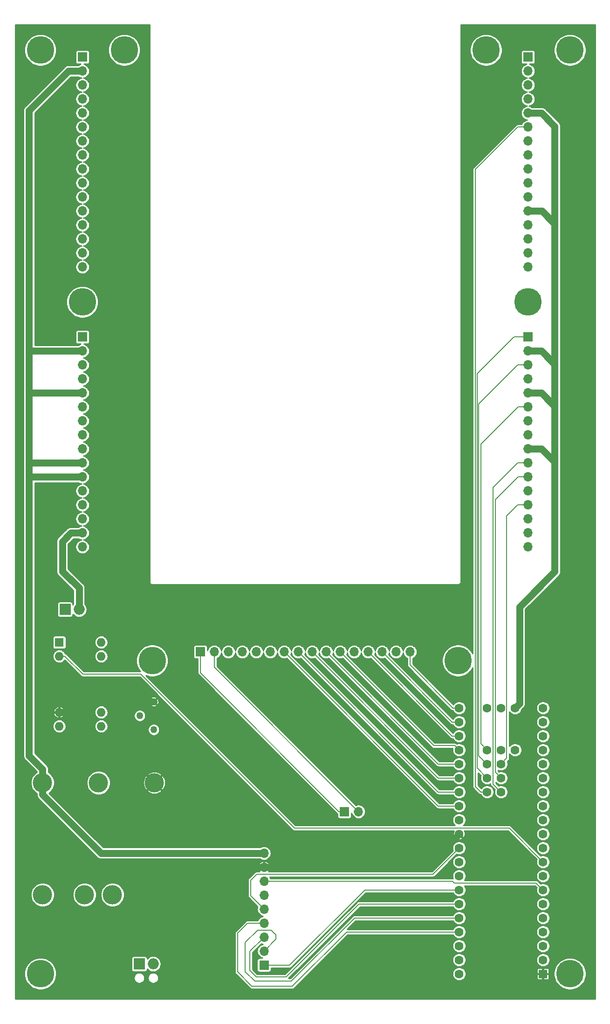
<source format=gbl>
G04 #@! TF.GenerationSoftware,KiCad,Pcbnew,(5.1.2)-1*
G04 #@! TF.CreationDate,2019-06-02T19:05:48-04:00*
G04 #@! TF.ProjectId,converter,636f6e76-6572-4746-9572-2e6b69636164,rev?*
G04 #@! TF.SameCoordinates,Original*
G04 #@! TF.FileFunction,Copper,L2,Bot*
G04 #@! TF.FilePolarity,Positive*
%FSLAX46Y46*%
G04 Gerber Fmt 4.6, Leading zero omitted, Abs format (unit mm)*
G04 Created by KiCad (PCBNEW (5.1.2)-1) date 2019-06-02 19:05:48*
%MOMM*%
%LPD*%
G04 APERTURE LIST*
%ADD10R,1.700000X1.700000*%
%ADD11O,1.700000X1.700000*%
%ADD12C,3.500000*%
%ADD13R,1.600000X1.600000*%
%ADD14O,1.600000X1.600000*%
%ADD15C,1.260000*%
%ADD16R,2.000000X2.000000*%
%ADD17O,2.000000X2.000000*%
%ADD18C,1.600000*%
%ADD19O,1.998980X1.998980*%
%ADD20R,1.998980X1.998980*%
%ADD21C,5.000000*%
%ADD22C,1.270000*%
%ADD23C,0.152400*%
%ADD24C,0.254000*%
G04 APERTURE END LIST*
D10*
X77266800Y-94355920D03*
D11*
X77266800Y-96895920D03*
X77266800Y-99435920D03*
X77266800Y-101975920D03*
X77266800Y-104515920D03*
X77266800Y-107055920D03*
X77266800Y-109595920D03*
X77266800Y-112135920D03*
X77266800Y-114675920D03*
X77266800Y-117215920D03*
X77266800Y-119755920D03*
X77266800Y-122295920D03*
X77266800Y-124835920D03*
X77266800Y-127375920D03*
X77266800Y-129915920D03*
X77266800Y-132455920D03*
D12*
X82736700Y-195594920D03*
X77656700Y-195594920D03*
X70036700Y-195594920D03*
X70036700Y-175274920D03*
X80196700Y-175274920D03*
X90356700Y-175274920D03*
D13*
X73069500Y-149778920D03*
D14*
X80689500Y-165018920D03*
X73069500Y-152318920D03*
X80689500Y-162478920D03*
X73069500Y-162478920D03*
X80689500Y-152318920D03*
X73069500Y-165018920D03*
X80689500Y-149778920D03*
D15*
X90239800Y-160547920D03*
X87699800Y-163087920D03*
X90239800Y-165627920D03*
D16*
X74121010Y-143804640D03*
D17*
X76661010Y-143804640D03*
D10*
X98698000Y-151505920D03*
D11*
X101238000Y-151505920D03*
X103778000Y-151505920D03*
X106318000Y-151505920D03*
X108858000Y-151505920D03*
X111398000Y-151505920D03*
X113938000Y-151505920D03*
X116478000Y-151505920D03*
X119018000Y-151505920D03*
X121558000Y-151505920D03*
X124098000Y-151505920D03*
X126638000Y-151505920D03*
X129178000Y-151505920D03*
X131718000Y-151505920D03*
X134258000Y-151505920D03*
X136798000Y-151505920D03*
D10*
X158229300Y-43555920D03*
D11*
X158229300Y-46095920D03*
X158229300Y-48635920D03*
X158229300Y-51175920D03*
X158229300Y-53715920D03*
X158229300Y-56255920D03*
X158229300Y-58795920D03*
X158229300Y-61335920D03*
X158229300Y-63875920D03*
X158229300Y-66415920D03*
X158229300Y-68955920D03*
X158229300Y-71495920D03*
X158229300Y-74035920D03*
X158229300Y-76575920D03*
X158229300Y-79115920D03*
X158229300Y-81655920D03*
D10*
X158229300Y-94355920D03*
D11*
X158229300Y-96895920D03*
X158229300Y-99435920D03*
X158229300Y-101975920D03*
X158229300Y-104515920D03*
X158229300Y-107055920D03*
X158229300Y-109595920D03*
X158229300Y-112135920D03*
X158229300Y-114675920D03*
X158229300Y-117215920D03*
X158229300Y-119755920D03*
X158229300Y-122295920D03*
X158229300Y-124835920D03*
X158229300Y-127375920D03*
X158229300Y-129915920D03*
X158229300Y-132455920D03*
D10*
X77266800Y-43555920D03*
D11*
X77266800Y-46095920D03*
X77266800Y-48635920D03*
X77266800Y-51175920D03*
X77266800Y-53715920D03*
X77266800Y-56255920D03*
X77266800Y-58795920D03*
X77266800Y-61335920D03*
X77266800Y-63875920D03*
X77266800Y-66415920D03*
X77266800Y-68955920D03*
X77266800Y-71495920D03*
X77266800Y-74035920D03*
X77266800Y-76575920D03*
X77266800Y-79115920D03*
X77266800Y-81655920D03*
D10*
X124896880Y-180497480D03*
D11*
X127436880Y-180497480D03*
D10*
X110270300Y-208355920D03*
D11*
X110270300Y-205815920D03*
X110270300Y-203275920D03*
X110270300Y-200735920D03*
X110270300Y-198195920D03*
X110270300Y-195655920D03*
X110270300Y-193115920D03*
X110270300Y-190575920D03*
X110270300Y-188035920D03*
D18*
X160963600Y-189635920D03*
X160963600Y-187095920D03*
X160963600Y-184555920D03*
X160963600Y-192175920D03*
X160963600Y-194715920D03*
X160963600Y-197255920D03*
X160963600Y-199795920D03*
X160963600Y-202335920D03*
X160963600Y-204875920D03*
X160963600Y-207415920D03*
D13*
X160963600Y-209955920D03*
D18*
X160963600Y-182015920D03*
X160963600Y-179475920D03*
X160963600Y-176935920D03*
X160963600Y-174395920D03*
X160963600Y-171855920D03*
X160963600Y-169315920D03*
X160963600Y-166775920D03*
X160963600Y-164235920D03*
X160963600Y-161695920D03*
X155883600Y-161695920D03*
X153343600Y-161695920D03*
X150803600Y-161695920D03*
X145723600Y-161695920D03*
X145723600Y-164235920D03*
X145723600Y-166775920D03*
X145723600Y-169315920D03*
X145723600Y-171855920D03*
X145723600Y-174395920D03*
X145723600Y-176935920D03*
X145723600Y-179475920D03*
X145723600Y-182015920D03*
X145723600Y-184555920D03*
X145723600Y-187095920D03*
X145723600Y-189635920D03*
X145723600Y-192175920D03*
X145723600Y-194715920D03*
X145723600Y-197255920D03*
X145723600Y-199795920D03*
X145723600Y-202335920D03*
X145723600Y-204875920D03*
X145723600Y-207415920D03*
X145723600Y-209955920D03*
X150803600Y-176935920D03*
X150803600Y-174395920D03*
X150803600Y-171855920D03*
X150803600Y-169315920D03*
X153343600Y-176935920D03*
X153343600Y-174395920D03*
X153343600Y-171855920D03*
X153343600Y-169315920D03*
X155883600Y-169315920D03*
D19*
X90138300Y-208142920D03*
D20*
X87598300Y-208142920D03*
D21*
X69646800Y-42285920D03*
X84886800Y-42285920D03*
X69646800Y-209925920D03*
X165849300Y-209925920D03*
X165849300Y-42285920D03*
X150609300Y-42285920D03*
X77266800Y-88005920D03*
X158229300Y-88005920D03*
X145529300Y-153093420D03*
X89966800Y-153093420D03*
D22*
X163083240Y-56118760D02*
X160680400Y-53715920D01*
X160680400Y-53715920D02*
X158229300Y-53715920D01*
X163083240Y-73832720D02*
X163083240Y-56118760D01*
X163083240Y-73832720D02*
X160746440Y-71495920D01*
X160746440Y-71495920D02*
X158229300Y-71495920D01*
X163083240Y-99293680D02*
X163083240Y-73832720D01*
X163083240Y-99293680D02*
X160685480Y-96895920D01*
X160685480Y-96895920D02*
X158229300Y-96895920D01*
X163083240Y-106913680D02*
X163083240Y-99293680D01*
X163083240Y-106913680D02*
X160685480Y-104515920D01*
X160685480Y-104515920D02*
X158229300Y-104515920D01*
X163083240Y-117063520D02*
X163083240Y-106913680D01*
X163083240Y-117063520D02*
X160695640Y-114675920D01*
X160695640Y-114675920D02*
X158229300Y-114675920D01*
X163083240Y-136946640D02*
X163083240Y-117063520D01*
X67574160Y-170337507D02*
X67574160Y-119735600D01*
X67574160Y-119735600D02*
X67574160Y-117063520D01*
X77266800Y-119755920D02*
X67594480Y-119755920D01*
X67594480Y-119755920D02*
X67574160Y-119735600D01*
X67574160Y-117063520D02*
X67574160Y-104363520D01*
X77266800Y-117215920D02*
X67726560Y-117215920D01*
X67726560Y-117215920D02*
X67574160Y-117063520D01*
X67574160Y-104363520D02*
X67574160Y-96779080D01*
X77266800Y-104515920D02*
X67726560Y-104515920D01*
X67726560Y-104515920D02*
X67574160Y-104363520D01*
X67574160Y-96779080D02*
X67574160Y-53263800D01*
X77266800Y-96895920D02*
X67691000Y-96895920D01*
X67691000Y-96895920D02*
X67574160Y-96779080D01*
X70036700Y-175274920D02*
X70036700Y-172800047D01*
X70036700Y-172800047D02*
X67574160Y-170337507D01*
X67574160Y-53263800D02*
X74742040Y-46095920D01*
X74742040Y-46095920D02*
X77266800Y-46095920D01*
X155883600Y-161695920D02*
X156683599Y-160895921D01*
X156683599Y-160895921D02*
X156683599Y-143346281D01*
X156683599Y-143346281D02*
X163083240Y-136946640D01*
X70036700Y-177434250D02*
X80638370Y-188035920D01*
X80638370Y-188035920D02*
X110270300Y-188035920D01*
X70036700Y-175274920D02*
X70036700Y-177434250D01*
X107406720Y-190575920D02*
X110270300Y-190575920D01*
X110270300Y-190575920D02*
X139703600Y-190575920D01*
X139703600Y-190575920D02*
X145723600Y-184555920D01*
X145723600Y-184555920D02*
X145723600Y-184632590D01*
X75426370Y-162478920D02*
X77357370Y-160547920D01*
X77357370Y-160547920D02*
X90239800Y-160547920D01*
X73069500Y-162478920D02*
X75426370Y-162478920D01*
D23*
X90239800Y-160547920D02*
X90225100Y-160547920D01*
X110270300Y-190575920D02*
X111349200Y-190575920D01*
X128565120Y-194715920D02*
X114925120Y-208355920D01*
X114925120Y-208355920D02*
X110270300Y-208355920D01*
X145723600Y-194715920D02*
X128565120Y-194715920D01*
X112455960Y-202910440D02*
X112455960Y-203630260D01*
X112455960Y-203630260D02*
X110270300Y-205815920D01*
X111541560Y-201996040D02*
X112455960Y-202910440D01*
X109087920Y-201996040D02*
X111541560Y-201996040D01*
X106873040Y-204210920D02*
X109087920Y-201996040D01*
X106873040Y-209560160D02*
X106873040Y-204210920D01*
X108595160Y-211282280D02*
X106873040Y-209560160D01*
X115239800Y-211282280D02*
X108595160Y-211282280D01*
X126726160Y-199795920D02*
X115239800Y-211282280D01*
X145723600Y-199795920D02*
X126726160Y-199795920D01*
X107665520Y-209316320D02*
X107665520Y-205880700D01*
X107665520Y-205880700D02*
X110270300Y-203275920D01*
X108849160Y-210499960D02*
X107665520Y-209316320D01*
X114259360Y-210499960D02*
X108849160Y-210499960D01*
X127503400Y-197255920D02*
X114259360Y-210499960D01*
X145723600Y-197255920D02*
X127503400Y-197255920D01*
X105450640Y-202570080D02*
X107284800Y-200735920D01*
X107284800Y-200735920D02*
X110270300Y-200735920D01*
X105450640Y-209600800D02*
X105450640Y-202570080D01*
X108046520Y-212196680D02*
X105450640Y-209600800D01*
X115417600Y-212196680D02*
X108046520Y-212196680D01*
X125278360Y-202335920D02*
X115417600Y-212196680D01*
X145723600Y-202335920D02*
X125278360Y-202335920D01*
X107833160Y-192948560D02*
X107833160Y-195758780D01*
X107833160Y-195758780D02*
X110270300Y-198195920D01*
X108945680Y-191836040D02*
X107833160Y-192948560D01*
X140985240Y-191836040D02*
X108945680Y-191836040D01*
X145723600Y-187097680D02*
X140985240Y-191836040D01*
X145723600Y-187095920D02*
X145723600Y-187097680D01*
D22*
X76661010Y-139917170D02*
X73629520Y-136885680D01*
X73629520Y-136885680D02*
X73629520Y-131490720D01*
X76661010Y-143804640D02*
X76661010Y-139917170D01*
X73629520Y-131490720D02*
X75204320Y-129915920D01*
X75204320Y-129915920D02*
X77266800Y-129915920D01*
D23*
X73069500Y-152318920D02*
X74098400Y-152318920D01*
X154810700Y-183483020D02*
X160963600Y-189635920D01*
X115784700Y-183483020D02*
X154810700Y-183483020D01*
X87887300Y-155585620D02*
X115784700Y-183483020D01*
X77365100Y-155585620D02*
X87887300Y-155585620D01*
X74098400Y-152318920D02*
X77365100Y-155585620D01*
X158229300Y-56255920D02*
X156382720Y-56255920D01*
X156382720Y-56255920D02*
X148671280Y-63967360D01*
X148671280Y-63967360D02*
X148671280Y-175934970D01*
X148671280Y-175934970D02*
X149672230Y-176935920D01*
X149672230Y-176935920D02*
X150803600Y-176935920D01*
X148976080Y-101031040D02*
X155651200Y-94355920D01*
X155651200Y-94355920D02*
X158229300Y-94355920D01*
X148976080Y-172568400D02*
X148976080Y-101031040D01*
X148976080Y-172568400D02*
X150803600Y-174395920D01*
X158229300Y-99435920D02*
X156377640Y-99435920D01*
X149285960Y-106527600D02*
X149285960Y-170338280D01*
X156377640Y-99435920D02*
X149285960Y-106527600D01*
X149285960Y-170338280D02*
X150803600Y-171855920D01*
X158229300Y-107055920D02*
X156418280Y-107055920D01*
X156418280Y-107055920D02*
X149692369Y-113781831D01*
X149692369Y-113781831D02*
X149692369Y-168204689D01*
X149692369Y-168204689D02*
X150803600Y-169315920D01*
X151907231Y-175499551D02*
X151907231Y-121671089D01*
X156362400Y-117215920D02*
X151907231Y-121671089D01*
X158229300Y-117215920D02*
X156362400Y-117215920D01*
X153343600Y-176935920D02*
X151907231Y-175499551D01*
X158229300Y-119755920D02*
X156438600Y-119755920D01*
X152314999Y-123879521D02*
X152314999Y-173367319D01*
X156438600Y-119755920D02*
X152314999Y-123879521D01*
X152314999Y-173367319D02*
X153343600Y-174395920D01*
X158229300Y-124835920D02*
X156382720Y-124835920D01*
X156382720Y-124835920D02*
X154372201Y-126846439D01*
X154372201Y-126846439D02*
X154372201Y-170827319D01*
X154372201Y-170827319D02*
X153343600Y-171855920D01*
X144851120Y-193461640D02*
X159709320Y-193461640D01*
X159709320Y-193461640D02*
X160963600Y-194715920D01*
X144505400Y-193115920D02*
X144851120Y-193461640D01*
X110270300Y-193115920D02*
X144505400Y-193115920D01*
X124896880Y-180497480D02*
X123894480Y-180497480D01*
X123894480Y-180497480D02*
X98698000Y-155301000D01*
X98698000Y-155301000D02*
X98698000Y-151505920D01*
X127436880Y-180497480D02*
X101238000Y-154298600D01*
X101238000Y-154298600D02*
X101238000Y-151505920D01*
X145723600Y-179475920D02*
X141908000Y-179475920D01*
X141908000Y-179475920D02*
X113938000Y-151505920D01*
X145723600Y-176935920D02*
X141908000Y-176935920D01*
X141908000Y-176935920D02*
X116478000Y-151505920D01*
X145723600Y-174395920D02*
X141908000Y-174395920D01*
X141908000Y-174395920D02*
X119018000Y-151505920D01*
X145723600Y-171855920D02*
X141908000Y-171855920D01*
X141908000Y-171855920D02*
X121558000Y-151505920D01*
X145723600Y-169315920D02*
X144923601Y-168515921D01*
X144923601Y-168515921D02*
X141108001Y-168515921D01*
X141108001Y-168515921D02*
X124098000Y-151505920D01*
X145723600Y-166775920D02*
X144448000Y-166775920D01*
X144448000Y-166775920D02*
X129178000Y-151505920D01*
X145723600Y-164235920D02*
X144448000Y-164235920D01*
X144448000Y-164235920D02*
X131718000Y-151505920D01*
X145723600Y-161695920D02*
X144592230Y-161695920D01*
X144592230Y-161695920D02*
X136798000Y-153901690D01*
X136798000Y-153901690D02*
X136798000Y-151505920D01*
D24*
G36*
X89460001Y-138781014D02*
G01*
X89457548Y-138805920D01*
X89467333Y-138905270D01*
X89496313Y-139000802D01*
X89543372Y-139088845D01*
X89606704Y-139166016D01*
X89683875Y-139229348D01*
X89771918Y-139276407D01*
X89867450Y-139305387D01*
X89941904Y-139312720D01*
X89966800Y-139315172D01*
X89991696Y-139312720D01*
X145504404Y-139312720D01*
X145529300Y-139315172D01*
X145554196Y-139312720D01*
X145628650Y-139305387D01*
X145724182Y-139276407D01*
X145812225Y-139229348D01*
X145889396Y-139166016D01*
X145952728Y-139088845D01*
X145999787Y-139000802D01*
X146028767Y-138905270D01*
X146038552Y-138805920D01*
X146036100Y-138781024D01*
X146036100Y-41997163D01*
X147677500Y-41997163D01*
X147677500Y-42574677D01*
X147790167Y-43141095D01*
X148011172Y-43674648D01*
X148332022Y-44154834D01*
X148740386Y-44563198D01*
X149220572Y-44884048D01*
X149754125Y-45105053D01*
X150320543Y-45217720D01*
X150898057Y-45217720D01*
X151464475Y-45105053D01*
X151998028Y-44884048D01*
X152478214Y-44563198D01*
X152886578Y-44154834D01*
X153207428Y-43674648D01*
X153428433Y-43141095D01*
X153541100Y-42574677D01*
X153541100Y-41997163D01*
X162917500Y-41997163D01*
X162917500Y-42574677D01*
X163030167Y-43141095D01*
X163251172Y-43674648D01*
X163572022Y-44154834D01*
X163980386Y-44563198D01*
X164460572Y-44884048D01*
X164994125Y-45105053D01*
X165560543Y-45217720D01*
X166138057Y-45217720D01*
X166704475Y-45105053D01*
X167238028Y-44884048D01*
X167718214Y-44563198D01*
X168126578Y-44154834D01*
X168447428Y-43674648D01*
X168668433Y-43141095D01*
X168781100Y-42574677D01*
X168781100Y-41997163D01*
X168668433Y-41430745D01*
X168447428Y-40897192D01*
X168126578Y-40417006D01*
X167718214Y-40008642D01*
X167238028Y-39687792D01*
X166704475Y-39466787D01*
X166138057Y-39354120D01*
X165560543Y-39354120D01*
X164994125Y-39466787D01*
X164460572Y-39687792D01*
X163980386Y-40008642D01*
X163572022Y-40417006D01*
X163251172Y-40897192D01*
X163030167Y-41430745D01*
X162917500Y-41997163D01*
X153541100Y-41997163D01*
X153428433Y-41430745D01*
X153207428Y-40897192D01*
X152886578Y-40417006D01*
X152478214Y-40008642D01*
X151998028Y-39687792D01*
X151464475Y-39466787D01*
X150898057Y-39354120D01*
X150320543Y-39354120D01*
X149754125Y-39466787D01*
X149220572Y-39687792D01*
X148740386Y-40008642D01*
X148332022Y-40417006D01*
X148011172Y-40897192D01*
X147790167Y-41430745D01*
X147677500Y-41997163D01*
X146036100Y-41997163D01*
X146036100Y-37712720D01*
X170422500Y-37712720D01*
X170422501Y-214499120D01*
X65073600Y-214499120D01*
X65073600Y-209637163D01*
X66715000Y-209637163D01*
X66715000Y-210214677D01*
X66827667Y-210781095D01*
X67048672Y-211314648D01*
X67369522Y-211794834D01*
X67777886Y-212203198D01*
X68258072Y-212524048D01*
X68791625Y-212745053D01*
X69358043Y-212857720D01*
X69935557Y-212857720D01*
X70501975Y-212745053D01*
X71035528Y-212524048D01*
X71515714Y-212203198D01*
X71924078Y-211794834D01*
X72244928Y-211314648D01*
X72465933Y-210781095D01*
X72504695Y-210586221D01*
X86616500Y-210586221D01*
X86616500Y-210779619D01*
X86654230Y-210969301D01*
X86728240Y-211147977D01*
X86835686Y-211308781D01*
X86972439Y-211445534D01*
X87133243Y-211552980D01*
X87311919Y-211626990D01*
X87501601Y-211664720D01*
X87694999Y-211664720D01*
X87884681Y-211626990D01*
X88063357Y-211552980D01*
X88224161Y-211445534D01*
X88360914Y-211308781D01*
X88468360Y-211147977D01*
X88542370Y-210969301D01*
X88580100Y-210779619D01*
X88580100Y-210586221D01*
X89156500Y-210586221D01*
X89156500Y-210779619D01*
X89194230Y-210969301D01*
X89268240Y-211147977D01*
X89375686Y-211308781D01*
X89512439Y-211445534D01*
X89673243Y-211552980D01*
X89851919Y-211626990D01*
X90041601Y-211664720D01*
X90234999Y-211664720D01*
X90424681Y-211626990D01*
X90603357Y-211552980D01*
X90764161Y-211445534D01*
X90900914Y-211308781D01*
X91008360Y-211147977D01*
X91082370Y-210969301D01*
X91120100Y-210779619D01*
X91120100Y-210586221D01*
X91082370Y-210396539D01*
X91008360Y-210217863D01*
X90900914Y-210057059D01*
X90764161Y-209920306D01*
X90603357Y-209812860D01*
X90424681Y-209738850D01*
X90234999Y-209701120D01*
X90041601Y-209701120D01*
X89851919Y-209738850D01*
X89673243Y-209812860D01*
X89512439Y-209920306D01*
X89375686Y-210057059D01*
X89268240Y-210217863D01*
X89194230Y-210396539D01*
X89156500Y-210586221D01*
X88580100Y-210586221D01*
X88542370Y-210396539D01*
X88468360Y-210217863D01*
X88360914Y-210057059D01*
X88224161Y-209920306D01*
X88063357Y-209812860D01*
X87884681Y-209738850D01*
X87694999Y-209701120D01*
X87501601Y-209701120D01*
X87311919Y-209738850D01*
X87133243Y-209812860D01*
X86972439Y-209920306D01*
X86835686Y-210057059D01*
X86728240Y-210217863D01*
X86654230Y-210396539D01*
X86616500Y-210586221D01*
X72504695Y-210586221D01*
X72578600Y-210214677D01*
X72578600Y-209637163D01*
X72465933Y-209070745D01*
X72244928Y-208537192D01*
X71924078Y-208057006D01*
X71515714Y-207648642D01*
X71035528Y-207327792D01*
X70590439Y-207143430D01*
X86164921Y-207143430D01*
X86164921Y-209142410D01*
X86173258Y-209227058D01*
X86197949Y-209308452D01*
X86238044Y-209383466D01*
X86292004Y-209449216D01*
X86357754Y-209503176D01*
X86432768Y-209543271D01*
X86514162Y-209567962D01*
X86598810Y-209576299D01*
X88597790Y-209576299D01*
X88682438Y-209567962D01*
X88763832Y-209543271D01*
X88838846Y-209503176D01*
X88904596Y-209449216D01*
X88958556Y-209383466D01*
X88998651Y-209308452D01*
X89023342Y-209227058D01*
X89031679Y-209142410D01*
X89031679Y-209050654D01*
X89121328Y-209159892D01*
X89339271Y-209338752D01*
X89587919Y-209471657D01*
X89857718Y-209553500D01*
X90067990Y-209574210D01*
X90208610Y-209574210D01*
X90418882Y-209553500D01*
X90688681Y-209471657D01*
X90937329Y-209338752D01*
X91155272Y-209159892D01*
X91334132Y-208941949D01*
X91467037Y-208693301D01*
X91548880Y-208423502D01*
X91576515Y-208142920D01*
X91548880Y-207862338D01*
X91467037Y-207592539D01*
X91334132Y-207343891D01*
X91155272Y-207125948D01*
X90937329Y-206947088D01*
X90688681Y-206814183D01*
X90418882Y-206732340D01*
X90208610Y-206711630D01*
X90067990Y-206711630D01*
X89857718Y-206732340D01*
X89587919Y-206814183D01*
X89339271Y-206947088D01*
X89121328Y-207125948D01*
X89031679Y-207235186D01*
X89031679Y-207143430D01*
X89023342Y-207058782D01*
X88998651Y-206977388D01*
X88958556Y-206902374D01*
X88904596Y-206836624D01*
X88838846Y-206782664D01*
X88763832Y-206742569D01*
X88682438Y-206717878D01*
X88597790Y-206709541D01*
X86598810Y-206709541D01*
X86514162Y-206717878D01*
X86432768Y-206742569D01*
X86357754Y-206782664D01*
X86292004Y-206836624D01*
X86238044Y-206902374D01*
X86197949Y-206977388D01*
X86173258Y-207058782D01*
X86164921Y-207143430D01*
X70590439Y-207143430D01*
X70501975Y-207106787D01*
X69935557Y-206994120D01*
X69358043Y-206994120D01*
X68791625Y-207106787D01*
X68258072Y-207327792D01*
X67777886Y-207648642D01*
X67369522Y-208057006D01*
X67048672Y-208537192D01*
X66827667Y-209070745D01*
X66715000Y-209637163D01*
X65073600Y-209637163D01*
X65073600Y-202570080D01*
X104940183Y-202570080D01*
X104942641Y-202595034D01*
X104942640Y-209575856D01*
X104940183Y-209600800D01*
X104942640Y-209625744D01*
X104942640Y-209625746D01*
X104949991Y-209700384D01*
X104979039Y-209796142D01*
X105026211Y-209884395D01*
X105089692Y-209961748D01*
X105109075Y-209977655D01*
X107669665Y-212538245D01*
X107685572Y-212557628D01*
X107762925Y-212621109D01*
X107851177Y-212668281D01*
X107946935Y-212697329D01*
X108021573Y-212704680D01*
X108021576Y-212704680D01*
X108046520Y-212707137D01*
X108071464Y-212704680D01*
X115392656Y-212704680D01*
X115417600Y-212707137D01*
X115442544Y-212704680D01*
X115442547Y-212704680D01*
X115517185Y-212697329D01*
X115612943Y-212668281D01*
X115701195Y-212621109D01*
X115778548Y-212557628D01*
X115794455Y-212538245D01*
X118498102Y-209834598D01*
X144491800Y-209834598D01*
X144491800Y-210077242D01*
X144539138Y-210315223D01*
X144631993Y-210539396D01*
X144766799Y-210741147D01*
X144938373Y-210912721D01*
X145140124Y-211047527D01*
X145364297Y-211140382D01*
X145602278Y-211187720D01*
X145844922Y-211187720D01*
X146082903Y-211140382D01*
X146307076Y-211047527D01*
X146508827Y-210912721D01*
X146665628Y-210755920D01*
X159882848Y-210755920D01*
X159888243Y-210810692D01*
X159904219Y-210863359D01*
X159930163Y-210911897D01*
X159965078Y-210954442D01*
X160007623Y-210989357D01*
X160056161Y-211015301D01*
X160108828Y-211031277D01*
X160163600Y-211036672D01*
X160830250Y-211035320D01*
X160900100Y-210965470D01*
X160900100Y-210019420D01*
X161027100Y-210019420D01*
X161027100Y-210965470D01*
X161096950Y-211035320D01*
X161763600Y-211036672D01*
X161818372Y-211031277D01*
X161871039Y-211015301D01*
X161919577Y-210989357D01*
X161962122Y-210954442D01*
X161997037Y-210911897D01*
X162022981Y-210863359D01*
X162038957Y-210810692D01*
X162044352Y-210755920D01*
X162043000Y-210089270D01*
X161973150Y-210019420D01*
X161027100Y-210019420D01*
X160900100Y-210019420D01*
X159954050Y-210019420D01*
X159884200Y-210089270D01*
X159882848Y-210755920D01*
X146665628Y-210755920D01*
X146680401Y-210741147D01*
X146815207Y-210539396D01*
X146908062Y-210315223D01*
X146955400Y-210077242D01*
X146955400Y-209834598D01*
X146908062Y-209596617D01*
X146815207Y-209372444D01*
X146680401Y-209170693D01*
X146665628Y-209155920D01*
X159882848Y-209155920D01*
X159884200Y-209822570D01*
X159954050Y-209892420D01*
X160900100Y-209892420D01*
X160900100Y-208946370D01*
X161027100Y-208946370D01*
X161027100Y-209892420D01*
X161973150Y-209892420D01*
X162043000Y-209822570D01*
X162043376Y-209637163D01*
X162917500Y-209637163D01*
X162917500Y-210214677D01*
X163030167Y-210781095D01*
X163251172Y-211314648D01*
X163572022Y-211794834D01*
X163980386Y-212203198D01*
X164460572Y-212524048D01*
X164994125Y-212745053D01*
X165560543Y-212857720D01*
X166138057Y-212857720D01*
X166704475Y-212745053D01*
X167238028Y-212524048D01*
X167718214Y-212203198D01*
X168126578Y-211794834D01*
X168447428Y-211314648D01*
X168668433Y-210781095D01*
X168781100Y-210214677D01*
X168781100Y-209637163D01*
X168668433Y-209070745D01*
X168447428Y-208537192D01*
X168126578Y-208057006D01*
X167718214Y-207648642D01*
X167238028Y-207327792D01*
X166704475Y-207106787D01*
X166138057Y-206994120D01*
X165560543Y-206994120D01*
X164994125Y-207106787D01*
X164460572Y-207327792D01*
X163980386Y-207648642D01*
X163572022Y-208057006D01*
X163251172Y-208537192D01*
X163030167Y-209070745D01*
X162917500Y-209637163D01*
X162043376Y-209637163D01*
X162044352Y-209155920D01*
X162038957Y-209101148D01*
X162022981Y-209048481D01*
X161997037Y-208999943D01*
X161962122Y-208957398D01*
X161919577Y-208922483D01*
X161871039Y-208896539D01*
X161818372Y-208880563D01*
X161763600Y-208875168D01*
X161096950Y-208876520D01*
X161027100Y-208946370D01*
X160900100Y-208946370D01*
X160830250Y-208876520D01*
X160163600Y-208875168D01*
X160108828Y-208880563D01*
X160056161Y-208896539D01*
X160007623Y-208922483D01*
X159965078Y-208957398D01*
X159930163Y-208999943D01*
X159904219Y-209048481D01*
X159888243Y-209101148D01*
X159882848Y-209155920D01*
X146665628Y-209155920D01*
X146508827Y-208999119D01*
X146307076Y-208864313D01*
X146082903Y-208771458D01*
X145844922Y-208724120D01*
X145602278Y-208724120D01*
X145364297Y-208771458D01*
X145140124Y-208864313D01*
X144938373Y-208999119D01*
X144766799Y-209170693D01*
X144631993Y-209372444D01*
X144539138Y-209596617D01*
X144491800Y-209834598D01*
X118498102Y-209834598D01*
X121038102Y-207294598D01*
X144491800Y-207294598D01*
X144491800Y-207537242D01*
X144539138Y-207775223D01*
X144631993Y-207999396D01*
X144766799Y-208201147D01*
X144938373Y-208372721D01*
X145140124Y-208507527D01*
X145364297Y-208600382D01*
X145602278Y-208647720D01*
X145844922Y-208647720D01*
X146082903Y-208600382D01*
X146307076Y-208507527D01*
X146508827Y-208372721D01*
X146680401Y-208201147D01*
X146815207Y-207999396D01*
X146908062Y-207775223D01*
X146955400Y-207537242D01*
X146955400Y-207294598D01*
X159731800Y-207294598D01*
X159731800Y-207537242D01*
X159779138Y-207775223D01*
X159871993Y-207999396D01*
X160006799Y-208201147D01*
X160178373Y-208372721D01*
X160380124Y-208507527D01*
X160604297Y-208600382D01*
X160842278Y-208647720D01*
X161084922Y-208647720D01*
X161322903Y-208600382D01*
X161547076Y-208507527D01*
X161748827Y-208372721D01*
X161920401Y-208201147D01*
X162055207Y-207999396D01*
X162148062Y-207775223D01*
X162195400Y-207537242D01*
X162195400Y-207294598D01*
X162148062Y-207056617D01*
X162055207Y-206832444D01*
X161920401Y-206630693D01*
X161748827Y-206459119D01*
X161547076Y-206324313D01*
X161322903Y-206231458D01*
X161084922Y-206184120D01*
X160842278Y-206184120D01*
X160604297Y-206231458D01*
X160380124Y-206324313D01*
X160178373Y-206459119D01*
X160006799Y-206630693D01*
X159871993Y-206832444D01*
X159779138Y-207056617D01*
X159731800Y-207294598D01*
X146955400Y-207294598D01*
X146908062Y-207056617D01*
X146815207Y-206832444D01*
X146680401Y-206630693D01*
X146508827Y-206459119D01*
X146307076Y-206324313D01*
X146082903Y-206231458D01*
X145844922Y-206184120D01*
X145602278Y-206184120D01*
X145364297Y-206231458D01*
X145140124Y-206324313D01*
X144938373Y-206459119D01*
X144766799Y-206630693D01*
X144631993Y-206832444D01*
X144539138Y-207056617D01*
X144491800Y-207294598D01*
X121038102Y-207294598D01*
X123578102Y-204754598D01*
X144491800Y-204754598D01*
X144491800Y-204997242D01*
X144539138Y-205235223D01*
X144631993Y-205459396D01*
X144766799Y-205661147D01*
X144938373Y-205832721D01*
X145140124Y-205967527D01*
X145364297Y-206060382D01*
X145602278Y-206107720D01*
X145844922Y-206107720D01*
X146082903Y-206060382D01*
X146307076Y-205967527D01*
X146508827Y-205832721D01*
X146680401Y-205661147D01*
X146815207Y-205459396D01*
X146908062Y-205235223D01*
X146955400Y-204997242D01*
X146955400Y-204754598D01*
X159731800Y-204754598D01*
X159731800Y-204997242D01*
X159779138Y-205235223D01*
X159871993Y-205459396D01*
X160006799Y-205661147D01*
X160178373Y-205832721D01*
X160380124Y-205967527D01*
X160604297Y-206060382D01*
X160842278Y-206107720D01*
X161084922Y-206107720D01*
X161322903Y-206060382D01*
X161547076Y-205967527D01*
X161748827Y-205832721D01*
X161920401Y-205661147D01*
X162055207Y-205459396D01*
X162148062Y-205235223D01*
X162195400Y-204997242D01*
X162195400Y-204754598D01*
X162148062Y-204516617D01*
X162055207Y-204292444D01*
X161920401Y-204090693D01*
X161748827Y-203919119D01*
X161547076Y-203784313D01*
X161322903Y-203691458D01*
X161084922Y-203644120D01*
X160842278Y-203644120D01*
X160604297Y-203691458D01*
X160380124Y-203784313D01*
X160178373Y-203919119D01*
X160006799Y-204090693D01*
X159871993Y-204292444D01*
X159779138Y-204516617D01*
X159731800Y-204754598D01*
X146955400Y-204754598D01*
X146908062Y-204516617D01*
X146815207Y-204292444D01*
X146680401Y-204090693D01*
X146508827Y-203919119D01*
X146307076Y-203784313D01*
X146082903Y-203691458D01*
X145844922Y-203644120D01*
X145602278Y-203644120D01*
X145364297Y-203691458D01*
X145140124Y-203784313D01*
X144938373Y-203919119D01*
X144766799Y-204090693D01*
X144631993Y-204292444D01*
X144539138Y-204516617D01*
X144491800Y-204754598D01*
X123578102Y-204754598D01*
X125488780Y-202843920D01*
X144600730Y-202843920D01*
X144631993Y-202919396D01*
X144766799Y-203121147D01*
X144938373Y-203292721D01*
X145140124Y-203427527D01*
X145364297Y-203520382D01*
X145602278Y-203567720D01*
X145844922Y-203567720D01*
X146082903Y-203520382D01*
X146307076Y-203427527D01*
X146508827Y-203292721D01*
X146680401Y-203121147D01*
X146815207Y-202919396D01*
X146908062Y-202695223D01*
X146955400Y-202457242D01*
X146955400Y-202214598D01*
X159731800Y-202214598D01*
X159731800Y-202457242D01*
X159779138Y-202695223D01*
X159871993Y-202919396D01*
X160006799Y-203121147D01*
X160178373Y-203292721D01*
X160380124Y-203427527D01*
X160604297Y-203520382D01*
X160842278Y-203567720D01*
X161084922Y-203567720D01*
X161322903Y-203520382D01*
X161547076Y-203427527D01*
X161748827Y-203292721D01*
X161920401Y-203121147D01*
X162055207Y-202919396D01*
X162148062Y-202695223D01*
X162195400Y-202457242D01*
X162195400Y-202214598D01*
X162148062Y-201976617D01*
X162055207Y-201752444D01*
X161920401Y-201550693D01*
X161748827Y-201379119D01*
X161547076Y-201244313D01*
X161322903Y-201151458D01*
X161084922Y-201104120D01*
X160842278Y-201104120D01*
X160604297Y-201151458D01*
X160380124Y-201244313D01*
X160178373Y-201379119D01*
X160006799Y-201550693D01*
X159871993Y-201752444D01*
X159779138Y-201976617D01*
X159731800Y-202214598D01*
X146955400Y-202214598D01*
X146908062Y-201976617D01*
X146815207Y-201752444D01*
X146680401Y-201550693D01*
X146508827Y-201379119D01*
X146307076Y-201244313D01*
X146082903Y-201151458D01*
X145844922Y-201104120D01*
X145602278Y-201104120D01*
X145364297Y-201151458D01*
X145140124Y-201244313D01*
X144938373Y-201379119D01*
X144766799Y-201550693D01*
X144631993Y-201752444D01*
X144600730Y-201827920D01*
X125412581Y-201827920D01*
X126936581Y-200303920D01*
X144600730Y-200303920D01*
X144631993Y-200379396D01*
X144766799Y-200581147D01*
X144938373Y-200752721D01*
X145140124Y-200887527D01*
X145364297Y-200980382D01*
X145602278Y-201027720D01*
X145844922Y-201027720D01*
X146082903Y-200980382D01*
X146307076Y-200887527D01*
X146508827Y-200752721D01*
X146680401Y-200581147D01*
X146815207Y-200379396D01*
X146908062Y-200155223D01*
X146955400Y-199917242D01*
X146955400Y-199674598D01*
X159731800Y-199674598D01*
X159731800Y-199917242D01*
X159779138Y-200155223D01*
X159871993Y-200379396D01*
X160006799Y-200581147D01*
X160178373Y-200752721D01*
X160380124Y-200887527D01*
X160604297Y-200980382D01*
X160842278Y-201027720D01*
X161084922Y-201027720D01*
X161322903Y-200980382D01*
X161547076Y-200887527D01*
X161748827Y-200752721D01*
X161920401Y-200581147D01*
X162055207Y-200379396D01*
X162148062Y-200155223D01*
X162195400Y-199917242D01*
X162195400Y-199674598D01*
X162148062Y-199436617D01*
X162055207Y-199212444D01*
X161920401Y-199010693D01*
X161748827Y-198839119D01*
X161547076Y-198704313D01*
X161322903Y-198611458D01*
X161084922Y-198564120D01*
X160842278Y-198564120D01*
X160604297Y-198611458D01*
X160380124Y-198704313D01*
X160178373Y-198839119D01*
X160006799Y-199010693D01*
X159871993Y-199212444D01*
X159779138Y-199436617D01*
X159731800Y-199674598D01*
X146955400Y-199674598D01*
X146908062Y-199436617D01*
X146815207Y-199212444D01*
X146680401Y-199010693D01*
X146508827Y-198839119D01*
X146307076Y-198704313D01*
X146082903Y-198611458D01*
X145844922Y-198564120D01*
X145602278Y-198564120D01*
X145364297Y-198611458D01*
X145140124Y-198704313D01*
X144938373Y-198839119D01*
X144766799Y-199010693D01*
X144631993Y-199212444D01*
X144600730Y-199287920D01*
X126751103Y-199287920D01*
X126726159Y-199285463D01*
X126701215Y-199287920D01*
X126701213Y-199287920D01*
X126626575Y-199295271D01*
X126530817Y-199324319D01*
X126489736Y-199346277D01*
X126442564Y-199371491D01*
X126387970Y-199416296D01*
X126365212Y-199434972D01*
X126349310Y-199454349D01*
X115029380Y-210774280D01*
X114703460Y-210774280D01*
X127713821Y-197763920D01*
X144600730Y-197763920D01*
X144631993Y-197839396D01*
X144766799Y-198041147D01*
X144938373Y-198212721D01*
X145140124Y-198347527D01*
X145364297Y-198440382D01*
X145602278Y-198487720D01*
X145844922Y-198487720D01*
X146082903Y-198440382D01*
X146307076Y-198347527D01*
X146508827Y-198212721D01*
X146680401Y-198041147D01*
X146815207Y-197839396D01*
X146908062Y-197615223D01*
X146955400Y-197377242D01*
X146955400Y-197134598D01*
X159731800Y-197134598D01*
X159731800Y-197377242D01*
X159779138Y-197615223D01*
X159871993Y-197839396D01*
X160006799Y-198041147D01*
X160178373Y-198212721D01*
X160380124Y-198347527D01*
X160604297Y-198440382D01*
X160842278Y-198487720D01*
X161084922Y-198487720D01*
X161322903Y-198440382D01*
X161547076Y-198347527D01*
X161748827Y-198212721D01*
X161920401Y-198041147D01*
X162055207Y-197839396D01*
X162148062Y-197615223D01*
X162195400Y-197377242D01*
X162195400Y-197134598D01*
X162148062Y-196896617D01*
X162055207Y-196672444D01*
X161920401Y-196470693D01*
X161748827Y-196299119D01*
X161547076Y-196164313D01*
X161322903Y-196071458D01*
X161084922Y-196024120D01*
X160842278Y-196024120D01*
X160604297Y-196071458D01*
X160380124Y-196164313D01*
X160178373Y-196299119D01*
X160006799Y-196470693D01*
X159871993Y-196672444D01*
X159779138Y-196896617D01*
X159731800Y-197134598D01*
X146955400Y-197134598D01*
X146908062Y-196896617D01*
X146815207Y-196672444D01*
X146680401Y-196470693D01*
X146508827Y-196299119D01*
X146307076Y-196164313D01*
X146082903Y-196071458D01*
X145844922Y-196024120D01*
X145602278Y-196024120D01*
X145364297Y-196071458D01*
X145140124Y-196164313D01*
X144938373Y-196299119D01*
X144766799Y-196470693D01*
X144631993Y-196672444D01*
X144600730Y-196747920D01*
X127528344Y-196747920D01*
X127503400Y-196745463D01*
X127478456Y-196747920D01*
X127478453Y-196747920D01*
X127403815Y-196755271D01*
X127308057Y-196784319D01*
X127266976Y-196806277D01*
X127219804Y-196831491D01*
X127165210Y-196876296D01*
X127142452Y-196894972D01*
X127126550Y-196914349D01*
X114048940Y-209991960D01*
X109059580Y-209991960D01*
X108173520Y-209105900D01*
X108173520Y-206091120D01*
X109793791Y-204470850D01*
X110019023Y-204539173D01*
X110087525Y-204545920D01*
X110019023Y-204552667D01*
X109777403Y-204625961D01*
X109554724Y-204744985D01*
X109359545Y-204905165D01*
X109199365Y-205100344D01*
X109080341Y-205323023D01*
X109007047Y-205564643D01*
X108982298Y-205815920D01*
X109007047Y-206067197D01*
X109080341Y-206308817D01*
X109199365Y-206531496D01*
X109359545Y-206726675D01*
X109554724Y-206886855D01*
X109777403Y-207005879D01*
X109995479Y-207072031D01*
X109420300Y-207072031D01*
X109335652Y-207080368D01*
X109254258Y-207105059D01*
X109179244Y-207145154D01*
X109113494Y-207199114D01*
X109059534Y-207264864D01*
X109019439Y-207339878D01*
X108994748Y-207421272D01*
X108986411Y-207505920D01*
X108986411Y-209205920D01*
X108994748Y-209290568D01*
X109019439Y-209371962D01*
X109059534Y-209446976D01*
X109113494Y-209512726D01*
X109179244Y-209566686D01*
X109254258Y-209606781D01*
X109335652Y-209631472D01*
X109420300Y-209639809D01*
X111120300Y-209639809D01*
X111204948Y-209631472D01*
X111286342Y-209606781D01*
X111361356Y-209566686D01*
X111427106Y-209512726D01*
X111481066Y-209446976D01*
X111521161Y-209371962D01*
X111545852Y-209290568D01*
X111554189Y-209205920D01*
X111554189Y-208863920D01*
X114900176Y-208863920D01*
X114925120Y-208866377D01*
X114950064Y-208863920D01*
X114950067Y-208863920D01*
X115024705Y-208856569D01*
X115120463Y-208827521D01*
X115208715Y-208780349D01*
X115286068Y-208716868D01*
X115301975Y-208697485D01*
X128775541Y-195223920D01*
X144600730Y-195223920D01*
X144631993Y-195299396D01*
X144766799Y-195501147D01*
X144938373Y-195672721D01*
X145140124Y-195807527D01*
X145364297Y-195900382D01*
X145602278Y-195947720D01*
X145844922Y-195947720D01*
X146082903Y-195900382D01*
X146307076Y-195807527D01*
X146508827Y-195672721D01*
X146680401Y-195501147D01*
X146815207Y-195299396D01*
X146908062Y-195075223D01*
X146955400Y-194837242D01*
X146955400Y-194594598D01*
X146908062Y-194356617D01*
X146815207Y-194132444D01*
X146706425Y-193969640D01*
X159498900Y-193969640D01*
X159810401Y-194281141D01*
X159779138Y-194356617D01*
X159731800Y-194594598D01*
X159731800Y-194837242D01*
X159779138Y-195075223D01*
X159871993Y-195299396D01*
X160006799Y-195501147D01*
X160178373Y-195672721D01*
X160380124Y-195807527D01*
X160604297Y-195900382D01*
X160842278Y-195947720D01*
X161084922Y-195947720D01*
X161322903Y-195900382D01*
X161547076Y-195807527D01*
X161748827Y-195672721D01*
X161920401Y-195501147D01*
X162055207Y-195299396D01*
X162148062Y-195075223D01*
X162195400Y-194837242D01*
X162195400Y-194594598D01*
X162148062Y-194356617D01*
X162055207Y-194132444D01*
X161920401Y-193930693D01*
X161748827Y-193759119D01*
X161547076Y-193624313D01*
X161322903Y-193531458D01*
X161084922Y-193484120D01*
X160842278Y-193484120D01*
X160604297Y-193531458D01*
X160528821Y-193562721D01*
X160086175Y-193120075D01*
X160070268Y-193100692D01*
X159992915Y-193037211D01*
X159904663Y-192990039D01*
X159808905Y-192960991D01*
X159734267Y-192953640D01*
X159734264Y-192953640D01*
X159709320Y-192951183D01*
X159684376Y-192953640D01*
X146685417Y-192953640D01*
X146815207Y-192759396D01*
X146908062Y-192535223D01*
X146955400Y-192297242D01*
X146955400Y-192054598D01*
X159731800Y-192054598D01*
X159731800Y-192297242D01*
X159779138Y-192535223D01*
X159871993Y-192759396D01*
X160006799Y-192961147D01*
X160178373Y-193132721D01*
X160380124Y-193267527D01*
X160604297Y-193360382D01*
X160842278Y-193407720D01*
X161084922Y-193407720D01*
X161322903Y-193360382D01*
X161547076Y-193267527D01*
X161748827Y-193132721D01*
X161920401Y-192961147D01*
X162055207Y-192759396D01*
X162148062Y-192535223D01*
X162195400Y-192297242D01*
X162195400Y-192054598D01*
X162148062Y-191816617D01*
X162055207Y-191592444D01*
X161920401Y-191390693D01*
X161748827Y-191219119D01*
X161547076Y-191084313D01*
X161322903Y-190991458D01*
X161084922Y-190944120D01*
X160842278Y-190944120D01*
X160604297Y-190991458D01*
X160380124Y-191084313D01*
X160178373Y-191219119D01*
X160006799Y-191390693D01*
X159871993Y-191592444D01*
X159779138Y-191816617D01*
X159731800Y-192054598D01*
X146955400Y-192054598D01*
X146908062Y-191816617D01*
X146815207Y-191592444D01*
X146680401Y-191390693D01*
X146508827Y-191219119D01*
X146307076Y-191084313D01*
X146082903Y-190991458D01*
X145844922Y-190944120D01*
X145602278Y-190944120D01*
X145364297Y-190991458D01*
X145140124Y-191084313D01*
X144938373Y-191219119D01*
X144766799Y-191390693D01*
X144631993Y-191592444D01*
X144539138Y-191816617D01*
X144491800Y-192054598D01*
X144491800Y-192297242D01*
X144539138Y-192535223D01*
X144570904Y-192611914D01*
X144530347Y-192607920D01*
X144530344Y-192607920D01*
X144505400Y-192605463D01*
X144480456Y-192607920D01*
X111452186Y-192607920D01*
X111341235Y-192400344D01*
X111295027Y-192344040D01*
X140960296Y-192344040D01*
X140985240Y-192346497D01*
X141010184Y-192344040D01*
X141010187Y-192344040D01*
X141084825Y-192336689D01*
X141180583Y-192307641D01*
X141268835Y-192260469D01*
X141346188Y-192196988D01*
X141362095Y-192177605D01*
X144025102Y-189514598D01*
X144491800Y-189514598D01*
X144491800Y-189757242D01*
X144539138Y-189995223D01*
X144631993Y-190219396D01*
X144766799Y-190421147D01*
X144938373Y-190592721D01*
X145140124Y-190727527D01*
X145364297Y-190820382D01*
X145602278Y-190867720D01*
X145844922Y-190867720D01*
X146082903Y-190820382D01*
X146307076Y-190727527D01*
X146508827Y-190592721D01*
X146680401Y-190421147D01*
X146815207Y-190219396D01*
X146908062Y-189995223D01*
X146955400Y-189757242D01*
X146955400Y-189514598D01*
X146908062Y-189276617D01*
X146815207Y-189052444D01*
X146680401Y-188850693D01*
X146508827Y-188679119D01*
X146307076Y-188544313D01*
X146082903Y-188451458D01*
X145844922Y-188404120D01*
X145602278Y-188404120D01*
X145364297Y-188451458D01*
X145140124Y-188544313D01*
X144938373Y-188679119D01*
X144766799Y-188850693D01*
X144631993Y-189052444D01*
X144539138Y-189276617D01*
X144491800Y-189514598D01*
X144025102Y-189514598D01*
X145290066Y-188249635D01*
X145364297Y-188280382D01*
X145602278Y-188327720D01*
X145844922Y-188327720D01*
X146082903Y-188280382D01*
X146307076Y-188187527D01*
X146508827Y-188052721D01*
X146680401Y-187881147D01*
X146815207Y-187679396D01*
X146908062Y-187455223D01*
X146955400Y-187217242D01*
X146955400Y-186974598D01*
X146908062Y-186736617D01*
X146815207Y-186512444D01*
X146680401Y-186310693D01*
X146508827Y-186139119D01*
X146307076Y-186004313D01*
X146082903Y-185911458D01*
X145844922Y-185864120D01*
X145602278Y-185864120D01*
X145364297Y-185911458D01*
X145140124Y-186004313D01*
X144938373Y-186139119D01*
X144766799Y-186310693D01*
X144631993Y-186512444D01*
X144539138Y-186736617D01*
X144491800Y-186974598D01*
X144491800Y-187217242D01*
X144539138Y-187455223D01*
X144570916Y-187531943D01*
X140774820Y-191328040D01*
X111108364Y-191328040D01*
X111219885Y-191187345D01*
X111320922Y-190990342D01*
X111374097Y-190815036D01*
X111327945Y-190639420D01*
X110333800Y-190639420D01*
X110333800Y-190659420D01*
X110206800Y-190659420D01*
X110206800Y-190639420D01*
X109212655Y-190639420D01*
X109166503Y-190815036D01*
X109219678Y-190990342D01*
X109320715Y-191187345D01*
X109432236Y-191328040D01*
X108970624Y-191328040D01*
X108945680Y-191325583D01*
X108920736Y-191328040D01*
X108920733Y-191328040D01*
X108846095Y-191335391D01*
X108750337Y-191364439D01*
X108662085Y-191411611D01*
X108584732Y-191475092D01*
X108568825Y-191494475D01*
X107491595Y-192571705D01*
X107472212Y-192587612D01*
X107408731Y-192664965D01*
X107361559Y-192753218D01*
X107332511Y-192848976D01*
X107325459Y-192920577D01*
X107322703Y-192948560D01*
X107325160Y-192973504D01*
X107325161Y-195733826D01*
X107322703Y-195758780D01*
X107332512Y-195858364D01*
X107361560Y-195954123D01*
X107408731Y-196042375D01*
X107432599Y-196071458D01*
X107472213Y-196119728D01*
X107491590Y-196135630D01*
X109075370Y-197719411D01*
X109007047Y-197944643D01*
X108982298Y-198195920D01*
X109007047Y-198447197D01*
X109080341Y-198688817D01*
X109199365Y-198911496D01*
X109359545Y-199106675D01*
X109554724Y-199266855D01*
X109777403Y-199385879D01*
X110019023Y-199459173D01*
X110087525Y-199465920D01*
X110019023Y-199472667D01*
X109777403Y-199545961D01*
X109554724Y-199664985D01*
X109359545Y-199825165D01*
X109199365Y-200020344D01*
X109088414Y-200227920D01*
X107309744Y-200227920D01*
X107284800Y-200225463D01*
X107259856Y-200227920D01*
X107259853Y-200227920D01*
X107185215Y-200235271D01*
X107089457Y-200264319D01*
X107083467Y-200267521D01*
X107001204Y-200311491D01*
X106946610Y-200356296D01*
X106923852Y-200374972D01*
X106907950Y-200394349D01*
X105109070Y-202193230D01*
X105089693Y-202209132D01*
X105073791Y-202228509D01*
X105073790Y-202228510D01*
X105026211Y-202286485D01*
X104999788Y-202335920D01*
X104979040Y-202374737D01*
X104954013Y-202457242D01*
X104949992Y-202470496D01*
X104940183Y-202570080D01*
X65073600Y-202570080D01*
X65073600Y-195380031D01*
X67854900Y-195380031D01*
X67854900Y-195809809D01*
X67938745Y-196231328D01*
X68103214Y-196628390D01*
X68341985Y-196985737D01*
X68645883Y-197289635D01*
X69003230Y-197528406D01*
X69400292Y-197692875D01*
X69821811Y-197776720D01*
X70251589Y-197776720D01*
X70673108Y-197692875D01*
X71070170Y-197528406D01*
X71427517Y-197289635D01*
X71731415Y-196985737D01*
X71970186Y-196628390D01*
X72134655Y-196231328D01*
X72218500Y-195809809D01*
X72218500Y-195380031D01*
X75474900Y-195380031D01*
X75474900Y-195809809D01*
X75558745Y-196231328D01*
X75723214Y-196628390D01*
X75961985Y-196985737D01*
X76265883Y-197289635D01*
X76623230Y-197528406D01*
X77020292Y-197692875D01*
X77441811Y-197776720D01*
X77871589Y-197776720D01*
X78293108Y-197692875D01*
X78690170Y-197528406D01*
X79047517Y-197289635D01*
X79351415Y-196985737D01*
X79590186Y-196628390D01*
X79754655Y-196231328D01*
X79838500Y-195809809D01*
X79838500Y-195380031D01*
X80554900Y-195380031D01*
X80554900Y-195809809D01*
X80638745Y-196231328D01*
X80803214Y-196628390D01*
X81041985Y-196985737D01*
X81345883Y-197289635D01*
X81703230Y-197528406D01*
X82100292Y-197692875D01*
X82521811Y-197776720D01*
X82951589Y-197776720D01*
X83373108Y-197692875D01*
X83770170Y-197528406D01*
X84127517Y-197289635D01*
X84431415Y-196985737D01*
X84670186Y-196628390D01*
X84834655Y-196231328D01*
X84918500Y-195809809D01*
X84918500Y-195380031D01*
X84834655Y-194958512D01*
X84670186Y-194561450D01*
X84431415Y-194204103D01*
X84127517Y-193900205D01*
X83770170Y-193661434D01*
X83373108Y-193496965D01*
X82951589Y-193413120D01*
X82521811Y-193413120D01*
X82100292Y-193496965D01*
X81703230Y-193661434D01*
X81345883Y-193900205D01*
X81041985Y-194204103D01*
X80803214Y-194561450D01*
X80638745Y-194958512D01*
X80554900Y-195380031D01*
X79838500Y-195380031D01*
X79754655Y-194958512D01*
X79590186Y-194561450D01*
X79351415Y-194204103D01*
X79047517Y-193900205D01*
X78690170Y-193661434D01*
X78293108Y-193496965D01*
X77871589Y-193413120D01*
X77441811Y-193413120D01*
X77020292Y-193496965D01*
X76623230Y-193661434D01*
X76265883Y-193900205D01*
X75961985Y-194204103D01*
X75723214Y-194561450D01*
X75558745Y-194958512D01*
X75474900Y-195380031D01*
X72218500Y-195380031D01*
X72134655Y-194958512D01*
X71970186Y-194561450D01*
X71731415Y-194204103D01*
X71427517Y-193900205D01*
X71070170Y-193661434D01*
X70673108Y-193496965D01*
X70251589Y-193413120D01*
X69821811Y-193413120D01*
X69400292Y-193496965D01*
X69003230Y-193661434D01*
X68645883Y-193900205D01*
X68341985Y-194204103D01*
X68103214Y-194561450D01*
X67938745Y-194958512D01*
X67854900Y-195380031D01*
X65073600Y-195380031D01*
X65073600Y-190336804D01*
X109166503Y-190336804D01*
X109212655Y-190512420D01*
X110206800Y-190512420D01*
X110206800Y-189518153D01*
X110333800Y-189518153D01*
X110333800Y-190512420D01*
X111327945Y-190512420D01*
X111374097Y-190336804D01*
X111320922Y-190161498D01*
X111219885Y-189964495D01*
X111082356Y-189790988D01*
X110913620Y-189647646D01*
X110720162Y-189539977D01*
X110509416Y-189472119D01*
X110333800Y-189518153D01*
X110206800Y-189518153D01*
X110031184Y-189472119D01*
X109820438Y-189539977D01*
X109626980Y-189647646D01*
X109458244Y-189790988D01*
X109320715Y-189964495D01*
X109219678Y-190161498D01*
X109166503Y-190336804D01*
X65073600Y-190336804D01*
X65073600Y-53263800D01*
X66502199Y-53263800D01*
X66507361Y-53316209D01*
X66507360Y-96726678D01*
X66502199Y-96779080D01*
X66507360Y-96831479D01*
X66507360Y-96831481D01*
X66507361Y-96831491D01*
X66507360Y-104311118D01*
X66502199Y-104363520D01*
X66507360Y-104415919D01*
X66507360Y-104415921D01*
X66507361Y-104415931D01*
X66507360Y-117011118D01*
X66502199Y-117063520D01*
X66507360Y-117115919D01*
X66507360Y-117115921D01*
X66507361Y-117115931D01*
X66507360Y-119683198D01*
X66502199Y-119735600D01*
X66507360Y-119787999D01*
X66507360Y-119788001D01*
X66507361Y-119788011D01*
X66507360Y-170285108D01*
X66502199Y-170337507D01*
X66507360Y-170389906D01*
X66507360Y-170389908D01*
X66522796Y-170546635D01*
X66583797Y-170747728D01*
X66682857Y-170933057D01*
X66816169Y-171095498D01*
X66856878Y-171128907D01*
X68969901Y-173241931D01*
X68969901Y-173363704D01*
X68645883Y-173580205D01*
X68341985Y-173884103D01*
X68103214Y-174241450D01*
X67938745Y-174638512D01*
X67854900Y-175060031D01*
X67854900Y-175489809D01*
X67938745Y-175911328D01*
X68103214Y-176308390D01*
X68341985Y-176665737D01*
X68645883Y-176969635D01*
X68969901Y-177186136D01*
X68969901Y-177381842D01*
X68964739Y-177434250D01*
X68985337Y-177643378D01*
X69046337Y-177844471D01*
X69145397Y-178029800D01*
X69245305Y-178151537D01*
X69278710Y-178192241D01*
X69319414Y-178225646D01*
X79846974Y-188753207D01*
X79880379Y-188793911D01*
X80042820Y-188927223D01*
X80228148Y-189026283D01*
X80429241Y-189087284D01*
X80585968Y-189102720D01*
X80585978Y-189102720D01*
X80638369Y-189107880D01*
X80690760Y-189102720D01*
X109549686Y-189102720D01*
X109554724Y-189106855D01*
X109777403Y-189225879D01*
X110019023Y-189299173D01*
X110207331Y-189317720D01*
X110333269Y-189317720D01*
X110521577Y-189299173D01*
X110763197Y-189225879D01*
X110985876Y-189106855D01*
X111181055Y-188946675D01*
X111341235Y-188751496D01*
X111460259Y-188528817D01*
X111533553Y-188287197D01*
X111558302Y-188035920D01*
X111533553Y-187784643D01*
X111460259Y-187543023D01*
X111341235Y-187320344D01*
X111181055Y-187125165D01*
X110985876Y-186964985D01*
X110763197Y-186845961D01*
X110521577Y-186772667D01*
X110333269Y-186754120D01*
X110207331Y-186754120D01*
X110019023Y-186772667D01*
X109777403Y-186845961D01*
X109554724Y-186964985D01*
X109549686Y-186969120D01*
X81080253Y-186969120D01*
X79428101Y-185316968D01*
X145052355Y-185316968D01*
X145138541Y-185469218D01*
X145327957Y-185565809D01*
X145532579Y-185623590D01*
X145744542Y-185640342D01*
X145955699Y-185615419D01*
X146157938Y-185549781D01*
X146308659Y-185469218D01*
X146394845Y-185316968D01*
X145723600Y-184645723D01*
X145052355Y-185316968D01*
X79428101Y-185316968D01*
X71219655Y-177108523D01*
X71427517Y-176969635D01*
X71731415Y-176665737D01*
X71970186Y-176308390D01*
X72134655Y-175911328D01*
X72218500Y-175489809D01*
X72218500Y-175060031D01*
X78014900Y-175060031D01*
X78014900Y-175489809D01*
X78098745Y-175911328D01*
X78263214Y-176308390D01*
X78501985Y-176665737D01*
X78805883Y-176969635D01*
X79163230Y-177208406D01*
X79560292Y-177372875D01*
X79981811Y-177456720D01*
X80411589Y-177456720D01*
X80833108Y-177372875D01*
X81230170Y-177208406D01*
X81587517Y-176969635D01*
X81845501Y-176711651D01*
X89009771Y-176711651D01*
X89210032Y-176961207D01*
X89561043Y-177152510D01*
X89942631Y-177271658D01*
X90340132Y-177314072D01*
X90738269Y-177278122D01*
X91121742Y-177165191D01*
X91475816Y-176979618D01*
X91503368Y-176961207D01*
X91703629Y-176711651D01*
X90356700Y-175364723D01*
X89009771Y-176711651D01*
X81845501Y-176711651D01*
X81891415Y-176665737D01*
X82130186Y-176308390D01*
X82294655Y-175911328D01*
X82378500Y-175489809D01*
X82378500Y-175258352D01*
X88317548Y-175258352D01*
X88353498Y-175656489D01*
X88466429Y-176039962D01*
X88652002Y-176394036D01*
X88670413Y-176421588D01*
X88919969Y-176621849D01*
X90266897Y-175274920D01*
X90446503Y-175274920D01*
X91793431Y-176621849D01*
X92042987Y-176421588D01*
X92234290Y-176070577D01*
X92353438Y-175688989D01*
X92395852Y-175291488D01*
X92359902Y-174893351D01*
X92246971Y-174509878D01*
X92061398Y-174155804D01*
X92042987Y-174128252D01*
X91793431Y-173927991D01*
X90446503Y-175274920D01*
X90266897Y-175274920D01*
X88919969Y-173927991D01*
X88670413Y-174128252D01*
X88479110Y-174479263D01*
X88359962Y-174860851D01*
X88317548Y-175258352D01*
X82378500Y-175258352D01*
X82378500Y-175060031D01*
X82294655Y-174638512D01*
X82130186Y-174241450D01*
X81891415Y-173884103D01*
X81845501Y-173838189D01*
X89009771Y-173838189D01*
X90356700Y-175185117D01*
X91703629Y-173838189D01*
X91503368Y-173588633D01*
X91152357Y-173397330D01*
X90770769Y-173278182D01*
X90373268Y-173235768D01*
X89975131Y-173271718D01*
X89591658Y-173384649D01*
X89237584Y-173570222D01*
X89210032Y-173588633D01*
X89009771Y-173838189D01*
X81845501Y-173838189D01*
X81587517Y-173580205D01*
X81230170Y-173341434D01*
X80833108Y-173176965D01*
X80411589Y-173093120D01*
X79981811Y-173093120D01*
X79560292Y-173176965D01*
X79163230Y-173341434D01*
X78805883Y-173580205D01*
X78501985Y-173884103D01*
X78263214Y-174241450D01*
X78098745Y-174638512D01*
X78014900Y-175060031D01*
X72218500Y-175060031D01*
X72134655Y-174638512D01*
X71970186Y-174241450D01*
X71731415Y-173884103D01*
X71427517Y-173580205D01*
X71103500Y-173363704D01*
X71103500Y-172852437D01*
X71108660Y-172800046D01*
X71103500Y-172747655D01*
X71103500Y-172747645D01*
X71088064Y-172590918D01*
X71027063Y-172389825D01*
X70928003Y-172204497D01*
X70794691Y-172042056D01*
X70753987Y-172008651D01*
X68640960Y-169895625D01*
X68640960Y-165018920D01*
X71831740Y-165018920D01*
X71855523Y-165260395D01*
X71925959Y-165492590D01*
X72040340Y-165706583D01*
X72194272Y-165894148D01*
X72381837Y-166048080D01*
X72595830Y-166162461D01*
X72828025Y-166232897D01*
X73008987Y-166250720D01*
X73130013Y-166250720D01*
X73310975Y-166232897D01*
X73543170Y-166162461D01*
X73757163Y-166048080D01*
X73944728Y-165894148D01*
X74098660Y-165706583D01*
X74213041Y-165492590D01*
X74283477Y-165260395D01*
X74307260Y-165018920D01*
X79451740Y-165018920D01*
X79475523Y-165260395D01*
X79545959Y-165492590D01*
X79660340Y-165706583D01*
X79814272Y-165894148D01*
X80001837Y-166048080D01*
X80215830Y-166162461D01*
X80448025Y-166232897D01*
X80628987Y-166250720D01*
X80750013Y-166250720D01*
X80930975Y-166232897D01*
X81163170Y-166162461D01*
X81377163Y-166048080D01*
X81564728Y-165894148D01*
X81718660Y-165706583D01*
X81816603Y-165523342D01*
X89178000Y-165523342D01*
X89178000Y-165732498D01*
X89218804Y-165937636D01*
X89298845Y-166130871D01*
X89415046Y-166304778D01*
X89562942Y-166452674D01*
X89736849Y-166568875D01*
X89930084Y-166648916D01*
X90135222Y-166689720D01*
X90344378Y-166689720D01*
X90549516Y-166648916D01*
X90742751Y-166568875D01*
X90916658Y-166452674D01*
X91064554Y-166304778D01*
X91180755Y-166130871D01*
X91260796Y-165937636D01*
X91301600Y-165732498D01*
X91301600Y-165523342D01*
X91260796Y-165318204D01*
X91180755Y-165124969D01*
X91064554Y-164951062D01*
X90916658Y-164803166D01*
X90742751Y-164686965D01*
X90549516Y-164606924D01*
X90344378Y-164566120D01*
X90135222Y-164566120D01*
X89930084Y-164606924D01*
X89736849Y-164686965D01*
X89562942Y-164803166D01*
X89415046Y-164951062D01*
X89298845Y-165124969D01*
X89218804Y-165318204D01*
X89178000Y-165523342D01*
X81816603Y-165523342D01*
X81833041Y-165492590D01*
X81903477Y-165260395D01*
X81927260Y-165018920D01*
X81903477Y-164777445D01*
X81833041Y-164545250D01*
X81718660Y-164331257D01*
X81564728Y-164143692D01*
X81377163Y-163989760D01*
X81163170Y-163875379D01*
X80930975Y-163804943D01*
X80750013Y-163787120D01*
X80628987Y-163787120D01*
X80448025Y-163804943D01*
X80215830Y-163875379D01*
X80001837Y-163989760D01*
X79814272Y-164143692D01*
X79660340Y-164331257D01*
X79545959Y-164545250D01*
X79475523Y-164777445D01*
X79451740Y-165018920D01*
X74307260Y-165018920D01*
X74283477Y-164777445D01*
X74213041Y-164545250D01*
X74098660Y-164331257D01*
X73944728Y-164143692D01*
X73757163Y-163989760D01*
X73543170Y-163875379D01*
X73310975Y-163804943D01*
X73130013Y-163787120D01*
X73008987Y-163787120D01*
X72828025Y-163804943D01*
X72595830Y-163875379D01*
X72381837Y-163989760D01*
X72194272Y-164143692D01*
X72040340Y-164331257D01*
X71925959Y-164545250D01*
X71855523Y-164777445D01*
X71831740Y-165018920D01*
X68640960Y-165018920D01*
X68640960Y-162710201D01*
X72015169Y-162710201D01*
X72064361Y-162872372D01*
X72160433Y-163060905D01*
X72291440Y-163227073D01*
X72452348Y-163364489D01*
X72636972Y-163467874D01*
X72838218Y-163533254D01*
X73006000Y-163486604D01*
X73006000Y-162542420D01*
X73133000Y-162542420D01*
X73133000Y-163486604D01*
X73300782Y-163533254D01*
X73502028Y-163467874D01*
X73686652Y-163364489D01*
X73847560Y-163227073D01*
X73978567Y-163060905D01*
X74074639Y-162872372D01*
X74123831Y-162710201D01*
X74077051Y-162542420D01*
X73133000Y-162542420D01*
X73006000Y-162542420D01*
X72061949Y-162542420D01*
X72015169Y-162710201D01*
X68640960Y-162710201D01*
X68640960Y-162478920D01*
X79451740Y-162478920D01*
X79475523Y-162720395D01*
X79545959Y-162952590D01*
X79660340Y-163166583D01*
X79814272Y-163354148D01*
X80001837Y-163508080D01*
X80215830Y-163622461D01*
X80448025Y-163692897D01*
X80628987Y-163710720D01*
X80750013Y-163710720D01*
X80930975Y-163692897D01*
X81163170Y-163622461D01*
X81377163Y-163508080D01*
X81564728Y-163354148D01*
X81718660Y-163166583D01*
X81816603Y-162983342D01*
X86638000Y-162983342D01*
X86638000Y-163192498D01*
X86678804Y-163397636D01*
X86758845Y-163590871D01*
X86875046Y-163764778D01*
X87022942Y-163912674D01*
X87196849Y-164028875D01*
X87390084Y-164108916D01*
X87595222Y-164149720D01*
X87804378Y-164149720D01*
X88009516Y-164108916D01*
X88202751Y-164028875D01*
X88376658Y-163912674D01*
X88524554Y-163764778D01*
X88640755Y-163590871D01*
X88720796Y-163397636D01*
X88761600Y-163192498D01*
X88761600Y-162983342D01*
X88720796Y-162778204D01*
X88640755Y-162584969D01*
X88524554Y-162411062D01*
X88376658Y-162263166D01*
X88202751Y-162146965D01*
X88009516Y-162066924D01*
X87804378Y-162026120D01*
X87595222Y-162026120D01*
X87390084Y-162066924D01*
X87196849Y-162146965D01*
X87022942Y-162263166D01*
X86875046Y-162411062D01*
X86758845Y-162584969D01*
X86678804Y-162778204D01*
X86638000Y-162983342D01*
X81816603Y-162983342D01*
X81833041Y-162952590D01*
X81903477Y-162720395D01*
X81927260Y-162478920D01*
X81903477Y-162237445D01*
X81833041Y-162005250D01*
X81718660Y-161791257D01*
X81564728Y-161603692D01*
X81377163Y-161449760D01*
X81163170Y-161335379D01*
X80930975Y-161264943D01*
X80750013Y-161247120D01*
X80628987Y-161247120D01*
X80448025Y-161264943D01*
X80215830Y-161335379D01*
X80001837Y-161449760D01*
X79814272Y-161603692D01*
X79660340Y-161791257D01*
X79545959Y-162005250D01*
X79475523Y-162237445D01*
X79451740Y-162478920D01*
X68640960Y-162478920D01*
X68640960Y-162247639D01*
X72015169Y-162247639D01*
X72061949Y-162415420D01*
X73006000Y-162415420D01*
X73006000Y-161471236D01*
X73133000Y-161471236D01*
X73133000Y-162415420D01*
X74077051Y-162415420D01*
X74123831Y-162247639D01*
X74074639Y-162085468D01*
X73978567Y-161896935D01*
X73847560Y-161730767D01*
X73686652Y-161593351D01*
X73502028Y-161489966D01*
X73300782Y-161424586D01*
X73133000Y-161471236D01*
X73006000Y-161471236D01*
X72838218Y-161424586D01*
X72636972Y-161489966D01*
X72452348Y-161593351D01*
X72291440Y-161730767D01*
X72160433Y-161896935D01*
X72064361Y-162085468D01*
X72015169Y-162247639D01*
X68640960Y-162247639D01*
X68640960Y-161187893D01*
X89689630Y-161187893D01*
X89755353Y-161322736D01*
X89915821Y-161402360D01*
X90088739Y-161449147D01*
X90267461Y-161461300D01*
X90445122Y-161438353D01*
X90614892Y-161381187D01*
X90724247Y-161322736D01*
X90789970Y-161187893D01*
X90239800Y-160637723D01*
X89689630Y-161187893D01*
X68640960Y-161187893D01*
X68640960Y-160575581D01*
X89326420Y-160575581D01*
X89349367Y-160753242D01*
X89406533Y-160923012D01*
X89464984Y-161032367D01*
X89599827Y-161098090D01*
X90149997Y-160547920D01*
X90329603Y-160547920D01*
X90879773Y-161098090D01*
X91014616Y-161032367D01*
X91094240Y-160871899D01*
X91141027Y-160698981D01*
X91153180Y-160520259D01*
X91130233Y-160342598D01*
X91073067Y-160172828D01*
X91014616Y-160063473D01*
X90879773Y-159997750D01*
X90329603Y-160547920D01*
X90149997Y-160547920D01*
X89599827Y-159997750D01*
X89464984Y-160063473D01*
X89385360Y-160223941D01*
X89338573Y-160396859D01*
X89326420Y-160575581D01*
X68640960Y-160575581D01*
X68640960Y-159907947D01*
X89689630Y-159907947D01*
X90239800Y-160458117D01*
X90789970Y-159907947D01*
X90724247Y-159773104D01*
X90563779Y-159693480D01*
X90390861Y-159646693D01*
X90212139Y-159634540D01*
X90034478Y-159657487D01*
X89864708Y-159714653D01*
X89755353Y-159773104D01*
X89689630Y-159907947D01*
X68640960Y-159907947D01*
X68640960Y-152318920D01*
X71831740Y-152318920D01*
X71855523Y-152560395D01*
X71925959Y-152792590D01*
X72040340Y-153006583D01*
X72194272Y-153194148D01*
X72381837Y-153348080D01*
X72595830Y-153462461D01*
X72828025Y-153532897D01*
X73008987Y-153550720D01*
X73130013Y-153550720D01*
X73310975Y-153532897D01*
X73543170Y-153462461D01*
X73757163Y-153348080D01*
X73944728Y-153194148D01*
X74084679Y-153023619D01*
X76988249Y-155927190D01*
X77004152Y-155946568D01*
X77023529Y-155962470D01*
X77081504Y-156010049D01*
X77169755Y-156057220D01*
X77169757Y-156057221D01*
X77265515Y-156086269D01*
X77340153Y-156093620D01*
X77340155Y-156093620D01*
X77365099Y-156096077D01*
X77390043Y-156093620D01*
X87676880Y-156093620D01*
X115407849Y-183824590D01*
X115423752Y-183843968D01*
X115443129Y-183859870D01*
X115501104Y-183907449D01*
X115589355Y-183954620D01*
X115589357Y-183954621D01*
X115685115Y-183983669D01*
X115759753Y-183991020D01*
X115759755Y-183991020D01*
X115784699Y-183993477D01*
X115809643Y-183991020D01*
X144800022Y-183991020D01*
X144713711Y-184160277D01*
X144655930Y-184364899D01*
X144639178Y-184576862D01*
X144664101Y-184788019D01*
X144729739Y-184990258D01*
X144810302Y-185140979D01*
X144962552Y-185227165D01*
X145633797Y-184555920D01*
X145619655Y-184541778D01*
X145709458Y-184451975D01*
X145723600Y-184466117D01*
X145737742Y-184451975D01*
X145827545Y-184541778D01*
X145813403Y-184555920D01*
X146484648Y-185227165D01*
X146636898Y-185140979D01*
X146733489Y-184951563D01*
X146791270Y-184746941D01*
X146808022Y-184534978D01*
X146783099Y-184323821D01*
X146717461Y-184121582D01*
X146647673Y-183991020D01*
X154600280Y-183991020D01*
X159810401Y-189201141D01*
X159779138Y-189276617D01*
X159731800Y-189514598D01*
X159731800Y-189757242D01*
X159779138Y-189995223D01*
X159871993Y-190219396D01*
X160006799Y-190421147D01*
X160178373Y-190592721D01*
X160380124Y-190727527D01*
X160604297Y-190820382D01*
X160842278Y-190867720D01*
X161084922Y-190867720D01*
X161322903Y-190820382D01*
X161547076Y-190727527D01*
X161748827Y-190592721D01*
X161920401Y-190421147D01*
X162055207Y-190219396D01*
X162148062Y-189995223D01*
X162195400Y-189757242D01*
X162195400Y-189514598D01*
X162148062Y-189276617D01*
X162055207Y-189052444D01*
X161920401Y-188850693D01*
X161748827Y-188679119D01*
X161547076Y-188544313D01*
X161322903Y-188451458D01*
X161084922Y-188404120D01*
X160842278Y-188404120D01*
X160604297Y-188451458D01*
X160528821Y-188482721D01*
X159020698Y-186974598D01*
X159731800Y-186974598D01*
X159731800Y-187217242D01*
X159779138Y-187455223D01*
X159871993Y-187679396D01*
X160006799Y-187881147D01*
X160178373Y-188052721D01*
X160380124Y-188187527D01*
X160604297Y-188280382D01*
X160842278Y-188327720D01*
X161084922Y-188327720D01*
X161322903Y-188280382D01*
X161547076Y-188187527D01*
X161748827Y-188052721D01*
X161920401Y-187881147D01*
X162055207Y-187679396D01*
X162148062Y-187455223D01*
X162195400Y-187217242D01*
X162195400Y-186974598D01*
X162148062Y-186736617D01*
X162055207Y-186512444D01*
X161920401Y-186310693D01*
X161748827Y-186139119D01*
X161547076Y-186004313D01*
X161322903Y-185911458D01*
X161084922Y-185864120D01*
X160842278Y-185864120D01*
X160604297Y-185911458D01*
X160380124Y-186004313D01*
X160178373Y-186139119D01*
X160006799Y-186310693D01*
X159871993Y-186512444D01*
X159779138Y-186736617D01*
X159731800Y-186974598D01*
X159020698Y-186974598D01*
X156480698Y-184434598D01*
X159731800Y-184434598D01*
X159731800Y-184677242D01*
X159779138Y-184915223D01*
X159871993Y-185139396D01*
X160006799Y-185341147D01*
X160178373Y-185512721D01*
X160380124Y-185647527D01*
X160604297Y-185740382D01*
X160842278Y-185787720D01*
X161084922Y-185787720D01*
X161322903Y-185740382D01*
X161547076Y-185647527D01*
X161748827Y-185512721D01*
X161920401Y-185341147D01*
X162055207Y-185139396D01*
X162148062Y-184915223D01*
X162195400Y-184677242D01*
X162195400Y-184434598D01*
X162148062Y-184196617D01*
X162055207Y-183972444D01*
X161920401Y-183770693D01*
X161748827Y-183599119D01*
X161547076Y-183464313D01*
X161322903Y-183371458D01*
X161084922Y-183324120D01*
X160842278Y-183324120D01*
X160604297Y-183371458D01*
X160380124Y-183464313D01*
X160178373Y-183599119D01*
X160006799Y-183770693D01*
X159871993Y-183972444D01*
X159779138Y-184196617D01*
X159731800Y-184434598D01*
X156480698Y-184434598D01*
X155187555Y-183141455D01*
X155171648Y-183122072D01*
X155094295Y-183058591D01*
X155006043Y-183011419D01*
X154910285Y-182982371D01*
X154835647Y-182975020D01*
X154835644Y-182975020D01*
X154810700Y-182972563D01*
X154785756Y-182975020D01*
X146505386Y-182975020D01*
X146508827Y-182972721D01*
X146680401Y-182801147D01*
X146815207Y-182599396D01*
X146908062Y-182375223D01*
X146955400Y-182137242D01*
X146955400Y-181894598D01*
X159731800Y-181894598D01*
X159731800Y-182137242D01*
X159779138Y-182375223D01*
X159871993Y-182599396D01*
X160006799Y-182801147D01*
X160178373Y-182972721D01*
X160380124Y-183107527D01*
X160604297Y-183200382D01*
X160842278Y-183247720D01*
X161084922Y-183247720D01*
X161322903Y-183200382D01*
X161547076Y-183107527D01*
X161748827Y-182972721D01*
X161920401Y-182801147D01*
X162055207Y-182599396D01*
X162148062Y-182375223D01*
X162195400Y-182137242D01*
X162195400Y-181894598D01*
X162148062Y-181656617D01*
X162055207Y-181432444D01*
X161920401Y-181230693D01*
X161748827Y-181059119D01*
X161547076Y-180924313D01*
X161322903Y-180831458D01*
X161084922Y-180784120D01*
X160842278Y-180784120D01*
X160604297Y-180831458D01*
X160380124Y-180924313D01*
X160178373Y-181059119D01*
X160006799Y-181230693D01*
X159871993Y-181432444D01*
X159779138Y-181656617D01*
X159731800Y-181894598D01*
X146955400Y-181894598D01*
X146908062Y-181656617D01*
X146815207Y-181432444D01*
X146680401Y-181230693D01*
X146508827Y-181059119D01*
X146307076Y-180924313D01*
X146082903Y-180831458D01*
X145844922Y-180784120D01*
X145602278Y-180784120D01*
X145364297Y-180831458D01*
X145140124Y-180924313D01*
X144938373Y-181059119D01*
X144766799Y-181230693D01*
X144631993Y-181432444D01*
X144539138Y-181656617D01*
X144491800Y-181894598D01*
X144491800Y-182137242D01*
X144539138Y-182375223D01*
X144631993Y-182599396D01*
X144766799Y-182801147D01*
X144938373Y-182972721D01*
X144941814Y-182975020D01*
X115995121Y-182975020D01*
X88806101Y-155786001D01*
X89111625Y-155912553D01*
X89678043Y-156025220D01*
X90255557Y-156025220D01*
X90821975Y-155912553D01*
X91355528Y-155691548D01*
X91835714Y-155370698D01*
X92244078Y-154962334D01*
X92564928Y-154482148D01*
X92785933Y-153948595D01*
X92898600Y-153382177D01*
X92898600Y-152804663D01*
X92785933Y-152238245D01*
X92564928Y-151704692D01*
X92244078Y-151224506D01*
X91835714Y-150816142D01*
X91595925Y-150655920D01*
X97414111Y-150655920D01*
X97414111Y-152355920D01*
X97422448Y-152440568D01*
X97447139Y-152521962D01*
X97487234Y-152596976D01*
X97541194Y-152662726D01*
X97606944Y-152716686D01*
X97681958Y-152756781D01*
X97763352Y-152781472D01*
X97848000Y-152789809D01*
X98190001Y-152789809D01*
X98190000Y-155276056D01*
X98187543Y-155301000D01*
X98190000Y-155325944D01*
X98190000Y-155325946D01*
X98197351Y-155400584D01*
X98226399Y-155496342D01*
X98273571Y-155584595D01*
X98337052Y-155661948D01*
X98356435Y-155677855D01*
X123517625Y-180839045D01*
X123533532Y-180858428D01*
X123610885Y-180921909D01*
X123612991Y-180923035D01*
X123612991Y-181347480D01*
X123621328Y-181432128D01*
X123646019Y-181513522D01*
X123686114Y-181588536D01*
X123740074Y-181654286D01*
X123805824Y-181708246D01*
X123880838Y-181748341D01*
X123962232Y-181773032D01*
X124046880Y-181781369D01*
X125746880Y-181781369D01*
X125831528Y-181773032D01*
X125912922Y-181748341D01*
X125987936Y-181708246D01*
X126053686Y-181654286D01*
X126107646Y-181588536D01*
X126147741Y-181513522D01*
X126172432Y-181432128D01*
X126180769Y-181347480D01*
X126180769Y-180772301D01*
X126246921Y-180990377D01*
X126365945Y-181213056D01*
X126526125Y-181408235D01*
X126721304Y-181568415D01*
X126943983Y-181687439D01*
X127185603Y-181760733D01*
X127373911Y-181779280D01*
X127499849Y-181779280D01*
X127688157Y-181760733D01*
X127929777Y-181687439D01*
X128152456Y-181568415D01*
X128347635Y-181408235D01*
X128507815Y-181213056D01*
X128626839Y-180990377D01*
X128700133Y-180748757D01*
X128724882Y-180497480D01*
X128700133Y-180246203D01*
X128626839Y-180004583D01*
X128507815Y-179781904D01*
X128347635Y-179586725D01*
X128152456Y-179426545D01*
X127929777Y-179307521D01*
X127688157Y-179234227D01*
X127499849Y-179215680D01*
X127373911Y-179215680D01*
X127185603Y-179234227D01*
X126960371Y-179302550D01*
X101746000Y-154088180D01*
X101746000Y-152687806D01*
X101953576Y-152576855D01*
X102148755Y-152416675D01*
X102308935Y-152221496D01*
X102427959Y-151998817D01*
X102501253Y-151757197D01*
X102508000Y-151688695D01*
X102514747Y-151757197D01*
X102588041Y-151998817D01*
X102707065Y-152221496D01*
X102867245Y-152416675D01*
X103062424Y-152576855D01*
X103285103Y-152695879D01*
X103526723Y-152769173D01*
X103715031Y-152787720D01*
X103840969Y-152787720D01*
X104029277Y-152769173D01*
X104270897Y-152695879D01*
X104493576Y-152576855D01*
X104688755Y-152416675D01*
X104848935Y-152221496D01*
X104967959Y-151998817D01*
X105041253Y-151757197D01*
X105048000Y-151688695D01*
X105054747Y-151757197D01*
X105128041Y-151998817D01*
X105247065Y-152221496D01*
X105407245Y-152416675D01*
X105602424Y-152576855D01*
X105825103Y-152695879D01*
X106066723Y-152769173D01*
X106255031Y-152787720D01*
X106380969Y-152787720D01*
X106569277Y-152769173D01*
X106810897Y-152695879D01*
X107033576Y-152576855D01*
X107228755Y-152416675D01*
X107388935Y-152221496D01*
X107507959Y-151998817D01*
X107581253Y-151757197D01*
X107588000Y-151688695D01*
X107594747Y-151757197D01*
X107668041Y-151998817D01*
X107787065Y-152221496D01*
X107947245Y-152416675D01*
X108142424Y-152576855D01*
X108365103Y-152695879D01*
X108606723Y-152769173D01*
X108795031Y-152787720D01*
X108920969Y-152787720D01*
X109109277Y-152769173D01*
X109350897Y-152695879D01*
X109573576Y-152576855D01*
X109768755Y-152416675D01*
X109928935Y-152221496D01*
X110047959Y-151998817D01*
X110121253Y-151757197D01*
X110128000Y-151688695D01*
X110134747Y-151757197D01*
X110208041Y-151998817D01*
X110327065Y-152221496D01*
X110487245Y-152416675D01*
X110682424Y-152576855D01*
X110905103Y-152695879D01*
X111146723Y-152769173D01*
X111335031Y-152787720D01*
X111460969Y-152787720D01*
X111649277Y-152769173D01*
X111890897Y-152695879D01*
X112113576Y-152576855D01*
X112308755Y-152416675D01*
X112468935Y-152221496D01*
X112587959Y-151998817D01*
X112661253Y-151757197D01*
X112668000Y-151688695D01*
X112674747Y-151757197D01*
X112748041Y-151998817D01*
X112867065Y-152221496D01*
X113027245Y-152416675D01*
X113222424Y-152576855D01*
X113445103Y-152695879D01*
X113686723Y-152769173D01*
X113875031Y-152787720D01*
X114000969Y-152787720D01*
X114189277Y-152769173D01*
X114414510Y-152700850D01*
X141531150Y-179817491D01*
X141547052Y-179836868D01*
X141566429Y-179852770D01*
X141624404Y-179900349D01*
X141712655Y-179947520D01*
X141712657Y-179947521D01*
X141808415Y-179976569D01*
X141883053Y-179983920D01*
X141883055Y-179983920D01*
X141907999Y-179986377D01*
X141932943Y-179983920D01*
X144600730Y-179983920D01*
X144631993Y-180059396D01*
X144766799Y-180261147D01*
X144938373Y-180432721D01*
X145140124Y-180567527D01*
X145364297Y-180660382D01*
X145602278Y-180707720D01*
X145844922Y-180707720D01*
X146082903Y-180660382D01*
X146307076Y-180567527D01*
X146508827Y-180432721D01*
X146680401Y-180261147D01*
X146815207Y-180059396D01*
X146908062Y-179835223D01*
X146955400Y-179597242D01*
X146955400Y-179354598D01*
X159731800Y-179354598D01*
X159731800Y-179597242D01*
X159779138Y-179835223D01*
X159871993Y-180059396D01*
X160006799Y-180261147D01*
X160178373Y-180432721D01*
X160380124Y-180567527D01*
X160604297Y-180660382D01*
X160842278Y-180707720D01*
X161084922Y-180707720D01*
X161322903Y-180660382D01*
X161547076Y-180567527D01*
X161748827Y-180432721D01*
X161920401Y-180261147D01*
X162055207Y-180059396D01*
X162148062Y-179835223D01*
X162195400Y-179597242D01*
X162195400Y-179354598D01*
X162148062Y-179116617D01*
X162055207Y-178892444D01*
X161920401Y-178690693D01*
X161748827Y-178519119D01*
X161547076Y-178384313D01*
X161322903Y-178291458D01*
X161084922Y-178244120D01*
X160842278Y-178244120D01*
X160604297Y-178291458D01*
X160380124Y-178384313D01*
X160178373Y-178519119D01*
X160006799Y-178690693D01*
X159871993Y-178892444D01*
X159779138Y-179116617D01*
X159731800Y-179354598D01*
X146955400Y-179354598D01*
X146908062Y-179116617D01*
X146815207Y-178892444D01*
X146680401Y-178690693D01*
X146508827Y-178519119D01*
X146307076Y-178384313D01*
X146082903Y-178291458D01*
X145844922Y-178244120D01*
X145602278Y-178244120D01*
X145364297Y-178291458D01*
X145140124Y-178384313D01*
X144938373Y-178519119D01*
X144766799Y-178690693D01*
X144631993Y-178892444D01*
X144600730Y-178967920D01*
X142118421Y-178967920D01*
X115132930Y-151982430D01*
X115201253Y-151757197D01*
X115208000Y-151688695D01*
X115214747Y-151757197D01*
X115288041Y-151998817D01*
X115407065Y-152221496D01*
X115567245Y-152416675D01*
X115762424Y-152576855D01*
X115985103Y-152695879D01*
X116226723Y-152769173D01*
X116415031Y-152787720D01*
X116540969Y-152787720D01*
X116729277Y-152769173D01*
X116954510Y-152700850D01*
X141531145Y-177277485D01*
X141547052Y-177296868D01*
X141624405Y-177360349D01*
X141712657Y-177407521D01*
X141808415Y-177436569D01*
X141883053Y-177443920D01*
X141883056Y-177443920D01*
X141908000Y-177446377D01*
X141932944Y-177443920D01*
X144600730Y-177443920D01*
X144631993Y-177519396D01*
X144766799Y-177721147D01*
X144938373Y-177892721D01*
X145140124Y-178027527D01*
X145364297Y-178120382D01*
X145602278Y-178167720D01*
X145844922Y-178167720D01*
X146082903Y-178120382D01*
X146307076Y-178027527D01*
X146508827Y-177892721D01*
X146680401Y-177721147D01*
X146815207Y-177519396D01*
X146908062Y-177295223D01*
X146955400Y-177057242D01*
X146955400Y-176814598D01*
X146908062Y-176576617D01*
X146815207Y-176352444D01*
X146680401Y-176150693D01*
X146508827Y-175979119D01*
X146307076Y-175844313D01*
X146082903Y-175751458D01*
X145844922Y-175704120D01*
X145602278Y-175704120D01*
X145364297Y-175751458D01*
X145140124Y-175844313D01*
X144938373Y-175979119D01*
X144766799Y-176150693D01*
X144631993Y-176352444D01*
X144600730Y-176427920D01*
X142118420Y-176427920D01*
X117672930Y-151982430D01*
X117741253Y-151757197D01*
X117748000Y-151688695D01*
X117754747Y-151757197D01*
X117828041Y-151998817D01*
X117947065Y-152221496D01*
X118107245Y-152416675D01*
X118302424Y-152576855D01*
X118525103Y-152695879D01*
X118766723Y-152769173D01*
X118955031Y-152787720D01*
X119080969Y-152787720D01*
X119269277Y-152769173D01*
X119494510Y-152700850D01*
X141531150Y-174737491D01*
X141547052Y-174756868D01*
X141566429Y-174772770D01*
X141624404Y-174820349D01*
X141707377Y-174864699D01*
X141712657Y-174867521D01*
X141808415Y-174896569D01*
X141883053Y-174903920D01*
X141883055Y-174903920D01*
X141907999Y-174906377D01*
X141932943Y-174903920D01*
X144600730Y-174903920D01*
X144631993Y-174979396D01*
X144766799Y-175181147D01*
X144938373Y-175352721D01*
X145140124Y-175487527D01*
X145364297Y-175580382D01*
X145602278Y-175627720D01*
X145844922Y-175627720D01*
X146082903Y-175580382D01*
X146307076Y-175487527D01*
X146508827Y-175352721D01*
X146680401Y-175181147D01*
X146815207Y-174979396D01*
X146908062Y-174755223D01*
X146955400Y-174517242D01*
X146955400Y-174274598D01*
X146908062Y-174036617D01*
X146815207Y-173812444D01*
X146680401Y-173610693D01*
X146508827Y-173439119D01*
X146307076Y-173304313D01*
X146082903Y-173211458D01*
X145844922Y-173164120D01*
X145602278Y-173164120D01*
X145364297Y-173211458D01*
X145140124Y-173304313D01*
X144938373Y-173439119D01*
X144766799Y-173610693D01*
X144631993Y-173812444D01*
X144600730Y-173887920D01*
X142118421Y-173887920D01*
X120212930Y-151982430D01*
X120281253Y-151757197D01*
X120288000Y-151688695D01*
X120294747Y-151757197D01*
X120368041Y-151998817D01*
X120487065Y-152221496D01*
X120647245Y-152416675D01*
X120842424Y-152576855D01*
X121065103Y-152695879D01*
X121306723Y-152769173D01*
X121495031Y-152787720D01*
X121620969Y-152787720D01*
X121809277Y-152769173D01*
X122034510Y-152700850D01*
X141531150Y-172197491D01*
X141547052Y-172216868D01*
X141566429Y-172232770D01*
X141624404Y-172280349D01*
X141671576Y-172305563D01*
X141712657Y-172327521D01*
X141808415Y-172356569D01*
X141883053Y-172363920D01*
X141883056Y-172363920D01*
X141908000Y-172366377D01*
X141932944Y-172363920D01*
X144600730Y-172363920D01*
X144631993Y-172439396D01*
X144766799Y-172641147D01*
X144938373Y-172812721D01*
X145140124Y-172947527D01*
X145364297Y-173040382D01*
X145602278Y-173087720D01*
X145844922Y-173087720D01*
X146082903Y-173040382D01*
X146307076Y-172947527D01*
X146508827Y-172812721D01*
X146680401Y-172641147D01*
X146815207Y-172439396D01*
X146908062Y-172215223D01*
X146955400Y-171977242D01*
X146955400Y-171734598D01*
X146908062Y-171496617D01*
X146815207Y-171272444D01*
X146680401Y-171070693D01*
X146508827Y-170899119D01*
X146307076Y-170764313D01*
X146082903Y-170671458D01*
X145844922Y-170624120D01*
X145602278Y-170624120D01*
X145364297Y-170671458D01*
X145140124Y-170764313D01*
X144938373Y-170899119D01*
X144766799Y-171070693D01*
X144631993Y-171272444D01*
X144600730Y-171347920D01*
X142118421Y-171347920D01*
X122752930Y-151982430D01*
X122821253Y-151757197D01*
X122828000Y-151688695D01*
X122834747Y-151757197D01*
X122908041Y-151998817D01*
X123027065Y-152221496D01*
X123187245Y-152416675D01*
X123382424Y-152576855D01*
X123605103Y-152695879D01*
X123846723Y-152769173D01*
X124035031Y-152787720D01*
X124160969Y-152787720D01*
X124349277Y-152769173D01*
X124574510Y-152700850D01*
X140731150Y-168857491D01*
X140747053Y-168876869D01*
X140766430Y-168892771D01*
X140824405Y-168940350D01*
X140854839Y-168956617D01*
X140912658Y-168987522D01*
X141008416Y-169016570D01*
X141083054Y-169023921D01*
X141083056Y-169023921D01*
X141108000Y-169026378D01*
X141132944Y-169023921D01*
X144525750Y-169023921D01*
X144491800Y-169194598D01*
X144491800Y-169437242D01*
X144539138Y-169675223D01*
X144631993Y-169899396D01*
X144766799Y-170101147D01*
X144938373Y-170272721D01*
X145140124Y-170407527D01*
X145364297Y-170500382D01*
X145602278Y-170547720D01*
X145844922Y-170547720D01*
X146082903Y-170500382D01*
X146307076Y-170407527D01*
X146508827Y-170272721D01*
X146680401Y-170101147D01*
X146815207Y-169899396D01*
X146908062Y-169675223D01*
X146955400Y-169437242D01*
X146955400Y-169194598D01*
X146908062Y-168956617D01*
X146815207Y-168732444D01*
X146680401Y-168530693D01*
X146508827Y-168359119D01*
X146307076Y-168224313D01*
X146082903Y-168131458D01*
X145844922Y-168084120D01*
X145602278Y-168084120D01*
X145364297Y-168131458D01*
X145290378Y-168162076D01*
X145284549Y-168154973D01*
X145207196Y-168091492D01*
X145118944Y-168044320D01*
X145023186Y-168015272D01*
X144948548Y-168007921D01*
X144948545Y-168007921D01*
X144923601Y-168005464D01*
X144898657Y-168007921D01*
X141318422Y-168007921D01*
X125292930Y-151982430D01*
X125361253Y-151757197D01*
X125368000Y-151688695D01*
X125374747Y-151757197D01*
X125448041Y-151998817D01*
X125567065Y-152221496D01*
X125727245Y-152416675D01*
X125922424Y-152576855D01*
X126145103Y-152695879D01*
X126386723Y-152769173D01*
X126575031Y-152787720D01*
X126700969Y-152787720D01*
X126889277Y-152769173D01*
X127130897Y-152695879D01*
X127353576Y-152576855D01*
X127548755Y-152416675D01*
X127708935Y-152221496D01*
X127827959Y-151998817D01*
X127901253Y-151757197D01*
X127908000Y-151688695D01*
X127914747Y-151757197D01*
X127988041Y-151998817D01*
X128107065Y-152221496D01*
X128267245Y-152416675D01*
X128462424Y-152576855D01*
X128685103Y-152695879D01*
X128926723Y-152769173D01*
X129115031Y-152787720D01*
X129240969Y-152787720D01*
X129429277Y-152769173D01*
X129654510Y-152700850D01*
X144071150Y-167117491D01*
X144087052Y-167136868D01*
X144106429Y-167152770D01*
X144164404Y-167200349D01*
X144211576Y-167225563D01*
X144252657Y-167247521D01*
X144348415Y-167276569D01*
X144423053Y-167283920D01*
X144423055Y-167283920D01*
X144447999Y-167286377D01*
X144472943Y-167283920D01*
X144600730Y-167283920D01*
X144631993Y-167359396D01*
X144766799Y-167561147D01*
X144938373Y-167732721D01*
X145140124Y-167867527D01*
X145364297Y-167960382D01*
X145602278Y-168007720D01*
X145844922Y-168007720D01*
X146082903Y-167960382D01*
X146307076Y-167867527D01*
X146508827Y-167732721D01*
X146680401Y-167561147D01*
X146815207Y-167359396D01*
X146908062Y-167135223D01*
X146955400Y-166897242D01*
X146955400Y-166654598D01*
X146908062Y-166416617D01*
X146815207Y-166192444D01*
X146680401Y-165990693D01*
X146508827Y-165819119D01*
X146307076Y-165684313D01*
X146082903Y-165591458D01*
X145844922Y-165544120D01*
X145602278Y-165544120D01*
X145364297Y-165591458D01*
X145140124Y-165684313D01*
X144938373Y-165819119D01*
X144766799Y-165990693D01*
X144631993Y-166192444D01*
X144617627Y-166227126D01*
X130372930Y-151982430D01*
X130441253Y-151757197D01*
X130448000Y-151688695D01*
X130454747Y-151757197D01*
X130528041Y-151998817D01*
X130647065Y-152221496D01*
X130807245Y-152416675D01*
X131002424Y-152576855D01*
X131225103Y-152695879D01*
X131466723Y-152769173D01*
X131655031Y-152787720D01*
X131780969Y-152787720D01*
X131969277Y-152769173D01*
X132194510Y-152700850D01*
X144071145Y-164577485D01*
X144087052Y-164596868D01*
X144164405Y-164660349D01*
X144252657Y-164707521D01*
X144348415Y-164736569D01*
X144423053Y-164743920D01*
X144423056Y-164743920D01*
X144448000Y-164746377D01*
X144472944Y-164743920D01*
X144600730Y-164743920D01*
X144631993Y-164819396D01*
X144766799Y-165021147D01*
X144938373Y-165192721D01*
X145140124Y-165327527D01*
X145364297Y-165420382D01*
X145602278Y-165467720D01*
X145844922Y-165467720D01*
X146082903Y-165420382D01*
X146307076Y-165327527D01*
X146508827Y-165192721D01*
X146680401Y-165021147D01*
X146815207Y-164819396D01*
X146908062Y-164595223D01*
X146955400Y-164357242D01*
X146955400Y-164114598D01*
X146908062Y-163876617D01*
X146815207Y-163652444D01*
X146680401Y-163450693D01*
X146508827Y-163279119D01*
X146307076Y-163144313D01*
X146082903Y-163051458D01*
X145844922Y-163004120D01*
X145602278Y-163004120D01*
X145364297Y-163051458D01*
X145140124Y-163144313D01*
X144938373Y-163279119D01*
X144766799Y-163450693D01*
X144631993Y-163652444D01*
X144617627Y-163687127D01*
X132912930Y-151982430D01*
X132981253Y-151757197D01*
X132988000Y-151688695D01*
X132994747Y-151757197D01*
X133068041Y-151998817D01*
X133187065Y-152221496D01*
X133347245Y-152416675D01*
X133542424Y-152576855D01*
X133765103Y-152695879D01*
X134006723Y-152769173D01*
X134195031Y-152787720D01*
X134320969Y-152787720D01*
X134509277Y-152769173D01*
X134750897Y-152695879D01*
X134973576Y-152576855D01*
X135168755Y-152416675D01*
X135328935Y-152221496D01*
X135447959Y-151998817D01*
X135521253Y-151757197D01*
X135528000Y-151688695D01*
X135534747Y-151757197D01*
X135608041Y-151998817D01*
X135727065Y-152221496D01*
X135887245Y-152416675D01*
X136082424Y-152576855D01*
X136290001Y-152687807D01*
X136290000Y-153876746D01*
X136287543Y-153901690D01*
X136290000Y-153926634D01*
X136290000Y-153926636D01*
X136297351Y-154001274D01*
X136326399Y-154097032D01*
X136373571Y-154185285D01*
X136437052Y-154262638D01*
X136456435Y-154278545D01*
X144215375Y-162037485D01*
X144231282Y-162056868D01*
X144308635Y-162120349D01*
X144396887Y-162167521D01*
X144492645Y-162196569D01*
X144567283Y-162203920D01*
X144567286Y-162203920D01*
X144592230Y-162206377D01*
X144601375Y-162205476D01*
X144631993Y-162279396D01*
X144766799Y-162481147D01*
X144938373Y-162652721D01*
X145140124Y-162787527D01*
X145364297Y-162880382D01*
X145602278Y-162927720D01*
X145844922Y-162927720D01*
X146082903Y-162880382D01*
X146307076Y-162787527D01*
X146508827Y-162652721D01*
X146680401Y-162481147D01*
X146815207Y-162279396D01*
X146908062Y-162055223D01*
X146955400Y-161817242D01*
X146955400Y-161574598D01*
X146908062Y-161336617D01*
X146815207Y-161112444D01*
X146680401Y-160910693D01*
X146508827Y-160739119D01*
X146307076Y-160604313D01*
X146082903Y-160511458D01*
X145844922Y-160464120D01*
X145602278Y-160464120D01*
X145364297Y-160511458D01*
X145140124Y-160604313D01*
X144938373Y-160739119D01*
X144766799Y-160910693D01*
X144670117Y-161055387D01*
X137306000Y-153691270D01*
X137306000Y-152804663D01*
X142597500Y-152804663D01*
X142597500Y-153382177D01*
X142710167Y-153948595D01*
X142931172Y-154482148D01*
X143252022Y-154962334D01*
X143660386Y-155370698D01*
X144140572Y-155691548D01*
X144674125Y-155912553D01*
X145240543Y-156025220D01*
X145818057Y-156025220D01*
X146384475Y-155912553D01*
X146918028Y-155691548D01*
X147398214Y-155370698D01*
X147806578Y-154962334D01*
X148127428Y-154482148D01*
X148163281Y-154395592D01*
X148163281Y-175910016D01*
X148160823Y-175934970D01*
X148170632Y-176034554D01*
X148199680Y-176130313D01*
X148246851Y-176218565D01*
X148285192Y-176265283D01*
X148310333Y-176295918D01*
X148329710Y-176311820D01*
X149295380Y-177277491D01*
X149311282Y-177296868D01*
X149330659Y-177312770D01*
X149388634Y-177360349D01*
X149412069Y-177372875D01*
X149476887Y-177407521D01*
X149572645Y-177436569D01*
X149647283Y-177443920D01*
X149647285Y-177443920D01*
X149672229Y-177446377D01*
X149681375Y-177445476D01*
X149711993Y-177519396D01*
X149846799Y-177721147D01*
X150018373Y-177892721D01*
X150220124Y-178027527D01*
X150444297Y-178120382D01*
X150682278Y-178167720D01*
X150924922Y-178167720D01*
X151162903Y-178120382D01*
X151387076Y-178027527D01*
X151588827Y-177892721D01*
X151760401Y-177721147D01*
X151895207Y-177519396D01*
X151988062Y-177295223D01*
X152035400Y-177057242D01*
X152035400Y-176814598D01*
X151988062Y-176576617D01*
X151895207Y-176352444D01*
X151760401Y-176150693D01*
X151588827Y-175979119D01*
X151387076Y-175844313D01*
X151162903Y-175751458D01*
X150924922Y-175704120D01*
X150682278Y-175704120D01*
X150444297Y-175751458D01*
X150220124Y-175844313D01*
X150018373Y-175979119D01*
X149846799Y-176150693D01*
X149750117Y-176295387D01*
X149179280Y-175724550D01*
X149179280Y-173490020D01*
X149650401Y-173961141D01*
X149619138Y-174036617D01*
X149571800Y-174274598D01*
X149571800Y-174517242D01*
X149619138Y-174755223D01*
X149711993Y-174979396D01*
X149846799Y-175181147D01*
X150018373Y-175352721D01*
X150220124Y-175487527D01*
X150444297Y-175580382D01*
X150682278Y-175627720D01*
X150924922Y-175627720D01*
X151162903Y-175580382D01*
X151387076Y-175487527D01*
X151398725Y-175479743D01*
X151396774Y-175499551D01*
X151399231Y-175524495D01*
X151399231Y-175524497D01*
X151406582Y-175599135D01*
X151435630Y-175694893D01*
X151482802Y-175783146D01*
X151546283Y-175860499D01*
X151565666Y-175876406D01*
X152190401Y-176501141D01*
X152159138Y-176576617D01*
X152111800Y-176814598D01*
X152111800Y-177057242D01*
X152159138Y-177295223D01*
X152251993Y-177519396D01*
X152386799Y-177721147D01*
X152558373Y-177892721D01*
X152760124Y-178027527D01*
X152984297Y-178120382D01*
X153222278Y-178167720D01*
X153464922Y-178167720D01*
X153702903Y-178120382D01*
X153927076Y-178027527D01*
X154128827Y-177892721D01*
X154300401Y-177721147D01*
X154435207Y-177519396D01*
X154528062Y-177295223D01*
X154575400Y-177057242D01*
X154575400Y-176814598D01*
X159731800Y-176814598D01*
X159731800Y-177057242D01*
X159779138Y-177295223D01*
X159871993Y-177519396D01*
X160006799Y-177721147D01*
X160178373Y-177892721D01*
X160380124Y-178027527D01*
X160604297Y-178120382D01*
X160842278Y-178167720D01*
X161084922Y-178167720D01*
X161322903Y-178120382D01*
X161547076Y-178027527D01*
X161748827Y-177892721D01*
X161920401Y-177721147D01*
X162055207Y-177519396D01*
X162148062Y-177295223D01*
X162195400Y-177057242D01*
X162195400Y-176814598D01*
X162148062Y-176576617D01*
X162055207Y-176352444D01*
X161920401Y-176150693D01*
X161748827Y-175979119D01*
X161547076Y-175844313D01*
X161322903Y-175751458D01*
X161084922Y-175704120D01*
X160842278Y-175704120D01*
X160604297Y-175751458D01*
X160380124Y-175844313D01*
X160178373Y-175979119D01*
X160006799Y-176150693D01*
X159871993Y-176352444D01*
X159779138Y-176576617D01*
X159731800Y-176814598D01*
X154575400Y-176814598D01*
X154528062Y-176576617D01*
X154435207Y-176352444D01*
X154300401Y-176150693D01*
X154128827Y-175979119D01*
X153927076Y-175844313D01*
X153702903Y-175751458D01*
X153464922Y-175704120D01*
X153222278Y-175704120D01*
X152984297Y-175751458D01*
X152908821Y-175782721D01*
X152415231Y-175289131D01*
X152415231Y-175209579D01*
X152558373Y-175352721D01*
X152760124Y-175487527D01*
X152984297Y-175580382D01*
X153222278Y-175627720D01*
X153464922Y-175627720D01*
X153702903Y-175580382D01*
X153927076Y-175487527D01*
X154128827Y-175352721D01*
X154300401Y-175181147D01*
X154435207Y-174979396D01*
X154528062Y-174755223D01*
X154575400Y-174517242D01*
X154575400Y-174274598D01*
X159731800Y-174274598D01*
X159731800Y-174517242D01*
X159779138Y-174755223D01*
X159871993Y-174979396D01*
X160006799Y-175181147D01*
X160178373Y-175352721D01*
X160380124Y-175487527D01*
X160604297Y-175580382D01*
X160842278Y-175627720D01*
X161084922Y-175627720D01*
X161322903Y-175580382D01*
X161547076Y-175487527D01*
X161748827Y-175352721D01*
X161920401Y-175181147D01*
X162055207Y-174979396D01*
X162148062Y-174755223D01*
X162195400Y-174517242D01*
X162195400Y-174274598D01*
X162148062Y-174036617D01*
X162055207Y-173812444D01*
X161920401Y-173610693D01*
X161748827Y-173439119D01*
X161547076Y-173304313D01*
X161322903Y-173211458D01*
X161084922Y-173164120D01*
X160842278Y-173164120D01*
X160604297Y-173211458D01*
X160380124Y-173304313D01*
X160178373Y-173439119D01*
X160006799Y-173610693D01*
X159871993Y-173812444D01*
X159779138Y-174036617D01*
X159731800Y-174274598D01*
X154575400Y-174274598D01*
X154528062Y-174036617D01*
X154435207Y-173812444D01*
X154300401Y-173610693D01*
X154128827Y-173439119D01*
X153927076Y-173304313D01*
X153702903Y-173211458D01*
X153464922Y-173164120D01*
X153222278Y-173164120D01*
X152984297Y-173211458D01*
X152908821Y-173242721D01*
X152822999Y-173156899D01*
X152822999Y-172973571D01*
X152984297Y-173040382D01*
X153222278Y-173087720D01*
X153464922Y-173087720D01*
X153702903Y-173040382D01*
X153927076Y-172947527D01*
X154128827Y-172812721D01*
X154300401Y-172641147D01*
X154435207Y-172439396D01*
X154528062Y-172215223D01*
X154575400Y-171977242D01*
X154575400Y-171734598D01*
X159731800Y-171734598D01*
X159731800Y-171977242D01*
X159779138Y-172215223D01*
X159871993Y-172439396D01*
X160006799Y-172641147D01*
X160178373Y-172812721D01*
X160380124Y-172947527D01*
X160604297Y-173040382D01*
X160842278Y-173087720D01*
X161084922Y-173087720D01*
X161322903Y-173040382D01*
X161547076Y-172947527D01*
X161748827Y-172812721D01*
X161920401Y-172641147D01*
X162055207Y-172439396D01*
X162148062Y-172215223D01*
X162195400Y-171977242D01*
X162195400Y-171734598D01*
X162148062Y-171496617D01*
X162055207Y-171272444D01*
X161920401Y-171070693D01*
X161748827Y-170899119D01*
X161547076Y-170764313D01*
X161322903Y-170671458D01*
X161084922Y-170624120D01*
X160842278Y-170624120D01*
X160604297Y-170671458D01*
X160380124Y-170764313D01*
X160178373Y-170899119D01*
X160006799Y-171070693D01*
X159871993Y-171272444D01*
X159779138Y-171496617D01*
X159731800Y-171734598D01*
X154575400Y-171734598D01*
X154528062Y-171496617D01*
X154496799Y-171421142D01*
X154713772Y-171204169D01*
X154733149Y-171188267D01*
X154751825Y-171165509D01*
X154796630Y-171110915D01*
X154843801Y-171022664D01*
X154870983Y-170933057D01*
X154872850Y-170926904D01*
X154880201Y-170852266D01*
X154880201Y-170852264D01*
X154882658Y-170827320D01*
X154880201Y-170802376D01*
X154880201Y-170031408D01*
X154926799Y-170101147D01*
X155098373Y-170272721D01*
X155300124Y-170407527D01*
X155524297Y-170500382D01*
X155762278Y-170547720D01*
X156004922Y-170547720D01*
X156242903Y-170500382D01*
X156467076Y-170407527D01*
X156668827Y-170272721D01*
X156840401Y-170101147D01*
X156975207Y-169899396D01*
X157068062Y-169675223D01*
X157115400Y-169437242D01*
X157115400Y-169194598D01*
X159731800Y-169194598D01*
X159731800Y-169437242D01*
X159779138Y-169675223D01*
X159871993Y-169899396D01*
X160006799Y-170101147D01*
X160178373Y-170272721D01*
X160380124Y-170407527D01*
X160604297Y-170500382D01*
X160842278Y-170547720D01*
X161084922Y-170547720D01*
X161322903Y-170500382D01*
X161547076Y-170407527D01*
X161748827Y-170272721D01*
X161920401Y-170101147D01*
X162055207Y-169899396D01*
X162148062Y-169675223D01*
X162195400Y-169437242D01*
X162195400Y-169194598D01*
X162148062Y-168956617D01*
X162055207Y-168732444D01*
X161920401Y-168530693D01*
X161748827Y-168359119D01*
X161547076Y-168224313D01*
X161322903Y-168131458D01*
X161084922Y-168084120D01*
X160842278Y-168084120D01*
X160604297Y-168131458D01*
X160380124Y-168224313D01*
X160178373Y-168359119D01*
X160006799Y-168530693D01*
X159871993Y-168732444D01*
X159779138Y-168956617D01*
X159731800Y-169194598D01*
X157115400Y-169194598D01*
X157068062Y-168956617D01*
X156975207Y-168732444D01*
X156840401Y-168530693D01*
X156668827Y-168359119D01*
X156467076Y-168224313D01*
X156242903Y-168131458D01*
X156004922Y-168084120D01*
X155762278Y-168084120D01*
X155524297Y-168131458D01*
X155300124Y-168224313D01*
X155098373Y-168359119D01*
X154926799Y-168530693D01*
X154880201Y-168600432D01*
X154880201Y-166654598D01*
X159731800Y-166654598D01*
X159731800Y-166897242D01*
X159779138Y-167135223D01*
X159871993Y-167359396D01*
X160006799Y-167561147D01*
X160178373Y-167732721D01*
X160380124Y-167867527D01*
X160604297Y-167960382D01*
X160842278Y-168007720D01*
X161084922Y-168007720D01*
X161322903Y-167960382D01*
X161547076Y-167867527D01*
X161748827Y-167732721D01*
X161920401Y-167561147D01*
X162055207Y-167359396D01*
X162148062Y-167135223D01*
X162195400Y-166897242D01*
X162195400Y-166654598D01*
X162148062Y-166416617D01*
X162055207Y-166192444D01*
X161920401Y-165990693D01*
X161748827Y-165819119D01*
X161547076Y-165684313D01*
X161322903Y-165591458D01*
X161084922Y-165544120D01*
X160842278Y-165544120D01*
X160604297Y-165591458D01*
X160380124Y-165684313D01*
X160178373Y-165819119D01*
X160006799Y-165990693D01*
X159871993Y-166192444D01*
X159779138Y-166416617D01*
X159731800Y-166654598D01*
X154880201Y-166654598D01*
X154880201Y-164114598D01*
X159731800Y-164114598D01*
X159731800Y-164357242D01*
X159779138Y-164595223D01*
X159871993Y-164819396D01*
X160006799Y-165021147D01*
X160178373Y-165192721D01*
X160380124Y-165327527D01*
X160604297Y-165420382D01*
X160842278Y-165467720D01*
X161084922Y-165467720D01*
X161322903Y-165420382D01*
X161547076Y-165327527D01*
X161748827Y-165192721D01*
X161920401Y-165021147D01*
X162055207Y-164819396D01*
X162148062Y-164595223D01*
X162195400Y-164357242D01*
X162195400Y-164114598D01*
X162148062Y-163876617D01*
X162055207Y-163652444D01*
X161920401Y-163450693D01*
X161748827Y-163279119D01*
X161547076Y-163144313D01*
X161322903Y-163051458D01*
X161084922Y-163004120D01*
X160842278Y-163004120D01*
X160604297Y-163051458D01*
X160380124Y-163144313D01*
X160178373Y-163279119D01*
X160006799Y-163450693D01*
X159871993Y-163652444D01*
X159779138Y-163876617D01*
X159731800Y-164114598D01*
X154880201Y-164114598D01*
X154880201Y-162411408D01*
X154926799Y-162481147D01*
X155098373Y-162652721D01*
X155300124Y-162787527D01*
X155524297Y-162880382D01*
X155762278Y-162927720D01*
X156004922Y-162927720D01*
X156242903Y-162880382D01*
X156467076Y-162787527D01*
X156668827Y-162652721D01*
X156840401Y-162481147D01*
X156975207Y-162279396D01*
X157068062Y-162055223D01*
X157076773Y-162011430D01*
X157400891Y-161687313D01*
X157441590Y-161653912D01*
X157474990Y-161613214D01*
X157474994Y-161613210D01*
X157506681Y-161574598D01*
X159731800Y-161574598D01*
X159731800Y-161817242D01*
X159779138Y-162055223D01*
X159871993Y-162279396D01*
X160006799Y-162481147D01*
X160178373Y-162652721D01*
X160380124Y-162787527D01*
X160604297Y-162880382D01*
X160842278Y-162927720D01*
X161084922Y-162927720D01*
X161322903Y-162880382D01*
X161547076Y-162787527D01*
X161748827Y-162652721D01*
X161920401Y-162481147D01*
X162055207Y-162279396D01*
X162148062Y-162055223D01*
X162195400Y-161817242D01*
X162195400Y-161574598D01*
X162148062Y-161336617D01*
X162055207Y-161112444D01*
X161920401Y-160910693D01*
X161748827Y-160739119D01*
X161547076Y-160604313D01*
X161322903Y-160511458D01*
X161084922Y-160464120D01*
X160842278Y-160464120D01*
X160604297Y-160511458D01*
X160380124Y-160604313D01*
X160178373Y-160739119D01*
X160006799Y-160910693D01*
X159871993Y-161112444D01*
X159779138Y-161336617D01*
X159731800Y-161574598D01*
X157506681Y-161574598D01*
X157574901Y-161491472D01*
X157577403Y-161486792D01*
X157673962Y-161306143D01*
X157734963Y-161105050D01*
X157750399Y-160948323D01*
X157750399Y-160948313D01*
X157755559Y-160895922D01*
X157750399Y-160843531D01*
X157750399Y-143788163D01*
X163800527Y-137738036D01*
X163841231Y-137704631D01*
X163924665Y-137602967D01*
X163974543Y-137542191D01*
X164073603Y-137356862D01*
X164092095Y-137295901D01*
X164134604Y-137155769D01*
X164150040Y-136999042D01*
X164150040Y-136999040D01*
X164155201Y-136946641D01*
X164150040Y-136894242D01*
X164150040Y-117115910D01*
X164155200Y-117063519D01*
X164150040Y-117011128D01*
X164150040Y-106966081D01*
X164155201Y-106913680D01*
X164150040Y-106861278D01*
X164150040Y-99346081D01*
X164155201Y-99293680D01*
X164150040Y-99241278D01*
X164150040Y-73885110D01*
X164155200Y-73832719D01*
X164150040Y-73780328D01*
X164150040Y-56171159D01*
X164155201Y-56118760D01*
X164150040Y-56066358D01*
X164134604Y-55909631D01*
X164073603Y-55708538D01*
X163974543Y-55523209D01*
X163874635Y-55401472D01*
X163841231Y-55360769D01*
X163800527Y-55327364D01*
X161471800Y-52998638D01*
X161438391Y-52957929D01*
X161275950Y-52824617D01*
X161090622Y-52725557D01*
X160889529Y-52664556D01*
X160732802Y-52649120D01*
X160732799Y-52649120D01*
X160680400Y-52643959D01*
X160628001Y-52649120D01*
X158949914Y-52649120D01*
X158944876Y-52644985D01*
X158722197Y-52525961D01*
X158480577Y-52452667D01*
X158412075Y-52445920D01*
X158480577Y-52439173D01*
X158722197Y-52365879D01*
X158944876Y-52246855D01*
X159140055Y-52086675D01*
X159300235Y-51891496D01*
X159419259Y-51668817D01*
X159492553Y-51427197D01*
X159517302Y-51175920D01*
X159492553Y-50924643D01*
X159419259Y-50683023D01*
X159300235Y-50460344D01*
X159140055Y-50265165D01*
X158944876Y-50104985D01*
X158722197Y-49985961D01*
X158480577Y-49912667D01*
X158412075Y-49905920D01*
X158480577Y-49899173D01*
X158722197Y-49825879D01*
X158944876Y-49706855D01*
X159140055Y-49546675D01*
X159300235Y-49351496D01*
X159419259Y-49128817D01*
X159492553Y-48887197D01*
X159517302Y-48635920D01*
X159492553Y-48384643D01*
X159419259Y-48143023D01*
X159300235Y-47920344D01*
X159140055Y-47725165D01*
X158944876Y-47564985D01*
X158722197Y-47445961D01*
X158480577Y-47372667D01*
X158412075Y-47365920D01*
X158480577Y-47359173D01*
X158722197Y-47285879D01*
X158944876Y-47166855D01*
X159140055Y-47006675D01*
X159300235Y-46811496D01*
X159419259Y-46588817D01*
X159492553Y-46347197D01*
X159517302Y-46095920D01*
X159492553Y-45844643D01*
X159419259Y-45603023D01*
X159300235Y-45380344D01*
X159140055Y-45185165D01*
X158944876Y-45024985D01*
X158722197Y-44905961D01*
X158504121Y-44839809D01*
X159079300Y-44839809D01*
X159163948Y-44831472D01*
X159245342Y-44806781D01*
X159320356Y-44766686D01*
X159386106Y-44712726D01*
X159440066Y-44646976D01*
X159480161Y-44571962D01*
X159504852Y-44490568D01*
X159513189Y-44405920D01*
X159513189Y-42705920D01*
X159504852Y-42621272D01*
X159480161Y-42539878D01*
X159440066Y-42464864D01*
X159386106Y-42399114D01*
X159320356Y-42345154D01*
X159245342Y-42305059D01*
X159163948Y-42280368D01*
X159079300Y-42272031D01*
X157379300Y-42272031D01*
X157294652Y-42280368D01*
X157213258Y-42305059D01*
X157138244Y-42345154D01*
X157072494Y-42399114D01*
X157018534Y-42464864D01*
X156978439Y-42539878D01*
X156953748Y-42621272D01*
X156945411Y-42705920D01*
X156945411Y-44405920D01*
X156953748Y-44490568D01*
X156978439Y-44571962D01*
X157018534Y-44646976D01*
X157072494Y-44712726D01*
X157138244Y-44766686D01*
X157213258Y-44806781D01*
X157294652Y-44831472D01*
X157379300Y-44839809D01*
X157954479Y-44839809D01*
X157736403Y-44905961D01*
X157513724Y-45024985D01*
X157318545Y-45185165D01*
X157158365Y-45380344D01*
X157039341Y-45603023D01*
X156966047Y-45844643D01*
X156941298Y-46095920D01*
X156966047Y-46347197D01*
X157039341Y-46588817D01*
X157158365Y-46811496D01*
X157318545Y-47006675D01*
X157513724Y-47166855D01*
X157736403Y-47285879D01*
X157978023Y-47359173D01*
X158046525Y-47365920D01*
X157978023Y-47372667D01*
X157736403Y-47445961D01*
X157513724Y-47564985D01*
X157318545Y-47725165D01*
X157158365Y-47920344D01*
X157039341Y-48143023D01*
X156966047Y-48384643D01*
X156941298Y-48635920D01*
X156966047Y-48887197D01*
X157039341Y-49128817D01*
X157158365Y-49351496D01*
X157318545Y-49546675D01*
X157513724Y-49706855D01*
X157736403Y-49825879D01*
X157978023Y-49899173D01*
X158046525Y-49905920D01*
X157978023Y-49912667D01*
X157736403Y-49985961D01*
X157513724Y-50104985D01*
X157318545Y-50265165D01*
X157158365Y-50460344D01*
X157039341Y-50683023D01*
X156966047Y-50924643D01*
X156941298Y-51175920D01*
X156966047Y-51427197D01*
X157039341Y-51668817D01*
X157158365Y-51891496D01*
X157318545Y-52086675D01*
X157513724Y-52246855D01*
X157736403Y-52365879D01*
X157978023Y-52439173D01*
X158046525Y-52445920D01*
X157978023Y-52452667D01*
X157736403Y-52525961D01*
X157513724Y-52644985D01*
X157318545Y-52805165D01*
X157158365Y-53000344D01*
X157039341Y-53223023D01*
X156966047Y-53464643D01*
X156941298Y-53715920D01*
X156966047Y-53967197D01*
X157039341Y-54208817D01*
X157158365Y-54431496D01*
X157318545Y-54626675D01*
X157513724Y-54786855D01*
X157736403Y-54905879D01*
X157978023Y-54979173D01*
X158046525Y-54985920D01*
X157978023Y-54992667D01*
X157736403Y-55065961D01*
X157513724Y-55184985D01*
X157318545Y-55345165D01*
X157158365Y-55540344D01*
X157047414Y-55747920D01*
X156407663Y-55747920D01*
X156382719Y-55745463D01*
X156357775Y-55747920D01*
X156357773Y-55747920D01*
X156283135Y-55755271D01*
X156187377Y-55784319D01*
X156146296Y-55806277D01*
X156099124Y-55831491D01*
X156044530Y-55876296D01*
X156021772Y-55894972D01*
X156005870Y-55914349D01*
X148329715Y-63590505D01*
X148310332Y-63606412D01*
X148246851Y-63683765D01*
X148199679Y-63772018D01*
X148170631Y-63867776D01*
X148163280Y-63942413D01*
X148160823Y-63967360D01*
X148163280Y-63992304D01*
X148163281Y-151791248D01*
X148127428Y-151704692D01*
X147806578Y-151224506D01*
X147398214Y-150816142D01*
X146918028Y-150495292D01*
X146384475Y-150274287D01*
X145818057Y-150161620D01*
X145240543Y-150161620D01*
X144674125Y-150274287D01*
X144140572Y-150495292D01*
X143660386Y-150816142D01*
X143252022Y-151224506D01*
X142931172Y-151704692D01*
X142710167Y-152238245D01*
X142597500Y-152804663D01*
X137306000Y-152804663D01*
X137306000Y-152687806D01*
X137513576Y-152576855D01*
X137708755Y-152416675D01*
X137868935Y-152221496D01*
X137987959Y-151998817D01*
X138061253Y-151757197D01*
X138086002Y-151505920D01*
X138061253Y-151254643D01*
X137987959Y-151013023D01*
X137868935Y-150790344D01*
X137708755Y-150595165D01*
X137513576Y-150434985D01*
X137290897Y-150315961D01*
X137049277Y-150242667D01*
X136860969Y-150224120D01*
X136735031Y-150224120D01*
X136546723Y-150242667D01*
X136305103Y-150315961D01*
X136082424Y-150434985D01*
X135887245Y-150595165D01*
X135727065Y-150790344D01*
X135608041Y-151013023D01*
X135534747Y-151254643D01*
X135528000Y-151323145D01*
X135521253Y-151254643D01*
X135447959Y-151013023D01*
X135328935Y-150790344D01*
X135168755Y-150595165D01*
X134973576Y-150434985D01*
X134750897Y-150315961D01*
X134509277Y-150242667D01*
X134320969Y-150224120D01*
X134195031Y-150224120D01*
X134006723Y-150242667D01*
X133765103Y-150315961D01*
X133542424Y-150434985D01*
X133347245Y-150595165D01*
X133187065Y-150790344D01*
X133068041Y-151013023D01*
X132994747Y-151254643D01*
X132988000Y-151323145D01*
X132981253Y-151254643D01*
X132907959Y-151013023D01*
X132788935Y-150790344D01*
X132628755Y-150595165D01*
X132433576Y-150434985D01*
X132210897Y-150315961D01*
X131969277Y-150242667D01*
X131780969Y-150224120D01*
X131655031Y-150224120D01*
X131466723Y-150242667D01*
X131225103Y-150315961D01*
X131002424Y-150434985D01*
X130807245Y-150595165D01*
X130647065Y-150790344D01*
X130528041Y-151013023D01*
X130454747Y-151254643D01*
X130448000Y-151323145D01*
X130441253Y-151254643D01*
X130367959Y-151013023D01*
X130248935Y-150790344D01*
X130088755Y-150595165D01*
X129893576Y-150434985D01*
X129670897Y-150315961D01*
X129429277Y-150242667D01*
X129240969Y-150224120D01*
X129115031Y-150224120D01*
X128926723Y-150242667D01*
X128685103Y-150315961D01*
X128462424Y-150434985D01*
X128267245Y-150595165D01*
X128107065Y-150790344D01*
X127988041Y-151013023D01*
X127914747Y-151254643D01*
X127908000Y-151323145D01*
X127901253Y-151254643D01*
X127827959Y-151013023D01*
X127708935Y-150790344D01*
X127548755Y-150595165D01*
X127353576Y-150434985D01*
X127130897Y-150315961D01*
X126889277Y-150242667D01*
X126700969Y-150224120D01*
X126575031Y-150224120D01*
X126386723Y-150242667D01*
X126145103Y-150315961D01*
X125922424Y-150434985D01*
X125727245Y-150595165D01*
X125567065Y-150790344D01*
X125448041Y-151013023D01*
X125374747Y-151254643D01*
X125368000Y-151323145D01*
X125361253Y-151254643D01*
X125287959Y-151013023D01*
X125168935Y-150790344D01*
X125008755Y-150595165D01*
X124813576Y-150434985D01*
X124590897Y-150315961D01*
X124349277Y-150242667D01*
X124160969Y-150224120D01*
X124035031Y-150224120D01*
X123846723Y-150242667D01*
X123605103Y-150315961D01*
X123382424Y-150434985D01*
X123187245Y-150595165D01*
X123027065Y-150790344D01*
X122908041Y-151013023D01*
X122834747Y-151254643D01*
X122828000Y-151323145D01*
X122821253Y-151254643D01*
X122747959Y-151013023D01*
X122628935Y-150790344D01*
X122468755Y-150595165D01*
X122273576Y-150434985D01*
X122050897Y-150315961D01*
X121809277Y-150242667D01*
X121620969Y-150224120D01*
X121495031Y-150224120D01*
X121306723Y-150242667D01*
X121065103Y-150315961D01*
X120842424Y-150434985D01*
X120647245Y-150595165D01*
X120487065Y-150790344D01*
X120368041Y-151013023D01*
X120294747Y-151254643D01*
X120288000Y-151323145D01*
X120281253Y-151254643D01*
X120207959Y-151013023D01*
X120088935Y-150790344D01*
X119928755Y-150595165D01*
X119733576Y-150434985D01*
X119510897Y-150315961D01*
X119269277Y-150242667D01*
X119080969Y-150224120D01*
X118955031Y-150224120D01*
X118766723Y-150242667D01*
X118525103Y-150315961D01*
X118302424Y-150434985D01*
X118107245Y-150595165D01*
X117947065Y-150790344D01*
X117828041Y-151013023D01*
X117754747Y-151254643D01*
X117748000Y-151323145D01*
X117741253Y-151254643D01*
X117667959Y-151013023D01*
X117548935Y-150790344D01*
X117388755Y-150595165D01*
X117193576Y-150434985D01*
X116970897Y-150315961D01*
X116729277Y-150242667D01*
X116540969Y-150224120D01*
X116415031Y-150224120D01*
X116226723Y-150242667D01*
X115985103Y-150315961D01*
X115762424Y-150434985D01*
X115567245Y-150595165D01*
X115407065Y-150790344D01*
X115288041Y-151013023D01*
X115214747Y-151254643D01*
X115208000Y-151323145D01*
X115201253Y-151254643D01*
X115127959Y-151013023D01*
X115008935Y-150790344D01*
X114848755Y-150595165D01*
X114653576Y-150434985D01*
X114430897Y-150315961D01*
X114189277Y-150242667D01*
X114000969Y-150224120D01*
X113875031Y-150224120D01*
X113686723Y-150242667D01*
X113445103Y-150315961D01*
X113222424Y-150434985D01*
X113027245Y-150595165D01*
X112867065Y-150790344D01*
X112748041Y-151013023D01*
X112674747Y-151254643D01*
X112668000Y-151323145D01*
X112661253Y-151254643D01*
X112587959Y-151013023D01*
X112468935Y-150790344D01*
X112308755Y-150595165D01*
X112113576Y-150434985D01*
X111890897Y-150315961D01*
X111649277Y-150242667D01*
X111460969Y-150224120D01*
X111335031Y-150224120D01*
X111146723Y-150242667D01*
X110905103Y-150315961D01*
X110682424Y-150434985D01*
X110487245Y-150595165D01*
X110327065Y-150790344D01*
X110208041Y-151013023D01*
X110134747Y-151254643D01*
X110128000Y-151323145D01*
X110121253Y-151254643D01*
X110047959Y-151013023D01*
X109928935Y-150790344D01*
X109768755Y-150595165D01*
X109573576Y-150434985D01*
X109350897Y-150315961D01*
X109109277Y-150242667D01*
X108920969Y-150224120D01*
X108795031Y-150224120D01*
X108606723Y-150242667D01*
X108365103Y-150315961D01*
X108142424Y-150434985D01*
X107947245Y-150595165D01*
X107787065Y-150790344D01*
X107668041Y-151013023D01*
X107594747Y-151254643D01*
X107588000Y-151323145D01*
X107581253Y-151254643D01*
X107507959Y-151013023D01*
X107388935Y-150790344D01*
X107228755Y-150595165D01*
X107033576Y-150434985D01*
X106810897Y-150315961D01*
X106569277Y-150242667D01*
X106380969Y-150224120D01*
X106255031Y-150224120D01*
X106066723Y-150242667D01*
X105825103Y-150315961D01*
X105602424Y-150434985D01*
X105407245Y-150595165D01*
X105247065Y-150790344D01*
X105128041Y-151013023D01*
X105054747Y-151254643D01*
X105048000Y-151323145D01*
X105041253Y-151254643D01*
X104967959Y-151013023D01*
X104848935Y-150790344D01*
X104688755Y-150595165D01*
X104493576Y-150434985D01*
X104270897Y-150315961D01*
X104029277Y-150242667D01*
X103840969Y-150224120D01*
X103715031Y-150224120D01*
X103526723Y-150242667D01*
X103285103Y-150315961D01*
X103062424Y-150434985D01*
X102867245Y-150595165D01*
X102707065Y-150790344D01*
X102588041Y-151013023D01*
X102514747Y-151254643D01*
X102508000Y-151323145D01*
X102501253Y-151254643D01*
X102427959Y-151013023D01*
X102308935Y-150790344D01*
X102148755Y-150595165D01*
X101953576Y-150434985D01*
X101730897Y-150315961D01*
X101489277Y-150242667D01*
X101300969Y-150224120D01*
X101175031Y-150224120D01*
X100986723Y-150242667D01*
X100745103Y-150315961D01*
X100522424Y-150434985D01*
X100327245Y-150595165D01*
X100167065Y-150790344D01*
X100048041Y-151013023D01*
X99981889Y-151231099D01*
X99981889Y-150655920D01*
X99973552Y-150571272D01*
X99948861Y-150489878D01*
X99908766Y-150414864D01*
X99854806Y-150349114D01*
X99789056Y-150295154D01*
X99714042Y-150255059D01*
X99632648Y-150230368D01*
X99548000Y-150222031D01*
X97848000Y-150222031D01*
X97763352Y-150230368D01*
X97681958Y-150255059D01*
X97606944Y-150295154D01*
X97541194Y-150349114D01*
X97487234Y-150414864D01*
X97447139Y-150489878D01*
X97422448Y-150571272D01*
X97414111Y-150655920D01*
X91595925Y-150655920D01*
X91355528Y-150495292D01*
X90821975Y-150274287D01*
X90255557Y-150161620D01*
X89678043Y-150161620D01*
X89111625Y-150274287D01*
X88578072Y-150495292D01*
X88097886Y-150816142D01*
X87689522Y-151224506D01*
X87368672Y-151704692D01*
X87147667Y-152238245D01*
X87035000Y-152804663D01*
X87035000Y-153382177D01*
X87147667Y-153948595D01*
X87368672Y-154482148D01*
X87689522Y-154962334D01*
X87804808Y-155077620D01*
X77575521Y-155077620D01*
X74816821Y-152318920D01*
X79451740Y-152318920D01*
X79475523Y-152560395D01*
X79545959Y-152792590D01*
X79660340Y-153006583D01*
X79814272Y-153194148D01*
X80001837Y-153348080D01*
X80215830Y-153462461D01*
X80448025Y-153532897D01*
X80628987Y-153550720D01*
X80750013Y-153550720D01*
X80930975Y-153532897D01*
X81163170Y-153462461D01*
X81377163Y-153348080D01*
X81564728Y-153194148D01*
X81718660Y-153006583D01*
X81833041Y-152792590D01*
X81903477Y-152560395D01*
X81927260Y-152318920D01*
X81903477Y-152077445D01*
X81833041Y-151845250D01*
X81718660Y-151631257D01*
X81564728Y-151443692D01*
X81377163Y-151289760D01*
X81163170Y-151175379D01*
X80930975Y-151104943D01*
X80750013Y-151087120D01*
X80628987Y-151087120D01*
X80448025Y-151104943D01*
X80215830Y-151175379D01*
X80001837Y-151289760D01*
X79814272Y-151443692D01*
X79660340Y-151631257D01*
X79545959Y-151845250D01*
X79475523Y-152077445D01*
X79451740Y-152318920D01*
X74816821Y-152318920D01*
X74475255Y-151977355D01*
X74459348Y-151957972D01*
X74381995Y-151894491D01*
X74293743Y-151847319D01*
X74198743Y-151818501D01*
X74098660Y-151631257D01*
X73944728Y-151443692D01*
X73757163Y-151289760D01*
X73543170Y-151175379D01*
X73310975Y-151104943D01*
X73130013Y-151087120D01*
X73008987Y-151087120D01*
X72828025Y-151104943D01*
X72595830Y-151175379D01*
X72381837Y-151289760D01*
X72194272Y-151443692D01*
X72040340Y-151631257D01*
X71925959Y-151845250D01*
X71855523Y-152077445D01*
X71831740Y-152318920D01*
X68640960Y-152318920D01*
X68640960Y-148978920D01*
X71835611Y-148978920D01*
X71835611Y-150578920D01*
X71843948Y-150663568D01*
X71868639Y-150744962D01*
X71908734Y-150819976D01*
X71962694Y-150885726D01*
X72028444Y-150939686D01*
X72103458Y-150979781D01*
X72184852Y-151004472D01*
X72269500Y-151012809D01*
X73869500Y-151012809D01*
X73954148Y-151004472D01*
X74035542Y-150979781D01*
X74110556Y-150939686D01*
X74176306Y-150885726D01*
X74230266Y-150819976D01*
X74270361Y-150744962D01*
X74295052Y-150663568D01*
X74303389Y-150578920D01*
X74303389Y-149778920D01*
X79451740Y-149778920D01*
X79475523Y-150020395D01*
X79545959Y-150252590D01*
X79660340Y-150466583D01*
X79814272Y-150654148D01*
X80001837Y-150808080D01*
X80215830Y-150922461D01*
X80448025Y-150992897D01*
X80628987Y-151010720D01*
X80750013Y-151010720D01*
X80930975Y-150992897D01*
X81163170Y-150922461D01*
X81377163Y-150808080D01*
X81564728Y-150654148D01*
X81718660Y-150466583D01*
X81833041Y-150252590D01*
X81903477Y-150020395D01*
X81927260Y-149778920D01*
X81903477Y-149537445D01*
X81833041Y-149305250D01*
X81718660Y-149091257D01*
X81564728Y-148903692D01*
X81377163Y-148749760D01*
X81163170Y-148635379D01*
X80930975Y-148564943D01*
X80750013Y-148547120D01*
X80628987Y-148547120D01*
X80448025Y-148564943D01*
X80215830Y-148635379D01*
X80001837Y-148749760D01*
X79814272Y-148903692D01*
X79660340Y-149091257D01*
X79545959Y-149305250D01*
X79475523Y-149537445D01*
X79451740Y-149778920D01*
X74303389Y-149778920D01*
X74303389Y-148978920D01*
X74295052Y-148894272D01*
X74270361Y-148812878D01*
X74230266Y-148737864D01*
X74176306Y-148672114D01*
X74110556Y-148618154D01*
X74035542Y-148578059D01*
X73954148Y-148553368D01*
X73869500Y-148545031D01*
X72269500Y-148545031D01*
X72184852Y-148553368D01*
X72103458Y-148578059D01*
X72028444Y-148618154D01*
X71962694Y-148672114D01*
X71908734Y-148737864D01*
X71868639Y-148812878D01*
X71843948Y-148894272D01*
X71835611Y-148978920D01*
X68640960Y-148978920D01*
X68640960Y-120822720D01*
X76546186Y-120822720D01*
X76551224Y-120826855D01*
X76773903Y-120945879D01*
X77015523Y-121019173D01*
X77084025Y-121025920D01*
X77015523Y-121032667D01*
X76773903Y-121105961D01*
X76551224Y-121224985D01*
X76356045Y-121385165D01*
X76195865Y-121580344D01*
X76076841Y-121803023D01*
X76003547Y-122044643D01*
X75978798Y-122295920D01*
X76003547Y-122547197D01*
X76076841Y-122788817D01*
X76195865Y-123011496D01*
X76356045Y-123206675D01*
X76551224Y-123366855D01*
X76773903Y-123485879D01*
X77015523Y-123559173D01*
X77084025Y-123565920D01*
X77015523Y-123572667D01*
X76773903Y-123645961D01*
X76551224Y-123764985D01*
X76356045Y-123925165D01*
X76195865Y-124120344D01*
X76076841Y-124343023D01*
X76003547Y-124584643D01*
X75978798Y-124835920D01*
X76003547Y-125087197D01*
X76076841Y-125328817D01*
X76195865Y-125551496D01*
X76356045Y-125746675D01*
X76551224Y-125906855D01*
X76773903Y-126025879D01*
X77015523Y-126099173D01*
X77084025Y-126105920D01*
X77015523Y-126112667D01*
X76773903Y-126185961D01*
X76551224Y-126304985D01*
X76356045Y-126465165D01*
X76195865Y-126660344D01*
X76076841Y-126883023D01*
X76003547Y-127124643D01*
X75978798Y-127375920D01*
X76003547Y-127627197D01*
X76076841Y-127868817D01*
X76195865Y-128091496D01*
X76356045Y-128286675D01*
X76551224Y-128446855D01*
X76773903Y-128565879D01*
X77015523Y-128639173D01*
X77084025Y-128645920D01*
X77015523Y-128652667D01*
X76773903Y-128725961D01*
X76551224Y-128844985D01*
X76546186Y-128849120D01*
X75256722Y-128849120D01*
X75204320Y-128843959D01*
X75151918Y-128849120D01*
X74995191Y-128864556D01*
X74794098Y-128925557D01*
X74608770Y-129024617D01*
X74446329Y-129157929D01*
X74412924Y-129198633D01*
X72912233Y-130699325D01*
X72871530Y-130732729D01*
X72838125Y-130773433D01*
X72738217Y-130895170D01*
X72639157Y-131080499D01*
X72610758Y-131174120D01*
X72582899Y-131265961D01*
X72578157Y-131281592D01*
X72557559Y-131490720D01*
X72562721Y-131543129D01*
X72562720Y-136833281D01*
X72557559Y-136885680D01*
X72562720Y-136938079D01*
X72562720Y-136938081D01*
X72578156Y-137094808D01*
X72639157Y-137295901D01*
X72738217Y-137481230D01*
X72871529Y-137643671D01*
X72912238Y-137677080D01*
X75594211Y-140359054D01*
X75594210Y-142847580D01*
X75554899Y-142895481D01*
X75554899Y-142804640D01*
X75546562Y-142719992D01*
X75521871Y-142638598D01*
X75481776Y-142563584D01*
X75427816Y-142497834D01*
X75362066Y-142443874D01*
X75287052Y-142403779D01*
X75205658Y-142379088D01*
X75121010Y-142370751D01*
X73121010Y-142370751D01*
X73036362Y-142379088D01*
X72954968Y-142403779D01*
X72879954Y-142443874D01*
X72814204Y-142497834D01*
X72760244Y-142563584D01*
X72720149Y-142638598D01*
X72695458Y-142719992D01*
X72687121Y-142804640D01*
X72687121Y-144804640D01*
X72695458Y-144889288D01*
X72720149Y-144970682D01*
X72760244Y-145045696D01*
X72814204Y-145111446D01*
X72879954Y-145165406D01*
X72954968Y-145205501D01*
X73036362Y-145230192D01*
X73121010Y-145238529D01*
X75121010Y-145238529D01*
X75205658Y-145230192D01*
X75287052Y-145205501D01*
X75362066Y-145165406D01*
X75427816Y-145111446D01*
X75481776Y-145045696D01*
X75521871Y-144970682D01*
X75546562Y-144889288D01*
X75554899Y-144804640D01*
X75554899Y-144713799D01*
X75643676Y-144821974D01*
X75861696Y-145000898D01*
X76110433Y-145133850D01*
X76380328Y-145215722D01*
X76590680Y-145236440D01*
X76731340Y-145236440D01*
X76941692Y-145215722D01*
X77211587Y-145133850D01*
X77460324Y-145000898D01*
X77678344Y-144821974D01*
X77857268Y-144603954D01*
X77990220Y-144355217D01*
X78072092Y-144085322D01*
X78099737Y-143804640D01*
X78072092Y-143523958D01*
X77990220Y-143254063D01*
X77857268Y-143005326D01*
X77727810Y-142847581D01*
X77727810Y-139969560D01*
X77732970Y-139917169D01*
X77727810Y-139864778D01*
X77727810Y-139864768D01*
X77712374Y-139708041D01*
X77651373Y-139506948D01*
X77552313Y-139321620D01*
X77419001Y-139159179D01*
X77378297Y-139125774D01*
X74696320Y-136443798D01*
X74696320Y-131932602D01*
X75646203Y-130982720D01*
X76546186Y-130982720D01*
X76551224Y-130986855D01*
X76773903Y-131105879D01*
X77015523Y-131179173D01*
X77084025Y-131185920D01*
X77015523Y-131192667D01*
X76773903Y-131265961D01*
X76551224Y-131384985D01*
X76356045Y-131545165D01*
X76195865Y-131740344D01*
X76076841Y-131963023D01*
X76003547Y-132204643D01*
X75978798Y-132455920D01*
X76003547Y-132707197D01*
X76076841Y-132948817D01*
X76195865Y-133171496D01*
X76356045Y-133366675D01*
X76551224Y-133526855D01*
X76773903Y-133645879D01*
X77015523Y-133719173D01*
X77203831Y-133737720D01*
X77329769Y-133737720D01*
X77518077Y-133719173D01*
X77759697Y-133645879D01*
X77982376Y-133526855D01*
X78177555Y-133366675D01*
X78337735Y-133171496D01*
X78456759Y-132948817D01*
X78530053Y-132707197D01*
X78554802Y-132455920D01*
X78530053Y-132204643D01*
X78456759Y-131963023D01*
X78337735Y-131740344D01*
X78177555Y-131545165D01*
X77982376Y-131384985D01*
X77759697Y-131265961D01*
X77518077Y-131192667D01*
X77449575Y-131185920D01*
X77518077Y-131179173D01*
X77759697Y-131105879D01*
X77982376Y-130986855D01*
X78177555Y-130826675D01*
X78337735Y-130631496D01*
X78456759Y-130408817D01*
X78530053Y-130167197D01*
X78554802Y-129915920D01*
X78530053Y-129664643D01*
X78456759Y-129423023D01*
X78337735Y-129200344D01*
X78177555Y-129005165D01*
X77982376Y-128844985D01*
X77759697Y-128725961D01*
X77518077Y-128652667D01*
X77449575Y-128645920D01*
X77518077Y-128639173D01*
X77759697Y-128565879D01*
X77982376Y-128446855D01*
X78177555Y-128286675D01*
X78337735Y-128091496D01*
X78456759Y-127868817D01*
X78530053Y-127627197D01*
X78554802Y-127375920D01*
X78530053Y-127124643D01*
X78456759Y-126883023D01*
X78337735Y-126660344D01*
X78177555Y-126465165D01*
X77982376Y-126304985D01*
X77759697Y-126185961D01*
X77518077Y-126112667D01*
X77449575Y-126105920D01*
X77518077Y-126099173D01*
X77759697Y-126025879D01*
X77982376Y-125906855D01*
X78177555Y-125746675D01*
X78337735Y-125551496D01*
X78456759Y-125328817D01*
X78530053Y-125087197D01*
X78554802Y-124835920D01*
X78530053Y-124584643D01*
X78456759Y-124343023D01*
X78337735Y-124120344D01*
X78177555Y-123925165D01*
X77982376Y-123764985D01*
X77759697Y-123645961D01*
X77518077Y-123572667D01*
X77449575Y-123565920D01*
X77518077Y-123559173D01*
X77759697Y-123485879D01*
X77982376Y-123366855D01*
X78177555Y-123206675D01*
X78337735Y-123011496D01*
X78456759Y-122788817D01*
X78530053Y-122547197D01*
X78554802Y-122295920D01*
X78530053Y-122044643D01*
X78456759Y-121803023D01*
X78337735Y-121580344D01*
X78177555Y-121385165D01*
X77982376Y-121224985D01*
X77759697Y-121105961D01*
X77518077Y-121032667D01*
X77449575Y-121025920D01*
X77518077Y-121019173D01*
X77759697Y-120945879D01*
X77982376Y-120826855D01*
X78177555Y-120666675D01*
X78337735Y-120471496D01*
X78456759Y-120248817D01*
X78530053Y-120007197D01*
X78554802Y-119755920D01*
X78530053Y-119504643D01*
X78456759Y-119263023D01*
X78337735Y-119040344D01*
X78177555Y-118845165D01*
X77982376Y-118684985D01*
X77759697Y-118565961D01*
X77518077Y-118492667D01*
X77449575Y-118485920D01*
X77518077Y-118479173D01*
X77759697Y-118405879D01*
X77982376Y-118286855D01*
X78177555Y-118126675D01*
X78337735Y-117931496D01*
X78456759Y-117708817D01*
X78530053Y-117467197D01*
X78554802Y-117215920D01*
X78530053Y-116964643D01*
X78456759Y-116723023D01*
X78337735Y-116500344D01*
X78177555Y-116305165D01*
X77982376Y-116144985D01*
X77759697Y-116025961D01*
X77518077Y-115952667D01*
X77449575Y-115945920D01*
X77518077Y-115939173D01*
X77759697Y-115865879D01*
X77982376Y-115746855D01*
X78177555Y-115586675D01*
X78337735Y-115391496D01*
X78456759Y-115168817D01*
X78530053Y-114927197D01*
X78554802Y-114675920D01*
X78530053Y-114424643D01*
X78456759Y-114183023D01*
X78337735Y-113960344D01*
X78177555Y-113765165D01*
X77982376Y-113604985D01*
X77759697Y-113485961D01*
X77518077Y-113412667D01*
X77449575Y-113405920D01*
X77518077Y-113399173D01*
X77759697Y-113325879D01*
X77982376Y-113206855D01*
X78177555Y-113046675D01*
X78337735Y-112851496D01*
X78456759Y-112628817D01*
X78530053Y-112387197D01*
X78554802Y-112135920D01*
X78530053Y-111884643D01*
X78456759Y-111643023D01*
X78337735Y-111420344D01*
X78177555Y-111225165D01*
X77982376Y-111064985D01*
X77759697Y-110945961D01*
X77518077Y-110872667D01*
X77449575Y-110865920D01*
X77518077Y-110859173D01*
X77759697Y-110785879D01*
X77982376Y-110666855D01*
X78177555Y-110506675D01*
X78337735Y-110311496D01*
X78456759Y-110088817D01*
X78530053Y-109847197D01*
X78554802Y-109595920D01*
X78530053Y-109344643D01*
X78456759Y-109103023D01*
X78337735Y-108880344D01*
X78177555Y-108685165D01*
X77982376Y-108524985D01*
X77759697Y-108405961D01*
X77518077Y-108332667D01*
X77449575Y-108325920D01*
X77518077Y-108319173D01*
X77759697Y-108245879D01*
X77982376Y-108126855D01*
X78177555Y-107966675D01*
X78337735Y-107771496D01*
X78456759Y-107548817D01*
X78530053Y-107307197D01*
X78554802Y-107055920D01*
X78530053Y-106804643D01*
X78456759Y-106563023D01*
X78337735Y-106340344D01*
X78177555Y-106145165D01*
X77982376Y-105984985D01*
X77759697Y-105865961D01*
X77518077Y-105792667D01*
X77449575Y-105785920D01*
X77518077Y-105779173D01*
X77759697Y-105705879D01*
X77982376Y-105586855D01*
X78177555Y-105426675D01*
X78337735Y-105231496D01*
X78456759Y-105008817D01*
X78530053Y-104767197D01*
X78554802Y-104515920D01*
X78530053Y-104264643D01*
X78456759Y-104023023D01*
X78337735Y-103800344D01*
X78177555Y-103605165D01*
X77982376Y-103444985D01*
X77759697Y-103325961D01*
X77518077Y-103252667D01*
X77449575Y-103245920D01*
X77518077Y-103239173D01*
X77759697Y-103165879D01*
X77982376Y-103046855D01*
X78177555Y-102886675D01*
X78337735Y-102691496D01*
X78456759Y-102468817D01*
X78530053Y-102227197D01*
X78554802Y-101975920D01*
X78530053Y-101724643D01*
X78456759Y-101483023D01*
X78337735Y-101260344D01*
X78177555Y-101065165D01*
X77982376Y-100904985D01*
X77759697Y-100785961D01*
X77518077Y-100712667D01*
X77449575Y-100705920D01*
X77518077Y-100699173D01*
X77759697Y-100625879D01*
X77982376Y-100506855D01*
X78177555Y-100346675D01*
X78337735Y-100151496D01*
X78456759Y-99928817D01*
X78530053Y-99687197D01*
X78554802Y-99435920D01*
X78530053Y-99184643D01*
X78456759Y-98943023D01*
X78337735Y-98720344D01*
X78177555Y-98525165D01*
X77982376Y-98364985D01*
X77759697Y-98245961D01*
X77518077Y-98172667D01*
X77449575Y-98165920D01*
X77518077Y-98159173D01*
X77759697Y-98085879D01*
X77982376Y-97966855D01*
X78177555Y-97806675D01*
X78337735Y-97611496D01*
X78456759Y-97388817D01*
X78530053Y-97147197D01*
X78554802Y-96895920D01*
X78530053Y-96644643D01*
X78456759Y-96403023D01*
X78337735Y-96180344D01*
X78177555Y-95985165D01*
X77982376Y-95824985D01*
X77759697Y-95705961D01*
X77541621Y-95639809D01*
X78116800Y-95639809D01*
X78201448Y-95631472D01*
X78282842Y-95606781D01*
X78357856Y-95566686D01*
X78423606Y-95512726D01*
X78477566Y-95446976D01*
X78517661Y-95371962D01*
X78542352Y-95290568D01*
X78550689Y-95205920D01*
X78550689Y-93505920D01*
X78542352Y-93421272D01*
X78517661Y-93339878D01*
X78477566Y-93264864D01*
X78423606Y-93199114D01*
X78357856Y-93145154D01*
X78282842Y-93105059D01*
X78201448Y-93080368D01*
X78116800Y-93072031D01*
X76416800Y-93072031D01*
X76332152Y-93080368D01*
X76250758Y-93105059D01*
X76175744Y-93145154D01*
X76109994Y-93199114D01*
X76056034Y-93264864D01*
X76015939Y-93339878D01*
X75991248Y-93421272D01*
X75982911Y-93505920D01*
X75982911Y-95205920D01*
X75991248Y-95290568D01*
X76015939Y-95371962D01*
X76056034Y-95446976D01*
X76109994Y-95512726D01*
X76175744Y-95566686D01*
X76250758Y-95606781D01*
X76332152Y-95631472D01*
X76416800Y-95639809D01*
X76991979Y-95639809D01*
X76773903Y-95705961D01*
X76551224Y-95824985D01*
X76546186Y-95829120D01*
X68640960Y-95829120D01*
X68640960Y-87717163D01*
X74335000Y-87717163D01*
X74335000Y-88294677D01*
X74447667Y-88861095D01*
X74668672Y-89394648D01*
X74989522Y-89874834D01*
X75397886Y-90283198D01*
X75878072Y-90604048D01*
X76411625Y-90825053D01*
X76978043Y-90937720D01*
X77555557Y-90937720D01*
X78121975Y-90825053D01*
X78655528Y-90604048D01*
X79135714Y-90283198D01*
X79544078Y-89874834D01*
X79864928Y-89394648D01*
X80085933Y-88861095D01*
X80198600Y-88294677D01*
X80198600Y-87717163D01*
X80085933Y-87150745D01*
X79864928Y-86617192D01*
X79544078Y-86137006D01*
X79135714Y-85728642D01*
X78655528Y-85407792D01*
X78121975Y-85186787D01*
X77555557Y-85074120D01*
X76978043Y-85074120D01*
X76411625Y-85186787D01*
X75878072Y-85407792D01*
X75397886Y-85728642D01*
X74989522Y-86137006D01*
X74668672Y-86617192D01*
X74447667Y-87150745D01*
X74335000Y-87717163D01*
X68640960Y-87717163D01*
X68640960Y-53705682D01*
X75183923Y-47162720D01*
X76546186Y-47162720D01*
X76551224Y-47166855D01*
X76773903Y-47285879D01*
X77015523Y-47359173D01*
X77084025Y-47365920D01*
X77015523Y-47372667D01*
X76773903Y-47445961D01*
X76551224Y-47564985D01*
X76356045Y-47725165D01*
X76195865Y-47920344D01*
X76076841Y-48143023D01*
X76003547Y-48384643D01*
X75978798Y-48635920D01*
X76003547Y-48887197D01*
X76076841Y-49128817D01*
X76195865Y-49351496D01*
X76356045Y-49546675D01*
X76551224Y-49706855D01*
X76773903Y-49825879D01*
X77015523Y-49899173D01*
X77084025Y-49905920D01*
X77015523Y-49912667D01*
X76773903Y-49985961D01*
X76551224Y-50104985D01*
X76356045Y-50265165D01*
X76195865Y-50460344D01*
X76076841Y-50683023D01*
X76003547Y-50924643D01*
X75978798Y-51175920D01*
X76003547Y-51427197D01*
X76076841Y-51668817D01*
X76195865Y-51891496D01*
X76356045Y-52086675D01*
X76551224Y-52246855D01*
X76773903Y-52365879D01*
X77015523Y-52439173D01*
X77084025Y-52445920D01*
X77015523Y-52452667D01*
X76773903Y-52525961D01*
X76551224Y-52644985D01*
X76356045Y-52805165D01*
X76195865Y-53000344D01*
X76076841Y-53223023D01*
X76003547Y-53464643D01*
X75978798Y-53715920D01*
X76003547Y-53967197D01*
X76076841Y-54208817D01*
X76195865Y-54431496D01*
X76356045Y-54626675D01*
X76551224Y-54786855D01*
X76773903Y-54905879D01*
X77015523Y-54979173D01*
X77084025Y-54985920D01*
X77015523Y-54992667D01*
X76773903Y-55065961D01*
X76551224Y-55184985D01*
X76356045Y-55345165D01*
X76195865Y-55540344D01*
X76076841Y-55763023D01*
X76003547Y-56004643D01*
X75978798Y-56255920D01*
X76003547Y-56507197D01*
X76076841Y-56748817D01*
X76195865Y-56971496D01*
X76356045Y-57166675D01*
X76551224Y-57326855D01*
X76773903Y-57445879D01*
X77015523Y-57519173D01*
X77084025Y-57525920D01*
X77015523Y-57532667D01*
X76773903Y-57605961D01*
X76551224Y-57724985D01*
X76356045Y-57885165D01*
X76195865Y-58080344D01*
X76076841Y-58303023D01*
X76003547Y-58544643D01*
X75978798Y-58795920D01*
X76003547Y-59047197D01*
X76076841Y-59288817D01*
X76195865Y-59511496D01*
X76356045Y-59706675D01*
X76551224Y-59866855D01*
X76773903Y-59985879D01*
X77015523Y-60059173D01*
X77084025Y-60065920D01*
X77015523Y-60072667D01*
X76773903Y-60145961D01*
X76551224Y-60264985D01*
X76356045Y-60425165D01*
X76195865Y-60620344D01*
X76076841Y-60843023D01*
X76003547Y-61084643D01*
X75978798Y-61335920D01*
X76003547Y-61587197D01*
X76076841Y-61828817D01*
X76195865Y-62051496D01*
X76356045Y-62246675D01*
X76551224Y-62406855D01*
X76773903Y-62525879D01*
X77015523Y-62599173D01*
X77084025Y-62605920D01*
X77015523Y-62612667D01*
X76773903Y-62685961D01*
X76551224Y-62804985D01*
X76356045Y-62965165D01*
X76195865Y-63160344D01*
X76076841Y-63383023D01*
X76003547Y-63624643D01*
X75978798Y-63875920D01*
X76003547Y-64127197D01*
X76076841Y-64368817D01*
X76195865Y-64591496D01*
X76356045Y-64786675D01*
X76551224Y-64946855D01*
X76773903Y-65065879D01*
X77015523Y-65139173D01*
X77084025Y-65145920D01*
X77015523Y-65152667D01*
X76773903Y-65225961D01*
X76551224Y-65344985D01*
X76356045Y-65505165D01*
X76195865Y-65700344D01*
X76076841Y-65923023D01*
X76003547Y-66164643D01*
X75978798Y-66415920D01*
X76003547Y-66667197D01*
X76076841Y-66908817D01*
X76195865Y-67131496D01*
X76356045Y-67326675D01*
X76551224Y-67486855D01*
X76773903Y-67605879D01*
X77015523Y-67679173D01*
X77084025Y-67685920D01*
X77015523Y-67692667D01*
X76773903Y-67765961D01*
X76551224Y-67884985D01*
X76356045Y-68045165D01*
X76195865Y-68240344D01*
X76076841Y-68463023D01*
X76003547Y-68704643D01*
X75978798Y-68955920D01*
X76003547Y-69207197D01*
X76076841Y-69448817D01*
X76195865Y-69671496D01*
X76356045Y-69866675D01*
X76551224Y-70026855D01*
X76773903Y-70145879D01*
X77015523Y-70219173D01*
X77084025Y-70225920D01*
X77015523Y-70232667D01*
X76773903Y-70305961D01*
X76551224Y-70424985D01*
X76356045Y-70585165D01*
X76195865Y-70780344D01*
X76076841Y-71003023D01*
X76003547Y-71244643D01*
X75978798Y-71495920D01*
X76003547Y-71747197D01*
X76076841Y-71988817D01*
X76195865Y-72211496D01*
X76356045Y-72406675D01*
X76551224Y-72566855D01*
X76773903Y-72685879D01*
X77015523Y-72759173D01*
X77084025Y-72765920D01*
X77015523Y-72772667D01*
X76773903Y-72845961D01*
X76551224Y-72964985D01*
X76356045Y-73125165D01*
X76195865Y-73320344D01*
X76076841Y-73543023D01*
X76003547Y-73784643D01*
X75978798Y-74035920D01*
X76003547Y-74287197D01*
X76076841Y-74528817D01*
X76195865Y-74751496D01*
X76356045Y-74946675D01*
X76551224Y-75106855D01*
X76773903Y-75225879D01*
X77015523Y-75299173D01*
X77084025Y-75305920D01*
X77015523Y-75312667D01*
X76773903Y-75385961D01*
X76551224Y-75504985D01*
X76356045Y-75665165D01*
X76195865Y-75860344D01*
X76076841Y-76083023D01*
X76003547Y-76324643D01*
X75978798Y-76575920D01*
X76003547Y-76827197D01*
X76076841Y-77068817D01*
X76195865Y-77291496D01*
X76356045Y-77486675D01*
X76551224Y-77646855D01*
X76773903Y-77765879D01*
X77015523Y-77839173D01*
X77084025Y-77845920D01*
X77015523Y-77852667D01*
X76773903Y-77925961D01*
X76551224Y-78044985D01*
X76356045Y-78205165D01*
X76195865Y-78400344D01*
X76076841Y-78623023D01*
X76003547Y-78864643D01*
X75978798Y-79115920D01*
X76003547Y-79367197D01*
X76076841Y-79608817D01*
X76195865Y-79831496D01*
X76356045Y-80026675D01*
X76551224Y-80186855D01*
X76773903Y-80305879D01*
X77015523Y-80379173D01*
X77084025Y-80385920D01*
X77015523Y-80392667D01*
X76773903Y-80465961D01*
X76551224Y-80584985D01*
X76356045Y-80745165D01*
X76195865Y-80940344D01*
X76076841Y-81163023D01*
X76003547Y-81404643D01*
X75978798Y-81655920D01*
X76003547Y-81907197D01*
X76076841Y-82148817D01*
X76195865Y-82371496D01*
X76356045Y-82566675D01*
X76551224Y-82726855D01*
X76773903Y-82845879D01*
X77015523Y-82919173D01*
X77203831Y-82937720D01*
X77329769Y-82937720D01*
X77518077Y-82919173D01*
X77759697Y-82845879D01*
X77982376Y-82726855D01*
X78177555Y-82566675D01*
X78337735Y-82371496D01*
X78456759Y-82148817D01*
X78530053Y-81907197D01*
X78554802Y-81655920D01*
X78530053Y-81404643D01*
X78456759Y-81163023D01*
X78337735Y-80940344D01*
X78177555Y-80745165D01*
X77982376Y-80584985D01*
X77759697Y-80465961D01*
X77518077Y-80392667D01*
X77449575Y-80385920D01*
X77518077Y-80379173D01*
X77759697Y-80305879D01*
X77982376Y-80186855D01*
X78177555Y-80026675D01*
X78337735Y-79831496D01*
X78456759Y-79608817D01*
X78530053Y-79367197D01*
X78554802Y-79115920D01*
X78530053Y-78864643D01*
X78456759Y-78623023D01*
X78337735Y-78400344D01*
X78177555Y-78205165D01*
X77982376Y-78044985D01*
X77759697Y-77925961D01*
X77518077Y-77852667D01*
X77449575Y-77845920D01*
X77518077Y-77839173D01*
X77759697Y-77765879D01*
X77982376Y-77646855D01*
X78177555Y-77486675D01*
X78337735Y-77291496D01*
X78456759Y-77068817D01*
X78530053Y-76827197D01*
X78554802Y-76575920D01*
X78530053Y-76324643D01*
X78456759Y-76083023D01*
X78337735Y-75860344D01*
X78177555Y-75665165D01*
X77982376Y-75504985D01*
X77759697Y-75385961D01*
X77518077Y-75312667D01*
X77449575Y-75305920D01*
X77518077Y-75299173D01*
X77759697Y-75225879D01*
X77982376Y-75106855D01*
X78177555Y-74946675D01*
X78337735Y-74751496D01*
X78456759Y-74528817D01*
X78530053Y-74287197D01*
X78554802Y-74035920D01*
X78530053Y-73784643D01*
X78456759Y-73543023D01*
X78337735Y-73320344D01*
X78177555Y-73125165D01*
X77982376Y-72964985D01*
X77759697Y-72845961D01*
X77518077Y-72772667D01*
X77449575Y-72765920D01*
X77518077Y-72759173D01*
X77759697Y-72685879D01*
X77982376Y-72566855D01*
X78177555Y-72406675D01*
X78337735Y-72211496D01*
X78456759Y-71988817D01*
X78530053Y-71747197D01*
X78554802Y-71495920D01*
X78530053Y-71244643D01*
X78456759Y-71003023D01*
X78337735Y-70780344D01*
X78177555Y-70585165D01*
X77982376Y-70424985D01*
X77759697Y-70305961D01*
X77518077Y-70232667D01*
X77449575Y-70225920D01*
X77518077Y-70219173D01*
X77759697Y-70145879D01*
X77982376Y-70026855D01*
X78177555Y-69866675D01*
X78337735Y-69671496D01*
X78456759Y-69448817D01*
X78530053Y-69207197D01*
X78554802Y-68955920D01*
X78530053Y-68704643D01*
X78456759Y-68463023D01*
X78337735Y-68240344D01*
X78177555Y-68045165D01*
X77982376Y-67884985D01*
X77759697Y-67765961D01*
X77518077Y-67692667D01*
X77449575Y-67685920D01*
X77518077Y-67679173D01*
X77759697Y-67605879D01*
X77982376Y-67486855D01*
X78177555Y-67326675D01*
X78337735Y-67131496D01*
X78456759Y-66908817D01*
X78530053Y-66667197D01*
X78554802Y-66415920D01*
X78530053Y-66164643D01*
X78456759Y-65923023D01*
X78337735Y-65700344D01*
X78177555Y-65505165D01*
X77982376Y-65344985D01*
X77759697Y-65225961D01*
X77518077Y-65152667D01*
X77449575Y-65145920D01*
X77518077Y-65139173D01*
X77759697Y-65065879D01*
X77982376Y-64946855D01*
X78177555Y-64786675D01*
X78337735Y-64591496D01*
X78456759Y-64368817D01*
X78530053Y-64127197D01*
X78554802Y-63875920D01*
X78530053Y-63624643D01*
X78456759Y-63383023D01*
X78337735Y-63160344D01*
X78177555Y-62965165D01*
X77982376Y-62804985D01*
X77759697Y-62685961D01*
X77518077Y-62612667D01*
X77449575Y-62605920D01*
X77518077Y-62599173D01*
X77759697Y-62525879D01*
X77982376Y-62406855D01*
X78177555Y-62246675D01*
X78337735Y-62051496D01*
X78456759Y-61828817D01*
X78530053Y-61587197D01*
X78554802Y-61335920D01*
X78530053Y-61084643D01*
X78456759Y-60843023D01*
X78337735Y-60620344D01*
X78177555Y-60425165D01*
X77982376Y-60264985D01*
X77759697Y-60145961D01*
X77518077Y-60072667D01*
X77449575Y-60065920D01*
X77518077Y-60059173D01*
X77759697Y-59985879D01*
X77982376Y-59866855D01*
X78177555Y-59706675D01*
X78337735Y-59511496D01*
X78456759Y-59288817D01*
X78530053Y-59047197D01*
X78554802Y-58795920D01*
X78530053Y-58544643D01*
X78456759Y-58303023D01*
X78337735Y-58080344D01*
X78177555Y-57885165D01*
X77982376Y-57724985D01*
X77759697Y-57605961D01*
X77518077Y-57532667D01*
X77449575Y-57525920D01*
X77518077Y-57519173D01*
X77759697Y-57445879D01*
X77982376Y-57326855D01*
X78177555Y-57166675D01*
X78337735Y-56971496D01*
X78456759Y-56748817D01*
X78530053Y-56507197D01*
X78554802Y-56255920D01*
X78530053Y-56004643D01*
X78456759Y-55763023D01*
X78337735Y-55540344D01*
X78177555Y-55345165D01*
X77982376Y-55184985D01*
X77759697Y-55065961D01*
X77518077Y-54992667D01*
X77449575Y-54985920D01*
X77518077Y-54979173D01*
X77759697Y-54905879D01*
X77982376Y-54786855D01*
X78177555Y-54626675D01*
X78337735Y-54431496D01*
X78456759Y-54208817D01*
X78530053Y-53967197D01*
X78554802Y-53715920D01*
X78530053Y-53464643D01*
X78456759Y-53223023D01*
X78337735Y-53000344D01*
X78177555Y-52805165D01*
X77982376Y-52644985D01*
X77759697Y-52525961D01*
X77518077Y-52452667D01*
X77449575Y-52445920D01*
X77518077Y-52439173D01*
X77759697Y-52365879D01*
X77982376Y-52246855D01*
X78177555Y-52086675D01*
X78337735Y-51891496D01*
X78456759Y-51668817D01*
X78530053Y-51427197D01*
X78554802Y-51175920D01*
X78530053Y-50924643D01*
X78456759Y-50683023D01*
X78337735Y-50460344D01*
X78177555Y-50265165D01*
X77982376Y-50104985D01*
X77759697Y-49985961D01*
X77518077Y-49912667D01*
X77449575Y-49905920D01*
X77518077Y-49899173D01*
X77759697Y-49825879D01*
X77982376Y-49706855D01*
X78177555Y-49546675D01*
X78337735Y-49351496D01*
X78456759Y-49128817D01*
X78530053Y-48887197D01*
X78554802Y-48635920D01*
X78530053Y-48384643D01*
X78456759Y-48143023D01*
X78337735Y-47920344D01*
X78177555Y-47725165D01*
X77982376Y-47564985D01*
X77759697Y-47445961D01*
X77518077Y-47372667D01*
X77449575Y-47365920D01*
X77518077Y-47359173D01*
X77759697Y-47285879D01*
X77982376Y-47166855D01*
X78177555Y-47006675D01*
X78337735Y-46811496D01*
X78456759Y-46588817D01*
X78530053Y-46347197D01*
X78554802Y-46095920D01*
X78530053Y-45844643D01*
X78456759Y-45603023D01*
X78337735Y-45380344D01*
X78177555Y-45185165D01*
X77982376Y-45024985D01*
X77759697Y-44905961D01*
X77541621Y-44839809D01*
X78116800Y-44839809D01*
X78201448Y-44831472D01*
X78282842Y-44806781D01*
X78357856Y-44766686D01*
X78423606Y-44712726D01*
X78477566Y-44646976D01*
X78517661Y-44571962D01*
X78542352Y-44490568D01*
X78550689Y-44405920D01*
X78550689Y-42705920D01*
X78542352Y-42621272D01*
X78517661Y-42539878D01*
X78477566Y-42464864D01*
X78423606Y-42399114D01*
X78357856Y-42345154D01*
X78282842Y-42305059D01*
X78201448Y-42280368D01*
X78116800Y-42272031D01*
X76416800Y-42272031D01*
X76332152Y-42280368D01*
X76250758Y-42305059D01*
X76175744Y-42345154D01*
X76109994Y-42399114D01*
X76056034Y-42464864D01*
X76015939Y-42539878D01*
X75991248Y-42621272D01*
X75982911Y-42705920D01*
X75982911Y-44405920D01*
X75991248Y-44490568D01*
X76015939Y-44571962D01*
X76056034Y-44646976D01*
X76109994Y-44712726D01*
X76175744Y-44766686D01*
X76250758Y-44806781D01*
X76332152Y-44831472D01*
X76416800Y-44839809D01*
X76991979Y-44839809D01*
X76773903Y-44905961D01*
X76551224Y-45024985D01*
X76546186Y-45029120D01*
X74794438Y-45029120D01*
X74742039Y-45023959D01*
X74689640Y-45029120D01*
X74689638Y-45029120D01*
X74532911Y-45044556D01*
X74333479Y-45105053D01*
X74331818Y-45105557D01*
X74146489Y-45204617D01*
X74040058Y-45291963D01*
X73984049Y-45337929D01*
X73950644Y-45378633D01*
X66856874Y-52472404D01*
X66816170Y-52505809D01*
X66782765Y-52546513D01*
X66682857Y-52668250D01*
X66583797Y-52853579D01*
X66522797Y-53054672D01*
X66502199Y-53263800D01*
X65073600Y-53263800D01*
X65073600Y-41997163D01*
X66715000Y-41997163D01*
X66715000Y-42574677D01*
X66827667Y-43141095D01*
X67048672Y-43674648D01*
X67369522Y-44154834D01*
X67777886Y-44563198D01*
X68258072Y-44884048D01*
X68791625Y-45105053D01*
X69358043Y-45217720D01*
X69935557Y-45217720D01*
X70501975Y-45105053D01*
X71035528Y-44884048D01*
X71515714Y-44563198D01*
X71924078Y-44154834D01*
X72244928Y-43674648D01*
X72465933Y-43141095D01*
X72578600Y-42574677D01*
X72578600Y-41997163D01*
X81955000Y-41997163D01*
X81955000Y-42574677D01*
X82067667Y-43141095D01*
X82288672Y-43674648D01*
X82609522Y-44154834D01*
X83017886Y-44563198D01*
X83498072Y-44884048D01*
X84031625Y-45105053D01*
X84598043Y-45217720D01*
X85175557Y-45217720D01*
X85741975Y-45105053D01*
X86275528Y-44884048D01*
X86755714Y-44563198D01*
X87164078Y-44154834D01*
X87484928Y-43674648D01*
X87705933Y-43141095D01*
X87818600Y-42574677D01*
X87818600Y-41997163D01*
X87705933Y-41430745D01*
X87484928Y-40897192D01*
X87164078Y-40417006D01*
X86755714Y-40008642D01*
X86275528Y-39687792D01*
X85741975Y-39466787D01*
X85175557Y-39354120D01*
X84598043Y-39354120D01*
X84031625Y-39466787D01*
X83498072Y-39687792D01*
X83017886Y-40008642D01*
X82609522Y-40417006D01*
X82288672Y-40897192D01*
X82067667Y-41430745D01*
X81955000Y-41997163D01*
X72578600Y-41997163D01*
X72465933Y-41430745D01*
X72244928Y-40897192D01*
X71924078Y-40417006D01*
X71515714Y-40008642D01*
X71035528Y-39687792D01*
X70501975Y-39466787D01*
X69935557Y-39354120D01*
X69358043Y-39354120D01*
X68791625Y-39466787D01*
X68258072Y-39687792D01*
X67777886Y-40008642D01*
X67369522Y-40417006D01*
X67048672Y-40897192D01*
X66827667Y-41430745D01*
X66715000Y-41997163D01*
X65073600Y-41997163D01*
X65073600Y-37712720D01*
X89460000Y-37712720D01*
X89460001Y-138781014D01*
X89460001Y-138781014D01*
G37*
X89460001Y-138781014D02*
X89457548Y-138805920D01*
X89467333Y-138905270D01*
X89496313Y-139000802D01*
X89543372Y-139088845D01*
X89606704Y-139166016D01*
X89683875Y-139229348D01*
X89771918Y-139276407D01*
X89867450Y-139305387D01*
X89941904Y-139312720D01*
X89966800Y-139315172D01*
X89991696Y-139312720D01*
X145504404Y-139312720D01*
X145529300Y-139315172D01*
X145554196Y-139312720D01*
X145628650Y-139305387D01*
X145724182Y-139276407D01*
X145812225Y-139229348D01*
X145889396Y-139166016D01*
X145952728Y-139088845D01*
X145999787Y-139000802D01*
X146028767Y-138905270D01*
X146038552Y-138805920D01*
X146036100Y-138781024D01*
X146036100Y-41997163D01*
X147677500Y-41997163D01*
X147677500Y-42574677D01*
X147790167Y-43141095D01*
X148011172Y-43674648D01*
X148332022Y-44154834D01*
X148740386Y-44563198D01*
X149220572Y-44884048D01*
X149754125Y-45105053D01*
X150320543Y-45217720D01*
X150898057Y-45217720D01*
X151464475Y-45105053D01*
X151998028Y-44884048D01*
X152478214Y-44563198D01*
X152886578Y-44154834D01*
X153207428Y-43674648D01*
X153428433Y-43141095D01*
X153541100Y-42574677D01*
X153541100Y-41997163D01*
X162917500Y-41997163D01*
X162917500Y-42574677D01*
X163030167Y-43141095D01*
X163251172Y-43674648D01*
X163572022Y-44154834D01*
X163980386Y-44563198D01*
X164460572Y-44884048D01*
X164994125Y-45105053D01*
X165560543Y-45217720D01*
X166138057Y-45217720D01*
X166704475Y-45105053D01*
X167238028Y-44884048D01*
X167718214Y-44563198D01*
X168126578Y-44154834D01*
X168447428Y-43674648D01*
X168668433Y-43141095D01*
X168781100Y-42574677D01*
X168781100Y-41997163D01*
X168668433Y-41430745D01*
X168447428Y-40897192D01*
X168126578Y-40417006D01*
X167718214Y-40008642D01*
X167238028Y-39687792D01*
X166704475Y-39466787D01*
X166138057Y-39354120D01*
X165560543Y-39354120D01*
X164994125Y-39466787D01*
X164460572Y-39687792D01*
X163980386Y-40008642D01*
X163572022Y-40417006D01*
X163251172Y-40897192D01*
X163030167Y-41430745D01*
X162917500Y-41997163D01*
X153541100Y-41997163D01*
X153428433Y-41430745D01*
X153207428Y-40897192D01*
X152886578Y-40417006D01*
X152478214Y-40008642D01*
X151998028Y-39687792D01*
X151464475Y-39466787D01*
X150898057Y-39354120D01*
X150320543Y-39354120D01*
X149754125Y-39466787D01*
X149220572Y-39687792D01*
X148740386Y-40008642D01*
X148332022Y-40417006D01*
X148011172Y-40897192D01*
X147790167Y-41430745D01*
X147677500Y-41997163D01*
X146036100Y-41997163D01*
X146036100Y-37712720D01*
X170422500Y-37712720D01*
X170422501Y-214499120D01*
X65073600Y-214499120D01*
X65073600Y-209637163D01*
X66715000Y-209637163D01*
X66715000Y-210214677D01*
X66827667Y-210781095D01*
X67048672Y-211314648D01*
X67369522Y-211794834D01*
X67777886Y-212203198D01*
X68258072Y-212524048D01*
X68791625Y-212745053D01*
X69358043Y-212857720D01*
X69935557Y-212857720D01*
X70501975Y-212745053D01*
X71035528Y-212524048D01*
X71515714Y-212203198D01*
X71924078Y-211794834D01*
X72244928Y-211314648D01*
X72465933Y-210781095D01*
X72504695Y-210586221D01*
X86616500Y-210586221D01*
X86616500Y-210779619D01*
X86654230Y-210969301D01*
X86728240Y-211147977D01*
X86835686Y-211308781D01*
X86972439Y-211445534D01*
X87133243Y-211552980D01*
X87311919Y-211626990D01*
X87501601Y-211664720D01*
X87694999Y-211664720D01*
X87884681Y-211626990D01*
X88063357Y-211552980D01*
X88224161Y-211445534D01*
X88360914Y-211308781D01*
X88468360Y-211147977D01*
X88542370Y-210969301D01*
X88580100Y-210779619D01*
X88580100Y-210586221D01*
X89156500Y-210586221D01*
X89156500Y-210779619D01*
X89194230Y-210969301D01*
X89268240Y-211147977D01*
X89375686Y-211308781D01*
X89512439Y-211445534D01*
X89673243Y-211552980D01*
X89851919Y-211626990D01*
X90041601Y-211664720D01*
X90234999Y-211664720D01*
X90424681Y-211626990D01*
X90603357Y-211552980D01*
X90764161Y-211445534D01*
X90900914Y-211308781D01*
X91008360Y-211147977D01*
X91082370Y-210969301D01*
X91120100Y-210779619D01*
X91120100Y-210586221D01*
X91082370Y-210396539D01*
X91008360Y-210217863D01*
X90900914Y-210057059D01*
X90764161Y-209920306D01*
X90603357Y-209812860D01*
X90424681Y-209738850D01*
X90234999Y-209701120D01*
X90041601Y-209701120D01*
X89851919Y-209738850D01*
X89673243Y-209812860D01*
X89512439Y-209920306D01*
X89375686Y-210057059D01*
X89268240Y-210217863D01*
X89194230Y-210396539D01*
X89156500Y-210586221D01*
X88580100Y-210586221D01*
X88542370Y-210396539D01*
X88468360Y-210217863D01*
X88360914Y-210057059D01*
X88224161Y-209920306D01*
X88063357Y-209812860D01*
X87884681Y-209738850D01*
X87694999Y-209701120D01*
X87501601Y-209701120D01*
X87311919Y-209738850D01*
X87133243Y-209812860D01*
X86972439Y-209920306D01*
X86835686Y-210057059D01*
X86728240Y-210217863D01*
X86654230Y-210396539D01*
X86616500Y-210586221D01*
X72504695Y-210586221D01*
X72578600Y-210214677D01*
X72578600Y-209637163D01*
X72465933Y-209070745D01*
X72244928Y-208537192D01*
X71924078Y-208057006D01*
X71515714Y-207648642D01*
X71035528Y-207327792D01*
X70590439Y-207143430D01*
X86164921Y-207143430D01*
X86164921Y-209142410D01*
X86173258Y-209227058D01*
X86197949Y-209308452D01*
X86238044Y-209383466D01*
X86292004Y-209449216D01*
X86357754Y-209503176D01*
X86432768Y-209543271D01*
X86514162Y-209567962D01*
X86598810Y-209576299D01*
X88597790Y-209576299D01*
X88682438Y-209567962D01*
X88763832Y-209543271D01*
X88838846Y-209503176D01*
X88904596Y-209449216D01*
X88958556Y-209383466D01*
X88998651Y-209308452D01*
X89023342Y-209227058D01*
X89031679Y-209142410D01*
X89031679Y-209050654D01*
X89121328Y-209159892D01*
X89339271Y-209338752D01*
X89587919Y-209471657D01*
X89857718Y-209553500D01*
X90067990Y-209574210D01*
X90208610Y-209574210D01*
X90418882Y-209553500D01*
X90688681Y-209471657D01*
X90937329Y-209338752D01*
X91155272Y-209159892D01*
X91334132Y-208941949D01*
X91467037Y-208693301D01*
X91548880Y-208423502D01*
X91576515Y-208142920D01*
X91548880Y-207862338D01*
X91467037Y-207592539D01*
X91334132Y-207343891D01*
X91155272Y-207125948D01*
X90937329Y-206947088D01*
X90688681Y-206814183D01*
X90418882Y-206732340D01*
X90208610Y-206711630D01*
X90067990Y-206711630D01*
X89857718Y-206732340D01*
X89587919Y-206814183D01*
X89339271Y-206947088D01*
X89121328Y-207125948D01*
X89031679Y-207235186D01*
X89031679Y-207143430D01*
X89023342Y-207058782D01*
X88998651Y-206977388D01*
X88958556Y-206902374D01*
X88904596Y-206836624D01*
X88838846Y-206782664D01*
X88763832Y-206742569D01*
X88682438Y-206717878D01*
X88597790Y-206709541D01*
X86598810Y-206709541D01*
X86514162Y-206717878D01*
X86432768Y-206742569D01*
X86357754Y-206782664D01*
X86292004Y-206836624D01*
X86238044Y-206902374D01*
X86197949Y-206977388D01*
X86173258Y-207058782D01*
X86164921Y-207143430D01*
X70590439Y-207143430D01*
X70501975Y-207106787D01*
X69935557Y-206994120D01*
X69358043Y-206994120D01*
X68791625Y-207106787D01*
X68258072Y-207327792D01*
X67777886Y-207648642D01*
X67369522Y-208057006D01*
X67048672Y-208537192D01*
X66827667Y-209070745D01*
X66715000Y-209637163D01*
X65073600Y-209637163D01*
X65073600Y-202570080D01*
X104940183Y-202570080D01*
X104942641Y-202595034D01*
X104942640Y-209575856D01*
X104940183Y-209600800D01*
X104942640Y-209625744D01*
X104942640Y-209625746D01*
X104949991Y-209700384D01*
X104979039Y-209796142D01*
X105026211Y-209884395D01*
X105089692Y-209961748D01*
X105109075Y-209977655D01*
X107669665Y-212538245D01*
X107685572Y-212557628D01*
X107762925Y-212621109D01*
X107851177Y-212668281D01*
X107946935Y-212697329D01*
X108021573Y-212704680D01*
X108021576Y-212704680D01*
X108046520Y-212707137D01*
X108071464Y-212704680D01*
X115392656Y-212704680D01*
X115417600Y-212707137D01*
X115442544Y-212704680D01*
X115442547Y-212704680D01*
X115517185Y-212697329D01*
X115612943Y-212668281D01*
X115701195Y-212621109D01*
X115778548Y-212557628D01*
X115794455Y-212538245D01*
X118498102Y-209834598D01*
X144491800Y-209834598D01*
X144491800Y-210077242D01*
X144539138Y-210315223D01*
X144631993Y-210539396D01*
X144766799Y-210741147D01*
X144938373Y-210912721D01*
X145140124Y-211047527D01*
X145364297Y-211140382D01*
X145602278Y-211187720D01*
X145844922Y-211187720D01*
X146082903Y-211140382D01*
X146307076Y-211047527D01*
X146508827Y-210912721D01*
X146665628Y-210755920D01*
X159882848Y-210755920D01*
X159888243Y-210810692D01*
X159904219Y-210863359D01*
X159930163Y-210911897D01*
X159965078Y-210954442D01*
X160007623Y-210989357D01*
X160056161Y-211015301D01*
X160108828Y-211031277D01*
X160163600Y-211036672D01*
X160830250Y-211035320D01*
X160900100Y-210965470D01*
X160900100Y-210019420D01*
X161027100Y-210019420D01*
X161027100Y-210965470D01*
X161096950Y-211035320D01*
X161763600Y-211036672D01*
X161818372Y-211031277D01*
X161871039Y-211015301D01*
X161919577Y-210989357D01*
X161962122Y-210954442D01*
X161997037Y-210911897D01*
X162022981Y-210863359D01*
X162038957Y-210810692D01*
X162044352Y-210755920D01*
X162043000Y-210089270D01*
X161973150Y-210019420D01*
X161027100Y-210019420D01*
X160900100Y-210019420D01*
X159954050Y-210019420D01*
X159884200Y-210089270D01*
X159882848Y-210755920D01*
X146665628Y-210755920D01*
X146680401Y-210741147D01*
X146815207Y-210539396D01*
X146908062Y-210315223D01*
X146955400Y-210077242D01*
X146955400Y-209834598D01*
X146908062Y-209596617D01*
X146815207Y-209372444D01*
X146680401Y-209170693D01*
X146665628Y-209155920D01*
X159882848Y-209155920D01*
X159884200Y-209822570D01*
X159954050Y-209892420D01*
X160900100Y-209892420D01*
X160900100Y-208946370D01*
X161027100Y-208946370D01*
X161027100Y-209892420D01*
X161973150Y-209892420D01*
X162043000Y-209822570D01*
X162043376Y-209637163D01*
X162917500Y-209637163D01*
X162917500Y-210214677D01*
X163030167Y-210781095D01*
X163251172Y-211314648D01*
X163572022Y-211794834D01*
X163980386Y-212203198D01*
X164460572Y-212524048D01*
X164994125Y-212745053D01*
X165560543Y-212857720D01*
X166138057Y-212857720D01*
X166704475Y-212745053D01*
X167238028Y-212524048D01*
X167718214Y-212203198D01*
X168126578Y-211794834D01*
X168447428Y-211314648D01*
X168668433Y-210781095D01*
X168781100Y-210214677D01*
X168781100Y-209637163D01*
X168668433Y-209070745D01*
X168447428Y-208537192D01*
X168126578Y-208057006D01*
X167718214Y-207648642D01*
X167238028Y-207327792D01*
X166704475Y-207106787D01*
X166138057Y-206994120D01*
X165560543Y-206994120D01*
X164994125Y-207106787D01*
X164460572Y-207327792D01*
X163980386Y-207648642D01*
X163572022Y-208057006D01*
X163251172Y-208537192D01*
X163030167Y-209070745D01*
X162917500Y-209637163D01*
X162043376Y-209637163D01*
X162044352Y-209155920D01*
X162038957Y-209101148D01*
X162022981Y-209048481D01*
X161997037Y-208999943D01*
X161962122Y-208957398D01*
X161919577Y-208922483D01*
X161871039Y-208896539D01*
X161818372Y-208880563D01*
X161763600Y-208875168D01*
X161096950Y-208876520D01*
X161027100Y-208946370D01*
X160900100Y-208946370D01*
X160830250Y-208876520D01*
X160163600Y-208875168D01*
X160108828Y-208880563D01*
X160056161Y-208896539D01*
X160007623Y-208922483D01*
X159965078Y-208957398D01*
X159930163Y-208999943D01*
X159904219Y-209048481D01*
X159888243Y-209101148D01*
X159882848Y-209155920D01*
X146665628Y-209155920D01*
X146508827Y-208999119D01*
X146307076Y-208864313D01*
X146082903Y-208771458D01*
X145844922Y-208724120D01*
X145602278Y-208724120D01*
X145364297Y-208771458D01*
X145140124Y-208864313D01*
X144938373Y-208999119D01*
X144766799Y-209170693D01*
X144631993Y-209372444D01*
X144539138Y-209596617D01*
X144491800Y-209834598D01*
X118498102Y-209834598D01*
X121038102Y-207294598D01*
X144491800Y-207294598D01*
X144491800Y-207537242D01*
X144539138Y-207775223D01*
X144631993Y-207999396D01*
X144766799Y-208201147D01*
X144938373Y-208372721D01*
X145140124Y-208507527D01*
X145364297Y-208600382D01*
X145602278Y-208647720D01*
X145844922Y-208647720D01*
X146082903Y-208600382D01*
X146307076Y-208507527D01*
X146508827Y-208372721D01*
X146680401Y-208201147D01*
X146815207Y-207999396D01*
X146908062Y-207775223D01*
X146955400Y-207537242D01*
X146955400Y-207294598D01*
X159731800Y-207294598D01*
X159731800Y-207537242D01*
X159779138Y-207775223D01*
X159871993Y-207999396D01*
X160006799Y-208201147D01*
X160178373Y-208372721D01*
X160380124Y-208507527D01*
X160604297Y-208600382D01*
X160842278Y-208647720D01*
X161084922Y-208647720D01*
X161322903Y-208600382D01*
X161547076Y-208507527D01*
X161748827Y-208372721D01*
X161920401Y-208201147D01*
X162055207Y-207999396D01*
X162148062Y-207775223D01*
X162195400Y-207537242D01*
X162195400Y-207294598D01*
X162148062Y-207056617D01*
X162055207Y-206832444D01*
X161920401Y-206630693D01*
X161748827Y-206459119D01*
X161547076Y-206324313D01*
X161322903Y-206231458D01*
X161084922Y-206184120D01*
X160842278Y-206184120D01*
X160604297Y-206231458D01*
X160380124Y-206324313D01*
X160178373Y-206459119D01*
X160006799Y-206630693D01*
X159871993Y-206832444D01*
X159779138Y-207056617D01*
X159731800Y-207294598D01*
X146955400Y-207294598D01*
X146908062Y-207056617D01*
X146815207Y-206832444D01*
X146680401Y-206630693D01*
X146508827Y-206459119D01*
X146307076Y-206324313D01*
X146082903Y-206231458D01*
X145844922Y-206184120D01*
X145602278Y-206184120D01*
X145364297Y-206231458D01*
X145140124Y-206324313D01*
X144938373Y-206459119D01*
X144766799Y-206630693D01*
X144631993Y-206832444D01*
X144539138Y-207056617D01*
X144491800Y-207294598D01*
X121038102Y-207294598D01*
X123578102Y-204754598D01*
X144491800Y-204754598D01*
X144491800Y-204997242D01*
X144539138Y-205235223D01*
X144631993Y-205459396D01*
X144766799Y-205661147D01*
X144938373Y-205832721D01*
X145140124Y-205967527D01*
X145364297Y-206060382D01*
X145602278Y-206107720D01*
X145844922Y-206107720D01*
X146082903Y-206060382D01*
X146307076Y-205967527D01*
X146508827Y-205832721D01*
X146680401Y-205661147D01*
X146815207Y-205459396D01*
X146908062Y-205235223D01*
X146955400Y-204997242D01*
X146955400Y-204754598D01*
X159731800Y-204754598D01*
X159731800Y-204997242D01*
X159779138Y-205235223D01*
X159871993Y-205459396D01*
X160006799Y-205661147D01*
X160178373Y-205832721D01*
X160380124Y-205967527D01*
X160604297Y-206060382D01*
X160842278Y-206107720D01*
X161084922Y-206107720D01*
X161322903Y-206060382D01*
X161547076Y-205967527D01*
X161748827Y-205832721D01*
X161920401Y-205661147D01*
X162055207Y-205459396D01*
X162148062Y-205235223D01*
X162195400Y-204997242D01*
X162195400Y-204754598D01*
X162148062Y-204516617D01*
X162055207Y-204292444D01*
X161920401Y-204090693D01*
X161748827Y-203919119D01*
X161547076Y-203784313D01*
X161322903Y-203691458D01*
X161084922Y-203644120D01*
X160842278Y-203644120D01*
X160604297Y-203691458D01*
X160380124Y-203784313D01*
X160178373Y-203919119D01*
X160006799Y-204090693D01*
X159871993Y-204292444D01*
X159779138Y-204516617D01*
X159731800Y-204754598D01*
X146955400Y-204754598D01*
X146908062Y-204516617D01*
X146815207Y-204292444D01*
X146680401Y-204090693D01*
X146508827Y-203919119D01*
X146307076Y-203784313D01*
X146082903Y-203691458D01*
X145844922Y-203644120D01*
X145602278Y-203644120D01*
X145364297Y-203691458D01*
X145140124Y-203784313D01*
X144938373Y-203919119D01*
X144766799Y-204090693D01*
X144631993Y-204292444D01*
X144539138Y-204516617D01*
X144491800Y-204754598D01*
X123578102Y-204754598D01*
X125488780Y-202843920D01*
X144600730Y-202843920D01*
X144631993Y-202919396D01*
X144766799Y-203121147D01*
X144938373Y-203292721D01*
X145140124Y-203427527D01*
X145364297Y-203520382D01*
X145602278Y-203567720D01*
X145844922Y-203567720D01*
X146082903Y-203520382D01*
X146307076Y-203427527D01*
X146508827Y-203292721D01*
X146680401Y-203121147D01*
X146815207Y-202919396D01*
X146908062Y-202695223D01*
X146955400Y-202457242D01*
X146955400Y-202214598D01*
X159731800Y-202214598D01*
X159731800Y-202457242D01*
X159779138Y-202695223D01*
X159871993Y-202919396D01*
X160006799Y-203121147D01*
X160178373Y-203292721D01*
X160380124Y-203427527D01*
X160604297Y-203520382D01*
X160842278Y-203567720D01*
X161084922Y-203567720D01*
X161322903Y-203520382D01*
X161547076Y-203427527D01*
X161748827Y-203292721D01*
X161920401Y-203121147D01*
X162055207Y-202919396D01*
X162148062Y-202695223D01*
X162195400Y-202457242D01*
X162195400Y-202214598D01*
X162148062Y-201976617D01*
X162055207Y-201752444D01*
X161920401Y-201550693D01*
X161748827Y-201379119D01*
X161547076Y-201244313D01*
X161322903Y-201151458D01*
X161084922Y-201104120D01*
X160842278Y-201104120D01*
X160604297Y-201151458D01*
X160380124Y-201244313D01*
X160178373Y-201379119D01*
X160006799Y-201550693D01*
X159871993Y-201752444D01*
X159779138Y-201976617D01*
X159731800Y-202214598D01*
X146955400Y-202214598D01*
X146908062Y-201976617D01*
X146815207Y-201752444D01*
X146680401Y-201550693D01*
X146508827Y-201379119D01*
X146307076Y-201244313D01*
X146082903Y-201151458D01*
X145844922Y-201104120D01*
X145602278Y-201104120D01*
X145364297Y-201151458D01*
X145140124Y-201244313D01*
X144938373Y-201379119D01*
X144766799Y-201550693D01*
X144631993Y-201752444D01*
X144600730Y-201827920D01*
X125412581Y-201827920D01*
X126936581Y-200303920D01*
X144600730Y-200303920D01*
X144631993Y-200379396D01*
X144766799Y-200581147D01*
X144938373Y-200752721D01*
X145140124Y-200887527D01*
X145364297Y-200980382D01*
X145602278Y-201027720D01*
X145844922Y-201027720D01*
X146082903Y-200980382D01*
X146307076Y-200887527D01*
X146508827Y-200752721D01*
X146680401Y-200581147D01*
X146815207Y-200379396D01*
X146908062Y-200155223D01*
X146955400Y-199917242D01*
X146955400Y-199674598D01*
X159731800Y-199674598D01*
X159731800Y-199917242D01*
X159779138Y-200155223D01*
X159871993Y-200379396D01*
X160006799Y-200581147D01*
X160178373Y-200752721D01*
X160380124Y-200887527D01*
X160604297Y-200980382D01*
X160842278Y-201027720D01*
X161084922Y-201027720D01*
X161322903Y-200980382D01*
X161547076Y-200887527D01*
X161748827Y-200752721D01*
X161920401Y-200581147D01*
X162055207Y-200379396D01*
X162148062Y-200155223D01*
X162195400Y-199917242D01*
X162195400Y-199674598D01*
X162148062Y-199436617D01*
X162055207Y-199212444D01*
X161920401Y-199010693D01*
X161748827Y-198839119D01*
X161547076Y-198704313D01*
X161322903Y-198611458D01*
X161084922Y-198564120D01*
X160842278Y-198564120D01*
X160604297Y-198611458D01*
X160380124Y-198704313D01*
X160178373Y-198839119D01*
X160006799Y-199010693D01*
X159871993Y-199212444D01*
X159779138Y-199436617D01*
X159731800Y-199674598D01*
X146955400Y-199674598D01*
X146908062Y-199436617D01*
X146815207Y-199212444D01*
X146680401Y-199010693D01*
X146508827Y-198839119D01*
X146307076Y-198704313D01*
X146082903Y-198611458D01*
X145844922Y-198564120D01*
X145602278Y-198564120D01*
X145364297Y-198611458D01*
X145140124Y-198704313D01*
X144938373Y-198839119D01*
X144766799Y-199010693D01*
X144631993Y-199212444D01*
X144600730Y-199287920D01*
X126751103Y-199287920D01*
X126726159Y-199285463D01*
X126701215Y-199287920D01*
X126701213Y-199287920D01*
X126626575Y-199295271D01*
X126530817Y-199324319D01*
X126489736Y-199346277D01*
X126442564Y-199371491D01*
X126387970Y-199416296D01*
X126365212Y-199434972D01*
X126349310Y-199454349D01*
X115029380Y-210774280D01*
X114703460Y-210774280D01*
X127713821Y-197763920D01*
X144600730Y-197763920D01*
X144631993Y-197839396D01*
X144766799Y-198041147D01*
X144938373Y-198212721D01*
X145140124Y-198347527D01*
X145364297Y-198440382D01*
X145602278Y-198487720D01*
X145844922Y-198487720D01*
X146082903Y-198440382D01*
X146307076Y-198347527D01*
X146508827Y-198212721D01*
X146680401Y-198041147D01*
X146815207Y-197839396D01*
X146908062Y-197615223D01*
X146955400Y-197377242D01*
X146955400Y-197134598D01*
X159731800Y-197134598D01*
X159731800Y-197377242D01*
X159779138Y-197615223D01*
X159871993Y-197839396D01*
X160006799Y-198041147D01*
X160178373Y-198212721D01*
X160380124Y-198347527D01*
X160604297Y-198440382D01*
X160842278Y-198487720D01*
X161084922Y-198487720D01*
X161322903Y-198440382D01*
X161547076Y-198347527D01*
X161748827Y-198212721D01*
X161920401Y-198041147D01*
X162055207Y-197839396D01*
X162148062Y-197615223D01*
X162195400Y-197377242D01*
X162195400Y-197134598D01*
X162148062Y-196896617D01*
X162055207Y-196672444D01*
X161920401Y-196470693D01*
X161748827Y-196299119D01*
X161547076Y-196164313D01*
X161322903Y-196071458D01*
X161084922Y-196024120D01*
X160842278Y-196024120D01*
X160604297Y-196071458D01*
X160380124Y-196164313D01*
X160178373Y-196299119D01*
X160006799Y-196470693D01*
X159871993Y-196672444D01*
X159779138Y-196896617D01*
X159731800Y-197134598D01*
X146955400Y-197134598D01*
X146908062Y-196896617D01*
X146815207Y-196672444D01*
X146680401Y-196470693D01*
X146508827Y-196299119D01*
X146307076Y-196164313D01*
X146082903Y-196071458D01*
X145844922Y-196024120D01*
X145602278Y-196024120D01*
X145364297Y-196071458D01*
X145140124Y-196164313D01*
X144938373Y-196299119D01*
X144766799Y-196470693D01*
X144631993Y-196672444D01*
X144600730Y-196747920D01*
X127528344Y-196747920D01*
X127503400Y-196745463D01*
X127478456Y-196747920D01*
X127478453Y-196747920D01*
X127403815Y-196755271D01*
X127308057Y-196784319D01*
X127266976Y-196806277D01*
X127219804Y-196831491D01*
X127165210Y-196876296D01*
X127142452Y-196894972D01*
X127126550Y-196914349D01*
X114048940Y-209991960D01*
X109059580Y-209991960D01*
X108173520Y-209105900D01*
X108173520Y-206091120D01*
X109793791Y-204470850D01*
X110019023Y-204539173D01*
X110087525Y-204545920D01*
X110019023Y-204552667D01*
X109777403Y-204625961D01*
X109554724Y-204744985D01*
X109359545Y-204905165D01*
X109199365Y-205100344D01*
X109080341Y-205323023D01*
X109007047Y-205564643D01*
X108982298Y-205815920D01*
X109007047Y-206067197D01*
X109080341Y-206308817D01*
X109199365Y-206531496D01*
X109359545Y-206726675D01*
X109554724Y-206886855D01*
X109777403Y-207005879D01*
X109995479Y-207072031D01*
X109420300Y-207072031D01*
X109335652Y-207080368D01*
X109254258Y-207105059D01*
X109179244Y-207145154D01*
X109113494Y-207199114D01*
X109059534Y-207264864D01*
X109019439Y-207339878D01*
X108994748Y-207421272D01*
X108986411Y-207505920D01*
X108986411Y-209205920D01*
X108994748Y-209290568D01*
X109019439Y-209371962D01*
X109059534Y-209446976D01*
X109113494Y-209512726D01*
X109179244Y-209566686D01*
X109254258Y-209606781D01*
X109335652Y-209631472D01*
X109420300Y-209639809D01*
X111120300Y-209639809D01*
X111204948Y-209631472D01*
X111286342Y-209606781D01*
X111361356Y-209566686D01*
X111427106Y-209512726D01*
X111481066Y-209446976D01*
X111521161Y-209371962D01*
X111545852Y-209290568D01*
X111554189Y-209205920D01*
X111554189Y-208863920D01*
X114900176Y-208863920D01*
X114925120Y-208866377D01*
X114950064Y-208863920D01*
X114950067Y-208863920D01*
X115024705Y-208856569D01*
X115120463Y-208827521D01*
X115208715Y-208780349D01*
X115286068Y-208716868D01*
X115301975Y-208697485D01*
X128775541Y-195223920D01*
X144600730Y-195223920D01*
X144631993Y-195299396D01*
X144766799Y-195501147D01*
X144938373Y-195672721D01*
X145140124Y-195807527D01*
X145364297Y-195900382D01*
X145602278Y-195947720D01*
X145844922Y-195947720D01*
X146082903Y-195900382D01*
X146307076Y-195807527D01*
X146508827Y-195672721D01*
X146680401Y-195501147D01*
X146815207Y-195299396D01*
X146908062Y-195075223D01*
X146955400Y-194837242D01*
X146955400Y-194594598D01*
X146908062Y-194356617D01*
X146815207Y-194132444D01*
X146706425Y-193969640D01*
X159498900Y-193969640D01*
X159810401Y-194281141D01*
X159779138Y-194356617D01*
X159731800Y-194594598D01*
X159731800Y-194837242D01*
X159779138Y-195075223D01*
X159871993Y-195299396D01*
X160006799Y-195501147D01*
X160178373Y-195672721D01*
X160380124Y-195807527D01*
X160604297Y-195900382D01*
X160842278Y-195947720D01*
X161084922Y-195947720D01*
X161322903Y-195900382D01*
X161547076Y-195807527D01*
X161748827Y-195672721D01*
X161920401Y-195501147D01*
X162055207Y-195299396D01*
X162148062Y-195075223D01*
X162195400Y-194837242D01*
X162195400Y-194594598D01*
X162148062Y-194356617D01*
X162055207Y-194132444D01*
X161920401Y-193930693D01*
X161748827Y-193759119D01*
X161547076Y-193624313D01*
X161322903Y-193531458D01*
X161084922Y-193484120D01*
X160842278Y-193484120D01*
X160604297Y-193531458D01*
X160528821Y-193562721D01*
X160086175Y-193120075D01*
X160070268Y-193100692D01*
X159992915Y-193037211D01*
X159904663Y-192990039D01*
X159808905Y-192960991D01*
X159734267Y-192953640D01*
X159734264Y-192953640D01*
X159709320Y-192951183D01*
X159684376Y-192953640D01*
X146685417Y-192953640D01*
X146815207Y-192759396D01*
X146908062Y-192535223D01*
X146955400Y-192297242D01*
X146955400Y-192054598D01*
X159731800Y-192054598D01*
X159731800Y-192297242D01*
X159779138Y-192535223D01*
X159871993Y-192759396D01*
X160006799Y-192961147D01*
X160178373Y-193132721D01*
X160380124Y-193267527D01*
X160604297Y-193360382D01*
X160842278Y-193407720D01*
X161084922Y-193407720D01*
X161322903Y-193360382D01*
X161547076Y-193267527D01*
X161748827Y-193132721D01*
X161920401Y-192961147D01*
X162055207Y-192759396D01*
X162148062Y-192535223D01*
X162195400Y-192297242D01*
X162195400Y-192054598D01*
X162148062Y-191816617D01*
X162055207Y-191592444D01*
X161920401Y-191390693D01*
X161748827Y-191219119D01*
X161547076Y-191084313D01*
X161322903Y-190991458D01*
X161084922Y-190944120D01*
X160842278Y-190944120D01*
X160604297Y-190991458D01*
X160380124Y-191084313D01*
X160178373Y-191219119D01*
X160006799Y-191390693D01*
X159871993Y-191592444D01*
X159779138Y-191816617D01*
X159731800Y-192054598D01*
X146955400Y-192054598D01*
X146908062Y-191816617D01*
X146815207Y-191592444D01*
X146680401Y-191390693D01*
X146508827Y-191219119D01*
X146307076Y-191084313D01*
X146082903Y-190991458D01*
X145844922Y-190944120D01*
X145602278Y-190944120D01*
X145364297Y-190991458D01*
X145140124Y-191084313D01*
X144938373Y-191219119D01*
X144766799Y-191390693D01*
X144631993Y-191592444D01*
X144539138Y-191816617D01*
X144491800Y-192054598D01*
X144491800Y-192297242D01*
X144539138Y-192535223D01*
X144570904Y-192611914D01*
X144530347Y-192607920D01*
X144530344Y-192607920D01*
X144505400Y-192605463D01*
X144480456Y-192607920D01*
X111452186Y-192607920D01*
X111341235Y-192400344D01*
X111295027Y-192344040D01*
X140960296Y-192344040D01*
X140985240Y-192346497D01*
X141010184Y-192344040D01*
X141010187Y-192344040D01*
X141084825Y-192336689D01*
X141180583Y-192307641D01*
X141268835Y-192260469D01*
X141346188Y-192196988D01*
X141362095Y-192177605D01*
X144025102Y-189514598D01*
X144491800Y-189514598D01*
X144491800Y-189757242D01*
X144539138Y-189995223D01*
X144631993Y-190219396D01*
X144766799Y-190421147D01*
X144938373Y-190592721D01*
X145140124Y-190727527D01*
X145364297Y-190820382D01*
X145602278Y-190867720D01*
X145844922Y-190867720D01*
X146082903Y-190820382D01*
X146307076Y-190727527D01*
X146508827Y-190592721D01*
X146680401Y-190421147D01*
X146815207Y-190219396D01*
X146908062Y-189995223D01*
X146955400Y-189757242D01*
X146955400Y-189514598D01*
X146908062Y-189276617D01*
X146815207Y-189052444D01*
X146680401Y-188850693D01*
X146508827Y-188679119D01*
X146307076Y-188544313D01*
X146082903Y-188451458D01*
X145844922Y-188404120D01*
X145602278Y-188404120D01*
X145364297Y-188451458D01*
X145140124Y-188544313D01*
X144938373Y-188679119D01*
X144766799Y-188850693D01*
X144631993Y-189052444D01*
X144539138Y-189276617D01*
X144491800Y-189514598D01*
X144025102Y-189514598D01*
X145290066Y-188249635D01*
X145364297Y-188280382D01*
X145602278Y-188327720D01*
X145844922Y-188327720D01*
X146082903Y-188280382D01*
X146307076Y-188187527D01*
X146508827Y-188052721D01*
X146680401Y-187881147D01*
X146815207Y-187679396D01*
X146908062Y-187455223D01*
X146955400Y-187217242D01*
X146955400Y-186974598D01*
X146908062Y-186736617D01*
X146815207Y-186512444D01*
X146680401Y-186310693D01*
X146508827Y-186139119D01*
X146307076Y-186004313D01*
X146082903Y-185911458D01*
X145844922Y-185864120D01*
X145602278Y-185864120D01*
X145364297Y-185911458D01*
X145140124Y-186004313D01*
X144938373Y-186139119D01*
X144766799Y-186310693D01*
X144631993Y-186512444D01*
X144539138Y-186736617D01*
X144491800Y-186974598D01*
X144491800Y-187217242D01*
X144539138Y-187455223D01*
X144570916Y-187531943D01*
X140774820Y-191328040D01*
X111108364Y-191328040D01*
X111219885Y-191187345D01*
X111320922Y-190990342D01*
X111374097Y-190815036D01*
X111327945Y-190639420D01*
X110333800Y-190639420D01*
X110333800Y-190659420D01*
X110206800Y-190659420D01*
X110206800Y-190639420D01*
X109212655Y-190639420D01*
X109166503Y-190815036D01*
X109219678Y-190990342D01*
X109320715Y-191187345D01*
X109432236Y-191328040D01*
X108970624Y-191328040D01*
X108945680Y-191325583D01*
X108920736Y-191328040D01*
X108920733Y-191328040D01*
X108846095Y-191335391D01*
X108750337Y-191364439D01*
X108662085Y-191411611D01*
X108584732Y-191475092D01*
X108568825Y-191494475D01*
X107491595Y-192571705D01*
X107472212Y-192587612D01*
X107408731Y-192664965D01*
X107361559Y-192753218D01*
X107332511Y-192848976D01*
X107325459Y-192920577D01*
X107322703Y-192948560D01*
X107325160Y-192973504D01*
X107325161Y-195733826D01*
X107322703Y-195758780D01*
X107332512Y-195858364D01*
X107361560Y-195954123D01*
X107408731Y-196042375D01*
X107432599Y-196071458D01*
X107472213Y-196119728D01*
X107491590Y-196135630D01*
X109075370Y-197719411D01*
X109007047Y-197944643D01*
X108982298Y-198195920D01*
X109007047Y-198447197D01*
X109080341Y-198688817D01*
X109199365Y-198911496D01*
X109359545Y-199106675D01*
X109554724Y-199266855D01*
X109777403Y-199385879D01*
X110019023Y-199459173D01*
X110087525Y-199465920D01*
X110019023Y-199472667D01*
X109777403Y-199545961D01*
X109554724Y-199664985D01*
X109359545Y-199825165D01*
X109199365Y-200020344D01*
X109088414Y-200227920D01*
X107309744Y-200227920D01*
X107284800Y-200225463D01*
X107259856Y-200227920D01*
X107259853Y-200227920D01*
X107185215Y-200235271D01*
X107089457Y-200264319D01*
X107083467Y-200267521D01*
X107001204Y-200311491D01*
X106946610Y-200356296D01*
X106923852Y-200374972D01*
X106907950Y-200394349D01*
X105109070Y-202193230D01*
X105089693Y-202209132D01*
X105073791Y-202228509D01*
X105073790Y-202228510D01*
X105026211Y-202286485D01*
X104999788Y-202335920D01*
X104979040Y-202374737D01*
X104954013Y-202457242D01*
X104949992Y-202470496D01*
X104940183Y-202570080D01*
X65073600Y-202570080D01*
X65073600Y-195380031D01*
X67854900Y-195380031D01*
X67854900Y-195809809D01*
X67938745Y-196231328D01*
X68103214Y-196628390D01*
X68341985Y-196985737D01*
X68645883Y-197289635D01*
X69003230Y-197528406D01*
X69400292Y-197692875D01*
X69821811Y-197776720D01*
X70251589Y-197776720D01*
X70673108Y-197692875D01*
X71070170Y-197528406D01*
X71427517Y-197289635D01*
X71731415Y-196985737D01*
X71970186Y-196628390D01*
X72134655Y-196231328D01*
X72218500Y-195809809D01*
X72218500Y-195380031D01*
X75474900Y-195380031D01*
X75474900Y-195809809D01*
X75558745Y-196231328D01*
X75723214Y-196628390D01*
X75961985Y-196985737D01*
X76265883Y-197289635D01*
X76623230Y-197528406D01*
X77020292Y-197692875D01*
X77441811Y-197776720D01*
X77871589Y-197776720D01*
X78293108Y-197692875D01*
X78690170Y-197528406D01*
X79047517Y-197289635D01*
X79351415Y-196985737D01*
X79590186Y-196628390D01*
X79754655Y-196231328D01*
X79838500Y-195809809D01*
X79838500Y-195380031D01*
X80554900Y-195380031D01*
X80554900Y-195809809D01*
X80638745Y-196231328D01*
X80803214Y-196628390D01*
X81041985Y-196985737D01*
X81345883Y-197289635D01*
X81703230Y-197528406D01*
X82100292Y-197692875D01*
X82521811Y-197776720D01*
X82951589Y-197776720D01*
X83373108Y-197692875D01*
X83770170Y-197528406D01*
X84127517Y-197289635D01*
X84431415Y-196985737D01*
X84670186Y-196628390D01*
X84834655Y-196231328D01*
X84918500Y-195809809D01*
X84918500Y-195380031D01*
X84834655Y-194958512D01*
X84670186Y-194561450D01*
X84431415Y-194204103D01*
X84127517Y-193900205D01*
X83770170Y-193661434D01*
X83373108Y-193496965D01*
X82951589Y-193413120D01*
X82521811Y-193413120D01*
X82100292Y-193496965D01*
X81703230Y-193661434D01*
X81345883Y-193900205D01*
X81041985Y-194204103D01*
X80803214Y-194561450D01*
X80638745Y-194958512D01*
X80554900Y-195380031D01*
X79838500Y-195380031D01*
X79754655Y-194958512D01*
X79590186Y-194561450D01*
X79351415Y-194204103D01*
X79047517Y-193900205D01*
X78690170Y-193661434D01*
X78293108Y-193496965D01*
X77871589Y-193413120D01*
X77441811Y-193413120D01*
X77020292Y-193496965D01*
X76623230Y-193661434D01*
X76265883Y-193900205D01*
X75961985Y-194204103D01*
X75723214Y-194561450D01*
X75558745Y-194958512D01*
X75474900Y-195380031D01*
X72218500Y-195380031D01*
X72134655Y-194958512D01*
X71970186Y-194561450D01*
X71731415Y-194204103D01*
X71427517Y-193900205D01*
X71070170Y-193661434D01*
X70673108Y-193496965D01*
X70251589Y-193413120D01*
X69821811Y-193413120D01*
X69400292Y-193496965D01*
X69003230Y-193661434D01*
X68645883Y-193900205D01*
X68341985Y-194204103D01*
X68103214Y-194561450D01*
X67938745Y-194958512D01*
X67854900Y-195380031D01*
X65073600Y-195380031D01*
X65073600Y-190336804D01*
X109166503Y-190336804D01*
X109212655Y-190512420D01*
X110206800Y-190512420D01*
X110206800Y-189518153D01*
X110333800Y-189518153D01*
X110333800Y-190512420D01*
X111327945Y-190512420D01*
X111374097Y-190336804D01*
X111320922Y-190161498D01*
X111219885Y-189964495D01*
X111082356Y-189790988D01*
X110913620Y-189647646D01*
X110720162Y-189539977D01*
X110509416Y-189472119D01*
X110333800Y-189518153D01*
X110206800Y-189518153D01*
X110031184Y-189472119D01*
X109820438Y-189539977D01*
X109626980Y-189647646D01*
X109458244Y-189790988D01*
X109320715Y-189964495D01*
X109219678Y-190161498D01*
X109166503Y-190336804D01*
X65073600Y-190336804D01*
X65073600Y-53263800D01*
X66502199Y-53263800D01*
X66507361Y-53316209D01*
X66507360Y-96726678D01*
X66502199Y-96779080D01*
X66507360Y-96831479D01*
X66507360Y-96831481D01*
X66507361Y-96831491D01*
X66507360Y-104311118D01*
X66502199Y-104363520D01*
X66507360Y-104415919D01*
X66507360Y-104415921D01*
X66507361Y-104415931D01*
X66507360Y-117011118D01*
X66502199Y-117063520D01*
X66507360Y-117115919D01*
X66507360Y-117115921D01*
X66507361Y-117115931D01*
X66507360Y-119683198D01*
X66502199Y-119735600D01*
X66507360Y-119787999D01*
X66507360Y-119788001D01*
X66507361Y-119788011D01*
X66507360Y-170285108D01*
X66502199Y-170337507D01*
X66507360Y-170389906D01*
X66507360Y-170389908D01*
X66522796Y-170546635D01*
X66583797Y-170747728D01*
X66682857Y-170933057D01*
X66816169Y-171095498D01*
X66856878Y-171128907D01*
X68969901Y-173241931D01*
X68969901Y-173363704D01*
X68645883Y-173580205D01*
X68341985Y-173884103D01*
X68103214Y-174241450D01*
X67938745Y-174638512D01*
X67854900Y-175060031D01*
X67854900Y-175489809D01*
X67938745Y-175911328D01*
X68103214Y-176308390D01*
X68341985Y-176665737D01*
X68645883Y-176969635D01*
X68969901Y-177186136D01*
X68969901Y-177381842D01*
X68964739Y-177434250D01*
X68985337Y-177643378D01*
X69046337Y-177844471D01*
X69145397Y-178029800D01*
X69245305Y-178151537D01*
X69278710Y-178192241D01*
X69319414Y-178225646D01*
X79846974Y-188753207D01*
X79880379Y-188793911D01*
X80042820Y-188927223D01*
X80228148Y-189026283D01*
X80429241Y-189087284D01*
X80585968Y-189102720D01*
X80585978Y-189102720D01*
X80638369Y-189107880D01*
X80690760Y-189102720D01*
X109549686Y-189102720D01*
X109554724Y-189106855D01*
X109777403Y-189225879D01*
X110019023Y-189299173D01*
X110207331Y-189317720D01*
X110333269Y-189317720D01*
X110521577Y-189299173D01*
X110763197Y-189225879D01*
X110985876Y-189106855D01*
X111181055Y-188946675D01*
X111341235Y-188751496D01*
X111460259Y-188528817D01*
X111533553Y-188287197D01*
X111558302Y-188035920D01*
X111533553Y-187784643D01*
X111460259Y-187543023D01*
X111341235Y-187320344D01*
X111181055Y-187125165D01*
X110985876Y-186964985D01*
X110763197Y-186845961D01*
X110521577Y-186772667D01*
X110333269Y-186754120D01*
X110207331Y-186754120D01*
X110019023Y-186772667D01*
X109777403Y-186845961D01*
X109554724Y-186964985D01*
X109549686Y-186969120D01*
X81080253Y-186969120D01*
X79428101Y-185316968D01*
X145052355Y-185316968D01*
X145138541Y-185469218D01*
X145327957Y-185565809D01*
X145532579Y-185623590D01*
X145744542Y-185640342D01*
X145955699Y-185615419D01*
X146157938Y-185549781D01*
X146308659Y-185469218D01*
X146394845Y-185316968D01*
X145723600Y-184645723D01*
X145052355Y-185316968D01*
X79428101Y-185316968D01*
X71219655Y-177108523D01*
X71427517Y-176969635D01*
X71731415Y-176665737D01*
X71970186Y-176308390D01*
X72134655Y-175911328D01*
X72218500Y-175489809D01*
X72218500Y-175060031D01*
X78014900Y-175060031D01*
X78014900Y-175489809D01*
X78098745Y-175911328D01*
X78263214Y-176308390D01*
X78501985Y-176665737D01*
X78805883Y-176969635D01*
X79163230Y-177208406D01*
X79560292Y-177372875D01*
X79981811Y-177456720D01*
X80411589Y-177456720D01*
X80833108Y-177372875D01*
X81230170Y-177208406D01*
X81587517Y-176969635D01*
X81845501Y-176711651D01*
X89009771Y-176711651D01*
X89210032Y-176961207D01*
X89561043Y-177152510D01*
X89942631Y-177271658D01*
X90340132Y-177314072D01*
X90738269Y-177278122D01*
X91121742Y-177165191D01*
X91475816Y-176979618D01*
X91503368Y-176961207D01*
X91703629Y-176711651D01*
X90356700Y-175364723D01*
X89009771Y-176711651D01*
X81845501Y-176711651D01*
X81891415Y-176665737D01*
X82130186Y-176308390D01*
X82294655Y-175911328D01*
X82378500Y-175489809D01*
X82378500Y-175258352D01*
X88317548Y-175258352D01*
X88353498Y-175656489D01*
X88466429Y-176039962D01*
X88652002Y-176394036D01*
X88670413Y-176421588D01*
X88919969Y-176621849D01*
X90266897Y-175274920D01*
X90446503Y-175274920D01*
X91793431Y-176621849D01*
X92042987Y-176421588D01*
X92234290Y-176070577D01*
X92353438Y-175688989D01*
X92395852Y-175291488D01*
X92359902Y-174893351D01*
X92246971Y-174509878D01*
X92061398Y-174155804D01*
X92042987Y-174128252D01*
X91793431Y-173927991D01*
X90446503Y-175274920D01*
X90266897Y-175274920D01*
X88919969Y-173927991D01*
X88670413Y-174128252D01*
X88479110Y-174479263D01*
X88359962Y-174860851D01*
X88317548Y-175258352D01*
X82378500Y-175258352D01*
X82378500Y-175060031D01*
X82294655Y-174638512D01*
X82130186Y-174241450D01*
X81891415Y-173884103D01*
X81845501Y-173838189D01*
X89009771Y-173838189D01*
X90356700Y-175185117D01*
X91703629Y-173838189D01*
X91503368Y-173588633D01*
X91152357Y-173397330D01*
X90770769Y-173278182D01*
X90373268Y-173235768D01*
X89975131Y-173271718D01*
X89591658Y-173384649D01*
X89237584Y-173570222D01*
X89210032Y-173588633D01*
X89009771Y-173838189D01*
X81845501Y-173838189D01*
X81587517Y-173580205D01*
X81230170Y-173341434D01*
X80833108Y-173176965D01*
X80411589Y-173093120D01*
X79981811Y-173093120D01*
X79560292Y-173176965D01*
X79163230Y-173341434D01*
X78805883Y-173580205D01*
X78501985Y-173884103D01*
X78263214Y-174241450D01*
X78098745Y-174638512D01*
X78014900Y-175060031D01*
X72218500Y-175060031D01*
X72134655Y-174638512D01*
X71970186Y-174241450D01*
X71731415Y-173884103D01*
X71427517Y-173580205D01*
X71103500Y-173363704D01*
X71103500Y-172852437D01*
X71108660Y-172800046D01*
X71103500Y-172747655D01*
X71103500Y-172747645D01*
X71088064Y-172590918D01*
X71027063Y-172389825D01*
X70928003Y-172204497D01*
X70794691Y-172042056D01*
X70753987Y-172008651D01*
X68640960Y-169895625D01*
X68640960Y-165018920D01*
X71831740Y-165018920D01*
X71855523Y-165260395D01*
X71925959Y-165492590D01*
X72040340Y-165706583D01*
X72194272Y-165894148D01*
X72381837Y-166048080D01*
X72595830Y-166162461D01*
X72828025Y-166232897D01*
X73008987Y-166250720D01*
X73130013Y-166250720D01*
X73310975Y-166232897D01*
X73543170Y-166162461D01*
X73757163Y-166048080D01*
X73944728Y-165894148D01*
X74098660Y-165706583D01*
X74213041Y-165492590D01*
X74283477Y-165260395D01*
X74307260Y-165018920D01*
X79451740Y-165018920D01*
X79475523Y-165260395D01*
X79545959Y-165492590D01*
X79660340Y-165706583D01*
X79814272Y-165894148D01*
X80001837Y-166048080D01*
X80215830Y-166162461D01*
X80448025Y-166232897D01*
X80628987Y-166250720D01*
X80750013Y-166250720D01*
X80930975Y-166232897D01*
X81163170Y-166162461D01*
X81377163Y-166048080D01*
X81564728Y-165894148D01*
X81718660Y-165706583D01*
X81816603Y-165523342D01*
X89178000Y-165523342D01*
X89178000Y-165732498D01*
X89218804Y-165937636D01*
X89298845Y-166130871D01*
X89415046Y-166304778D01*
X89562942Y-166452674D01*
X89736849Y-166568875D01*
X89930084Y-166648916D01*
X90135222Y-166689720D01*
X90344378Y-166689720D01*
X90549516Y-166648916D01*
X90742751Y-166568875D01*
X90916658Y-166452674D01*
X91064554Y-166304778D01*
X91180755Y-166130871D01*
X91260796Y-165937636D01*
X91301600Y-165732498D01*
X91301600Y-165523342D01*
X91260796Y-165318204D01*
X91180755Y-165124969D01*
X91064554Y-164951062D01*
X90916658Y-164803166D01*
X90742751Y-164686965D01*
X90549516Y-164606924D01*
X90344378Y-164566120D01*
X90135222Y-164566120D01*
X89930084Y-164606924D01*
X89736849Y-164686965D01*
X89562942Y-164803166D01*
X89415046Y-164951062D01*
X89298845Y-165124969D01*
X89218804Y-165318204D01*
X89178000Y-165523342D01*
X81816603Y-165523342D01*
X81833041Y-165492590D01*
X81903477Y-165260395D01*
X81927260Y-165018920D01*
X81903477Y-164777445D01*
X81833041Y-164545250D01*
X81718660Y-164331257D01*
X81564728Y-164143692D01*
X81377163Y-163989760D01*
X81163170Y-163875379D01*
X80930975Y-163804943D01*
X80750013Y-163787120D01*
X80628987Y-163787120D01*
X80448025Y-163804943D01*
X80215830Y-163875379D01*
X80001837Y-163989760D01*
X79814272Y-164143692D01*
X79660340Y-164331257D01*
X79545959Y-164545250D01*
X79475523Y-164777445D01*
X79451740Y-165018920D01*
X74307260Y-165018920D01*
X74283477Y-164777445D01*
X74213041Y-164545250D01*
X74098660Y-164331257D01*
X73944728Y-164143692D01*
X73757163Y-163989760D01*
X73543170Y-163875379D01*
X73310975Y-163804943D01*
X73130013Y-163787120D01*
X73008987Y-163787120D01*
X72828025Y-163804943D01*
X72595830Y-163875379D01*
X72381837Y-163989760D01*
X72194272Y-164143692D01*
X72040340Y-164331257D01*
X71925959Y-164545250D01*
X71855523Y-164777445D01*
X71831740Y-165018920D01*
X68640960Y-165018920D01*
X68640960Y-162710201D01*
X72015169Y-162710201D01*
X72064361Y-162872372D01*
X72160433Y-163060905D01*
X72291440Y-163227073D01*
X72452348Y-163364489D01*
X72636972Y-163467874D01*
X72838218Y-163533254D01*
X73006000Y-163486604D01*
X73006000Y-162542420D01*
X73133000Y-162542420D01*
X73133000Y-163486604D01*
X73300782Y-163533254D01*
X73502028Y-163467874D01*
X73686652Y-163364489D01*
X73847560Y-163227073D01*
X73978567Y-163060905D01*
X74074639Y-162872372D01*
X74123831Y-162710201D01*
X74077051Y-162542420D01*
X73133000Y-162542420D01*
X73006000Y-162542420D01*
X72061949Y-162542420D01*
X72015169Y-162710201D01*
X68640960Y-162710201D01*
X68640960Y-162478920D01*
X79451740Y-162478920D01*
X79475523Y-162720395D01*
X79545959Y-162952590D01*
X79660340Y-163166583D01*
X79814272Y-163354148D01*
X80001837Y-163508080D01*
X80215830Y-163622461D01*
X80448025Y-163692897D01*
X80628987Y-163710720D01*
X80750013Y-163710720D01*
X80930975Y-163692897D01*
X81163170Y-163622461D01*
X81377163Y-163508080D01*
X81564728Y-163354148D01*
X81718660Y-163166583D01*
X81816603Y-162983342D01*
X86638000Y-162983342D01*
X86638000Y-163192498D01*
X86678804Y-163397636D01*
X86758845Y-163590871D01*
X86875046Y-163764778D01*
X87022942Y-163912674D01*
X87196849Y-164028875D01*
X87390084Y-164108916D01*
X87595222Y-164149720D01*
X87804378Y-164149720D01*
X88009516Y-164108916D01*
X88202751Y-164028875D01*
X88376658Y-163912674D01*
X88524554Y-163764778D01*
X88640755Y-163590871D01*
X88720796Y-163397636D01*
X88761600Y-163192498D01*
X88761600Y-162983342D01*
X88720796Y-162778204D01*
X88640755Y-162584969D01*
X88524554Y-162411062D01*
X88376658Y-162263166D01*
X88202751Y-162146965D01*
X88009516Y-162066924D01*
X87804378Y-162026120D01*
X87595222Y-162026120D01*
X87390084Y-162066924D01*
X87196849Y-162146965D01*
X87022942Y-162263166D01*
X86875046Y-162411062D01*
X86758845Y-162584969D01*
X86678804Y-162778204D01*
X86638000Y-162983342D01*
X81816603Y-162983342D01*
X81833041Y-162952590D01*
X81903477Y-162720395D01*
X81927260Y-162478920D01*
X81903477Y-162237445D01*
X81833041Y-162005250D01*
X81718660Y-161791257D01*
X81564728Y-161603692D01*
X81377163Y-161449760D01*
X81163170Y-161335379D01*
X80930975Y-161264943D01*
X80750013Y-161247120D01*
X80628987Y-161247120D01*
X80448025Y-161264943D01*
X80215830Y-161335379D01*
X80001837Y-161449760D01*
X79814272Y-161603692D01*
X79660340Y-161791257D01*
X79545959Y-162005250D01*
X79475523Y-162237445D01*
X79451740Y-162478920D01*
X68640960Y-162478920D01*
X68640960Y-162247639D01*
X72015169Y-162247639D01*
X72061949Y-162415420D01*
X73006000Y-162415420D01*
X73006000Y-161471236D01*
X73133000Y-161471236D01*
X73133000Y-162415420D01*
X74077051Y-162415420D01*
X74123831Y-162247639D01*
X74074639Y-162085468D01*
X73978567Y-161896935D01*
X73847560Y-161730767D01*
X73686652Y-161593351D01*
X73502028Y-161489966D01*
X73300782Y-161424586D01*
X73133000Y-161471236D01*
X73006000Y-161471236D01*
X72838218Y-161424586D01*
X72636972Y-161489966D01*
X72452348Y-161593351D01*
X72291440Y-161730767D01*
X72160433Y-161896935D01*
X72064361Y-162085468D01*
X72015169Y-162247639D01*
X68640960Y-162247639D01*
X68640960Y-161187893D01*
X89689630Y-161187893D01*
X89755353Y-161322736D01*
X89915821Y-161402360D01*
X90088739Y-161449147D01*
X90267461Y-161461300D01*
X90445122Y-161438353D01*
X90614892Y-161381187D01*
X90724247Y-161322736D01*
X90789970Y-161187893D01*
X90239800Y-160637723D01*
X89689630Y-161187893D01*
X68640960Y-161187893D01*
X68640960Y-160575581D01*
X89326420Y-160575581D01*
X89349367Y-160753242D01*
X89406533Y-160923012D01*
X89464984Y-161032367D01*
X89599827Y-161098090D01*
X90149997Y-160547920D01*
X90329603Y-160547920D01*
X90879773Y-161098090D01*
X91014616Y-161032367D01*
X91094240Y-160871899D01*
X91141027Y-160698981D01*
X91153180Y-160520259D01*
X91130233Y-160342598D01*
X91073067Y-160172828D01*
X91014616Y-160063473D01*
X90879773Y-159997750D01*
X90329603Y-160547920D01*
X90149997Y-160547920D01*
X89599827Y-159997750D01*
X89464984Y-160063473D01*
X89385360Y-160223941D01*
X89338573Y-160396859D01*
X89326420Y-160575581D01*
X68640960Y-160575581D01*
X68640960Y-159907947D01*
X89689630Y-159907947D01*
X90239800Y-160458117D01*
X90789970Y-159907947D01*
X90724247Y-159773104D01*
X90563779Y-159693480D01*
X90390861Y-159646693D01*
X90212139Y-159634540D01*
X90034478Y-159657487D01*
X89864708Y-159714653D01*
X89755353Y-159773104D01*
X89689630Y-159907947D01*
X68640960Y-159907947D01*
X68640960Y-152318920D01*
X71831740Y-152318920D01*
X71855523Y-152560395D01*
X71925959Y-152792590D01*
X72040340Y-153006583D01*
X72194272Y-153194148D01*
X72381837Y-153348080D01*
X72595830Y-153462461D01*
X72828025Y-153532897D01*
X73008987Y-153550720D01*
X73130013Y-153550720D01*
X73310975Y-153532897D01*
X73543170Y-153462461D01*
X73757163Y-153348080D01*
X73944728Y-153194148D01*
X74084679Y-153023619D01*
X76988249Y-155927190D01*
X77004152Y-155946568D01*
X77023529Y-155962470D01*
X77081504Y-156010049D01*
X77169755Y-156057220D01*
X77169757Y-156057221D01*
X77265515Y-156086269D01*
X77340153Y-156093620D01*
X77340155Y-156093620D01*
X77365099Y-156096077D01*
X77390043Y-156093620D01*
X87676880Y-156093620D01*
X115407849Y-183824590D01*
X115423752Y-183843968D01*
X115443129Y-183859870D01*
X115501104Y-183907449D01*
X115589355Y-183954620D01*
X115589357Y-183954621D01*
X115685115Y-183983669D01*
X115759753Y-183991020D01*
X115759755Y-183991020D01*
X115784699Y-183993477D01*
X115809643Y-183991020D01*
X144800022Y-183991020D01*
X144713711Y-184160277D01*
X144655930Y-184364899D01*
X144639178Y-184576862D01*
X144664101Y-184788019D01*
X144729739Y-184990258D01*
X144810302Y-185140979D01*
X144962552Y-185227165D01*
X145633797Y-184555920D01*
X145619655Y-184541778D01*
X145709458Y-184451975D01*
X145723600Y-184466117D01*
X145737742Y-184451975D01*
X145827545Y-184541778D01*
X145813403Y-184555920D01*
X146484648Y-185227165D01*
X146636898Y-185140979D01*
X146733489Y-184951563D01*
X146791270Y-184746941D01*
X146808022Y-184534978D01*
X146783099Y-184323821D01*
X146717461Y-184121582D01*
X146647673Y-183991020D01*
X154600280Y-183991020D01*
X159810401Y-189201141D01*
X159779138Y-189276617D01*
X159731800Y-189514598D01*
X159731800Y-189757242D01*
X159779138Y-189995223D01*
X159871993Y-190219396D01*
X160006799Y-190421147D01*
X160178373Y-190592721D01*
X160380124Y-190727527D01*
X160604297Y-190820382D01*
X160842278Y-190867720D01*
X161084922Y-190867720D01*
X161322903Y-190820382D01*
X161547076Y-190727527D01*
X161748827Y-190592721D01*
X161920401Y-190421147D01*
X162055207Y-190219396D01*
X162148062Y-189995223D01*
X162195400Y-189757242D01*
X162195400Y-189514598D01*
X162148062Y-189276617D01*
X162055207Y-189052444D01*
X161920401Y-188850693D01*
X161748827Y-188679119D01*
X161547076Y-188544313D01*
X161322903Y-188451458D01*
X161084922Y-188404120D01*
X160842278Y-188404120D01*
X160604297Y-188451458D01*
X160528821Y-188482721D01*
X159020698Y-186974598D01*
X159731800Y-186974598D01*
X159731800Y-187217242D01*
X159779138Y-187455223D01*
X159871993Y-187679396D01*
X160006799Y-187881147D01*
X160178373Y-188052721D01*
X160380124Y-188187527D01*
X160604297Y-188280382D01*
X160842278Y-188327720D01*
X161084922Y-188327720D01*
X161322903Y-188280382D01*
X161547076Y-188187527D01*
X161748827Y-188052721D01*
X161920401Y-187881147D01*
X162055207Y-187679396D01*
X162148062Y-187455223D01*
X162195400Y-187217242D01*
X162195400Y-186974598D01*
X162148062Y-186736617D01*
X162055207Y-186512444D01*
X161920401Y-186310693D01*
X161748827Y-186139119D01*
X161547076Y-186004313D01*
X161322903Y-185911458D01*
X161084922Y-185864120D01*
X160842278Y-185864120D01*
X160604297Y-185911458D01*
X160380124Y-186004313D01*
X160178373Y-186139119D01*
X160006799Y-186310693D01*
X159871993Y-186512444D01*
X159779138Y-186736617D01*
X159731800Y-186974598D01*
X159020698Y-186974598D01*
X156480698Y-184434598D01*
X159731800Y-184434598D01*
X159731800Y-184677242D01*
X159779138Y-184915223D01*
X159871993Y-185139396D01*
X160006799Y-185341147D01*
X160178373Y-185512721D01*
X160380124Y-185647527D01*
X160604297Y-185740382D01*
X160842278Y-185787720D01*
X161084922Y-185787720D01*
X161322903Y-185740382D01*
X161547076Y-185647527D01*
X161748827Y-185512721D01*
X161920401Y-185341147D01*
X162055207Y-185139396D01*
X162148062Y-184915223D01*
X162195400Y-184677242D01*
X162195400Y-184434598D01*
X162148062Y-184196617D01*
X162055207Y-183972444D01*
X161920401Y-183770693D01*
X161748827Y-183599119D01*
X161547076Y-183464313D01*
X161322903Y-183371458D01*
X161084922Y-183324120D01*
X160842278Y-183324120D01*
X160604297Y-183371458D01*
X160380124Y-183464313D01*
X160178373Y-183599119D01*
X160006799Y-183770693D01*
X159871993Y-183972444D01*
X159779138Y-184196617D01*
X159731800Y-184434598D01*
X156480698Y-184434598D01*
X155187555Y-183141455D01*
X155171648Y-183122072D01*
X155094295Y-183058591D01*
X155006043Y-183011419D01*
X154910285Y-182982371D01*
X154835647Y-182975020D01*
X154835644Y-182975020D01*
X154810700Y-182972563D01*
X154785756Y-182975020D01*
X146505386Y-182975020D01*
X146508827Y-182972721D01*
X146680401Y-182801147D01*
X146815207Y-182599396D01*
X146908062Y-182375223D01*
X146955400Y-182137242D01*
X146955400Y-181894598D01*
X159731800Y-181894598D01*
X159731800Y-182137242D01*
X159779138Y-182375223D01*
X159871993Y-182599396D01*
X160006799Y-182801147D01*
X160178373Y-182972721D01*
X160380124Y-183107527D01*
X160604297Y-183200382D01*
X160842278Y-183247720D01*
X161084922Y-183247720D01*
X161322903Y-183200382D01*
X161547076Y-183107527D01*
X161748827Y-182972721D01*
X161920401Y-182801147D01*
X162055207Y-182599396D01*
X162148062Y-182375223D01*
X162195400Y-182137242D01*
X162195400Y-181894598D01*
X162148062Y-181656617D01*
X162055207Y-181432444D01*
X161920401Y-181230693D01*
X161748827Y-181059119D01*
X161547076Y-180924313D01*
X161322903Y-180831458D01*
X161084922Y-180784120D01*
X160842278Y-180784120D01*
X160604297Y-180831458D01*
X160380124Y-180924313D01*
X160178373Y-181059119D01*
X160006799Y-181230693D01*
X159871993Y-181432444D01*
X159779138Y-181656617D01*
X159731800Y-181894598D01*
X146955400Y-181894598D01*
X146908062Y-181656617D01*
X146815207Y-181432444D01*
X146680401Y-181230693D01*
X146508827Y-181059119D01*
X146307076Y-180924313D01*
X146082903Y-180831458D01*
X145844922Y-180784120D01*
X145602278Y-180784120D01*
X145364297Y-180831458D01*
X145140124Y-180924313D01*
X144938373Y-181059119D01*
X144766799Y-181230693D01*
X144631993Y-181432444D01*
X144539138Y-181656617D01*
X144491800Y-181894598D01*
X144491800Y-182137242D01*
X144539138Y-182375223D01*
X144631993Y-182599396D01*
X144766799Y-182801147D01*
X144938373Y-182972721D01*
X144941814Y-182975020D01*
X115995121Y-182975020D01*
X88806101Y-155786001D01*
X89111625Y-155912553D01*
X89678043Y-156025220D01*
X90255557Y-156025220D01*
X90821975Y-155912553D01*
X91355528Y-155691548D01*
X91835714Y-155370698D01*
X92244078Y-154962334D01*
X92564928Y-154482148D01*
X92785933Y-153948595D01*
X92898600Y-153382177D01*
X92898600Y-152804663D01*
X92785933Y-152238245D01*
X92564928Y-151704692D01*
X92244078Y-151224506D01*
X91835714Y-150816142D01*
X91595925Y-150655920D01*
X97414111Y-150655920D01*
X97414111Y-152355920D01*
X97422448Y-152440568D01*
X97447139Y-152521962D01*
X97487234Y-152596976D01*
X97541194Y-152662726D01*
X97606944Y-152716686D01*
X97681958Y-152756781D01*
X97763352Y-152781472D01*
X97848000Y-152789809D01*
X98190001Y-152789809D01*
X98190000Y-155276056D01*
X98187543Y-155301000D01*
X98190000Y-155325944D01*
X98190000Y-155325946D01*
X98197351Y-155400584D01*
X98226399Y-155496342D01*
X98273571Y-155584595D01*
X98337052Y-155661948D01*
X98356435Y-155677855D01*
X123517625Y-180839045D01*
X123533532Y-180858428D01*
X123610885Y-180921909D01*
X123612991Y-180923035D01*
X123612991Y-181347480D01*
X123621328Y-181432128D01*
X123646019Y-181513522D01*
X123686114Y-181588536D01*
X123740074Y-181654286D01*
X123805824Y-181708246D01*
X123880838Y-181748341D01*
X123962232Y-181773032D01*
X124046880Y-181781369D01*
X125746880Y-181781369D01*
X125831528Y-181773032D01*
X125912922Y-181748341D01*
X125987936Y-181708246D01*
X126053686Y-181654286D01*
X126107646Y-181588536D01*
X126147741Y-181513522D01*
X126172432Y-181432128D01*
X126180769Y-181347480D01*
X126180769Y-180772301D01*
X126246921Y-180990377D01*
X126365945Y-181213056D01*
X126526125Y-181408235D01*
X126721304Y-181568415D01*
X126943983Y-181687439D01*
X127185603Y-181760733D01*
X127373911Y-181779280D01*
X127499849Y-181779280D01*
X127688157Y-181760733D01*
X127929777Y-181687439D01*
X128152456Y-181568415D01*
X128347635Y-181408235D01*
X128507815Y-181213056D01*
X128626839Y-180990377D01*
X128700133Y-180748757D01*
X128724882Y-180497480D01*
X128700133Y-180246203D01*
X128626839Y-180004583D01*
X128507815Y-179781904D01*
X128347635Y-179586725D01*
X128152456Y-179426545D01*
X127929777Y-179307521D01*
X127688157Y-179234227D01*
X127499849Y-179215680D01*
X127373911Y-179215680D01*
X127185603Y-179234227D01*
X126960371Y-179302550D01*
X101746000Y-154088180D01*
X101746000Y-152687806D01*
X101953576Y-152576855D01*
X102148755Y-152416675D01*
X102308935Y-152221496D01*
X102427959Y-151998817D01*
X102501253Y-151757197D01*
X102508000Y-151688695D01*
X102514747Y-151757197D01*
X102588041Y-151998817D01*
X102707065Y-152221496D01*
X102867245Y-152416675D01*
X103062424Y-152576855D01*
X103285103Y-152695879D01*
X103526723Y-152769173D01*
X103715031Y-152787720D01*
X103840969Y-152787720D01*
X104029277Y-152769173D01*
X104270897Y-152695879D01*
X104493576Y-152576855D01*
X104688755Y-152416675D01*
X104848935Y-152221496D01*
X104967959Y-151998817D01*
X105041253Y-151757197D01*
X105048000Y-151688695D01*
X105054747Y-151757197D01*
X105128041Y-151998817D01*
X105247065Y-152221496D01*
X105407245Y-152416675D01*
X105602424Y-152576855D01*
X105825103Y-152695879D01*
X106066723Y-152769173D01*
X106255031Y-152787720D01*
X106380969Y-152787720D01*
X106569277Y-152769173D01*
X106810897Y-152695879D01*
X107033576Y-152576855D01*
X107228755Y-152416675D01*
X107388935Y-152221496D01*
X107507959Y-151998817D01*
X107581253Y-151757197D01*
X107588000Y-151688695D01*
X107594747Y-151757197D01*
X107668041Y-151998817D01*
X107787065Y-152221496D01*
X107947245Y-152416675D01*
X108142424Y-152576855D01*
X108365103Y-152695879D01*
X108606723Y-152769173D01*
X108795031Y-152787720D01*
X108920969Y-152787720D01*
X109109277Y-152769173D01*
X109350897Y-152695879D01*
X109573576Y-152576855D01*
X109768755Y-152416675D01*
X109928935Y-152221496D01*
X110047959Y-151998817D01*
X110121253Y-151757197D01*
X110128000Y-151688695D01*
X110134747Y-151757197D01*
X110208041Y-151998817D01*
X110327065Y-152221496D01*
X110487245Y-152416675D01*
X110682424Y-152576855D01*
X110905103Y-152695879D01*
X111146723Y-152769173D01*
X111335031Y-152787720D01*
X111460969Y-152787720D01*
X111649277Y-152769173D01*
X111890897Y-152695879D01*
X112113576Y-152576855D01*
X112308755Y-152416675D01*
X112468935Y-152221496D01*
X112587959Y-151998817D01*
X112661253Y-151757197D01*
X112668000Y-151688695D01*
X112674747Y-151757197D01*
X112748041Y-151998817D01*
X112867065Y-152221496D01*
X113027245Y-152416675D01*
X113222424Y-152576855D01*
X113445103Y-152695879D01*
X113686723Y-152769173D01*
X113875031Y-152787720D01*
X114000969Y-152787720D01*
X114189277Y-152769173D01*
X114414510Y-152700850D01*
X141531150Y-179817491D01*
X141547052Y-179836868D01*
X141566429Y-179852770D01*
X141624404Y-179900349D01*
X141712655Y-179947520D01*
X141712657Y-179947521D01*
X141808415Y-179976569D01*
X141883053Y-179983920D01*
X141883055Y-179983920D01*
X141907999Y-179986377D01*
X141932943Y-179983920D01*
X144600730Y-179983920D01*
X144631993Y-180059396D01*
X144766799Y-180261147D01*
X144938373Y-180432721D01*
X145140124Y-180567527D01*
X145364297Y-180660382D01*
X145602278Y-180707720D01*
X145844922Y-180707720D01*
X146082903Y-180660382D01*
X146307076Y-180567527D01*
X146508827Y-180432721D01*
X146680401Y-180261147D01*
X146815207Y-180059396D01*
X146908062Y-179835223D01*
X146955400Y-179597242D01*
X146955400Y-179354598D01*
X159731800Y-179354598D01*
X159731800Y-179597242D01*
X159779138Y-179835223D01*
X159871993Y-180059396D01*
X160006799Y-180261147D01*
X160178373Y-180432721D01*
X160380124Y-180567527D01*
X160604297Y-180660382D01*
X160842278Y-180707720D01*
X161084922Y-180707720D01*
X161322903Y-180660382D01*
X161547076Y-180567527D01*
X161748827Y-180432721D01*
X161920401Y-180261147D01*
X162055207Y-180059396D01*
X162148062Y-179835223D01*
X162195400Y-179597242D01*
X162195400Y-179354598D01*
X162148062Y-179116617D01*
X162055207Y-178892444D01*
X161920401Y-178690693D01*
X161748827Y-178519119D01*
X161547076Y-178384313D01*
X161322903Y-178291458D01*
X161084922Y-178244120D01*
X160842278Y-178244120D01*
X160604297Y-178291458D01*
X160380124Y-178384313D01*
X160178373Y-178519119D01*
X160006799Y-178690693D01*
X159871993Y-178892444D01*
X159779138Y-179116617D01*
X159731800Y-179354598D01*
X146955400Y-179354598D01*
X146908062Y-179116617D01*
X146815207Y-178892444D01*
X146680401Y-178690693D01*
X146508827Y-178519119D01*
X146307076Y-178384313D01*
X146082903Y-178291458D01*
X145844922Y-178244120D01*
X145602278Y-178244120D01*
X145364297Y-178291458D01*
X145140124Y-178384313D01*
X144938373Y-178519119D01*
X144766799Y-178690693D01*
X144631993Y-178892444D01*
X144600730Y-178967920D01*
X142118421Y-178967920D01*
X115132930Y-151982430D01*
X115201253Y-151757197D01*
X115208000Y-151688695D01*
X115214747Y-151757197D01*
X115288041Y-151998817D01*
X115407065Y-152221496D01*
X115567245Y-152416675D01*
X115762424Y-152576855D01*
X115985103Y-152695879D01*
X116226723Y-152769173D01*
X116415031Y-152787720D01*
X116540969Y-152787720D01*
X116729277Y-152769173D01*
X116954510Y-152700850D01*
X141531145Y-177277485D01*
X141547052Y-177296868D01*
X141624405Y-177360349D01*
X141712657Y-177407521D01*
X141808415Y-177436569D01*
X141883053Y-177443920D01*
X141883056Y-177443920D01*
X141908000Y-177446377D01*
X141932944Y-177443920D01*
X144600730Y-177443920D01*
X144631993Y-177519396D01*
X144766799Y-177721147D01*
X144938373Y-177892721D01*
X145140124Y-178027527D01*
X145364297Y-178120382D01*
X145602278Y-178167720D01*
X145844922Y-178167720D01*
X146082903Y-178120382D01*
X146307076Y-178027527D01*
X146508827Y-177892721D01*
X146680401Y-177721147D01*
X146815207Y-177519396D01*
X146908062Y-177295223D01*
X146955400Y-177057242D01*
X146955400Y-176814598D01*
X146908062Y-176576617D01*
X146815207Y-176352444D01*
X146680401Y-176150693D01*
X146508827Y-175979119D01*
X146307076Y-175844313D01*
X146082903Y-175751458D01*
X145844922Y-175704120D01*
X145602278Y-175704120D01*
X145364297Y-175751458D01*
X145140124Y-175844313D01*
X144938373Y-175979119D01*
X144766799Y-176150693D01*
X144631993Y-176352444D01*
X144600730Y-176427920D01*
X142118420Y-176427920D01*
X117672930Y-151982430D01*
X117741253Y-151757197D01*
X117748000Y-151688695D01*
X117754747Y-151757197D01*
X117828041Y-151998817D01*
X117947065Y-152221496D01*
X118107245Y-152416675D01*
X118302424Y-152576855D01*
X118525103Y-152695879D01*
X118766723Y-152769173D01*
X118955031Y-152787720D01*
X119080969Y-152787720D01*
X119269277Y-152769173D01*
X119494510Y-152700850D01*
X141531150Y-174737491D01*
X141547052Y-174756868D01*
X141566429Y-174772770D01*
X141624404Y-174820349D01*
X141707377Y-174864699D01*
X141712657Y-174867521D01*
X141808415Y-174896569D01*
X141883053Y-174903920D01*
X141883055Y-174903920D01*
X141907999Y-174906377D01*
X141932943Y-174903920D01*
X144600730Y-174903920D01*
X144631993Y-174979396D01*
X144766799Y-175181147D01*
X144938373Y-175352721D01*
X145140124Y-175487527D01*
X145364297Y-175580382D01*
X145602278Y-175627720D01*
X145844922Y-175627720D01*
X146082903Y-175580382D01*
X146307076Y-175487527D01*
X146508827Y-175352721D01*
X146680401Y-175181147D01*
X146815207Y-174979396D01*
X146908062Y-174755223D01*
X146955400Y-174517242D01*
X146955400Y-174274598D01*
X146908062Y-174036617D01*
X146815207Y-173812444D01*
X146680401Y-173610693D01*
X146508827Y-173439119D01*
X146307076Y-173304313D01*
X146082903Y-173211458D01*
X145844922Y-173164120D01*
X145602278Y-173164120D01*
X145364297Y-173211458D01*
X145140124Y-173304313D01*
X144938373Y-173439119D01*
X144766799Y-173610693D01*
X144631993Y-173812444D01*
X144600730Y-173887920D01*
X142118421Y-173887920D01*
X120212930Y-151982430D01*
X120281253Y-151757197D01*
X120288000Y-151688695D01*
X120294747Y-151757197D01*
X120368041Y-151998817D01*
X120487065Y-152221496D01*
X120647245Y-152416675D01*
X120842424Y-152576855D01*
X121065103Y-152695879D01*
X121306723Y-152769173D01*
X121495031Y-152787720D01*
X121620969Y-152787720D01*
X121809277Y-152769173D01*
X122034510Y-152700850D01*
X141531150Y-172197491D01*
X141547052Y-172216868D01*
X141566429Y-172232770D01*
X141624404Y-172280349D01*
X141671576Y-172305563D01*
X141712657Y-172327521D01*
X141808415Y-172356569D01*
X141883053Y-172363920D01*
X141883056Y-172363920D01*
X141908000Y-172366377D01*
X141932944Y-172363920D01*
X144600730Y-172363920D01*
X144631993Y-172439396D01*
X144766799Y-172641147D01*
X144938373Y-172812721D01*
X145140124Y-172947527D01*
X145364297Y-173040382D01*
X145602278Y-173087720D01*
X145844922Y-173087720D01*
X146082903Y-173040382D01*
X146307076Y-172947527D01*
X146508827Y-172812721D01*
X146680401Y-172641147D01*
X146815207Y-172439396D01*
X146908062Y-172215223D01*
X146955400Y-171977242D01*
X146955400Y-171734598D01*
X146908062Y-171496617D01*
X146815207Y-171272444D01*
X146680401Y-171070693D01*
X146508827Y-170899119D01*
X146307076Y-170764313D01*
X146082903Y-170671458D01*
X145844922Y-170624120D01*
X145602278Y-170624120D01*
X145364297Y-170671458D01*
X145140124Y-170764313D01*
X144938373Y-170899119D01*
X144766799Y-171070693D01*
X144631993Y-171272444D01*
X144600730Y-171347920D01*
X142118421Y-171347920D01*
X122752930Y-151982430D01*
X122821253Y-151757197D01*
X122828000Y-151688695D01*
X122834747Y-151757197D01*
X122908041Y-151998817D01*
X123027065Y-152221496D01*
X123187245Y-152416675D01*
X123382424Y-152576855D01*
X123605103Y-152695879D01*
X123846723Y-152769173D01*
X124035031Y-152787720D01*
X124160969Y-152787720D01*
X124349277Y-152769173D01*
X124574510Y-152700850D01*
X140731150Y-168857491D01*
X140747053Y-168876869D01*
X140766430Y-168892771D01*
X140824405Y-168940350D01*
X140854839Y-168956617D01*
X140912658Y-168987522D01*
X141008416Y-169016570D01*
X141083054Y-169023921D01*
X141083056Y-169023921D01*
X141108000Y-169026378D01*
X141132944Y-169023921D01*
X144525750Y-169023921D01*
X144491800Y-169194598D01*
X144491800Y-169437242D01*
X144539138Y-169675223D01*
X144631993Y-169899396D01*
X144766799Y-170101147D01*
X144938373Y-170272721D01*
X145140124Y-170407527D01*
X145364297Y-170500382D01*
X145602278Y-170547720D01*
X145844922Y-170547720D01*
X146082903Y-170500382D01*
X146307076Y-170407527D01*
X146508827Y-170272721D01*
X146680401Y-170101147D01*
X146815207Y-169899396D01*
X146908062Y-169675223D01*
X146955400Y-169437242D01*
X146955400Y-169194598D01*
X146908062Y-168956617D01*
X146815207Y-168732444D01*
X146680401Y-168530693D01*
X146508827Y-168359119D01*
X146307076Y-168224313D01*
X146082903Y-168131458D01*
X145844922Y-168084120D01*
X145602278Y-168084120D01*
X145364297Y-168131458D01*
X145290378Y-168162076D01*
X145284549
... [61775 chars truncated]
</source>
